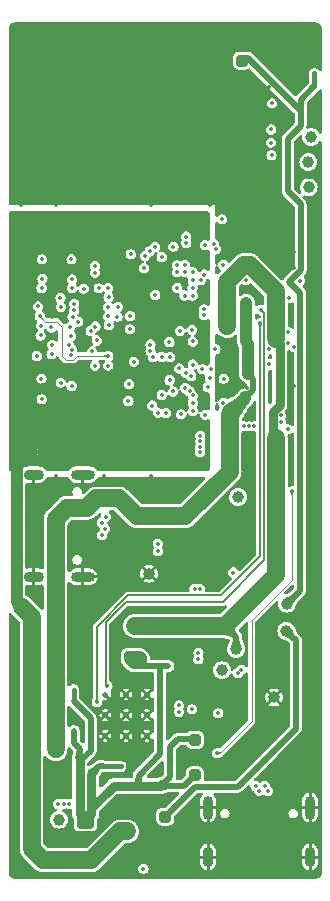
<source format=gbr>
G04 #@! TF.GenerationSoftware,KiCad,Pcbnew,7.0.8-7.0.8~ubuntu22.04.1*
G04 #@! TF.CreationDate,2023-10-22T15:09:54+03:00*
G04 #@! TF.ProjectId,H616_devboard,48363136-5f64-4657-9662-6f6172642e6b,rev?*
G04 #@! TF.SameCoordinates,Original*
G04 #@! TF.FileFunction,Copper,L3,Inr*
G04 #@! TF.FilePolarity,Positive*
%FSLAX46Y46*%
G04 Gerber Fmt 4.6, Leading zero omitted, Abs format (unit mm)*
G04 Created by KiCad (PCBNEW 7.0.8-7.0.8~ubuntu22.04.1) date 2023-10-22 15:09:54*
%MOMM*%
%LPD*%
G01*
G04 APERTURE LIST*
G04 #@! TA.AperFunction,ComponentPad*
%ADD10C,1.000000*%
G04 #@! TD*
G04 #@! TA.AperFunction,ComponentPad*
%ADD11O,0.900000X2.000000*%
G04 #@! TD*
G04 #@! TA.AperFunction,ComponentPad*
%ADD12O,0.900000X1.700000*%
G04 #@! TD*
G04 #@! TA.AperFunction,ComponentPad*
%ADD13C,0.500000*%
G04 #@! TD*
G04 #@! TA.AperFunction,ComponentPad*
%ADD14O,2.000000X0.900000*%
G04 #@! TD*
G04 #@! TA.AperFunction,ComponentPad*
%ADD15O,1.700000X0.900000*%
G04 #@! TD*
G04 #@! TA.AperFunction,ViaPad*
%ADD16C,0.350000*%
G04 #@! TD*
G04 #@! TA.AperFunction,Conductor*
%ADD17C,1.500000*%
G04 #@! TD*
G04 #@! TA.AperFunction,Conductor*
%ADD18C,1.000000*%
G04 #@! TD*
G04 #@! TA.AperFunction,Conductor*
%ADD19C,0.100000*%
G04 #@! TD*
G04 #@! TA.AperFunction,Conductor*
%ADD20C,0.500000*%
G04 #@! TD*
G04 #@! TA.AperFunction,Conductor*
%ADD21C,0.800000*%
G04 #@! TD*
G04 #@! TA.AperFunction,Conductor*
%ADD22C,0.400000*%
G04 #@! TD*
G04 #@! TA.AperFunction,Conductor*
%ADD23C,0.150000*%
G04 #@! TD*
G04 APERTURE END LIST*
D10*
X145950000Y-119150000D03*
X151400000Y-115800000D03*
X153270000Y-76130000D03*
X139830000Y-106110000D03*
X147320000Y-104480000D03*
X132150000Y-131790000D03*
D11*
X144770000Y-130790000D03*
D12*
X144770000Y-134960000D03*
D11*
X153410000Y-130790000D03*
D12*
X153410000Y-134960000D03*
D10*
X147160000Y-117340000D03*
X153500000Y-74000000D03*
D13*
X136080000Y-124700000D03*
X137830000Y-124700000D03*
X139580000Y-124700000D03*
X136080000Y-122950000D03*
X137830000Y-122950000D03*
X139580000Y-122950000D03*
X136080000Y-121200000D03*
X137830000Y-121200000D03*
X139580000Y-121200000D03*
D10*
X153290000Y-78270000D03*
X139790000Y-110960000D03*
X151450000Y-113510000D03*
X129600000Y-100630000D03*
D14*
X134180000Y-102590000D03*
D15*
X130010000Y-102590000D03*
D14*
X134180000Y-111230000D03*
D15*
X130010000Y-111230000D03*
D10*
X150360000Y-121450000D03*
D16*
X130490000Y-93700000D03*
X137400000Y-132790000D03*
X138446161Y-93744250D03*
X137900000Y-132790000D03*
X136340000Y-83704000D03*
X144280000Y-90140000D03*
X137530000Y-85950000D03*
X136900000Y-132790000D03*
X130714500Y-85130000D03*
X135510000Y-88420000D03*
X137900000Y-133290000D03*
X137150000Y-87550000D03*
X137400000Y-133290000D03*
X131570000Y-86020000D03*
X136300000Y-81270000D03*
X131521137Y-89208863D03*
X131480000Y-84410000D03*
X130686750Y-95020000D03*
X144420000Y-90640000D03*
X138080000Y-95680000D03*
X136900000Y-133290000D03*
X131570000Y-90780000D03*
X130700000Y-83580000D03*
X139676445Y-89391296D03*
X130340000Y-87510000D03*
X130525500Y-89150000D03*
X136330000Y-92539747D03*
X153930000Y-71730000D03*
X147930000Y-133730000D03*
X140280000Y-83320000D03*
X153930000Y-109730000D03*
X131230000Y-127140000D03*
X138190000Y-89160000D03*
X142900000Y-94000000D03*
X144420000Y-88580000D03*
X152025500Y-95057639D03*
X149310000Y-81540000D03*
X151930000Y-64730000D03*
X128930000Y-70730000D03*
X132930000Y-70730000D03*
X140930000Y-67730000D03*
X139930000Y-76730000D03*
X143930000Y-77730000D03*
X133208031Y-84358031D03*
X144930000Y-64730000D03*
X141930000Y-78730000D03*
X137930000Y-78730000D03*
X145930000Y-134730000D03*
X147930000Y-72730000D03*
X136350000Y-87560000D03*
X132930000Y-67730000D03*
X141930000Y-72730000D03*
X138230000Y-83929986D03*
X134930000Y-74730000D03*
X145050000Y-93630000D03*
X130930000Y-74730000D03*
X132930000Y-64730000D03*
X130930000Y-68730000D03*
X144930000Y-79730000D03*
X139930000Y-79730000D03*
X140930000Y-110730000D03*
X141500000Y-91350000D03*
X153930000Y-121730000D03*
X151750000Y-97600000D03*
X143900000Y-108290000D03*
X128930000Y-135730000D03*
X140851715Y-95836000D03*
X149400000Y-69790000D03*
X150420000Y-79940000D03*
X130700000Y-84350000D03*
X132930000Y-73730000D03*
X144400000Y-108290000D03*
X140930000Y-135730000D03*
X141930000Y-103730000D03*
X135930000Y-113730000D03*
X149930000Y-114730000D03*
X132930000Y-132730000D03*
X138491427Y-93021427D03*
X142930000Y-69730000D03*
X153930000Y-118730000D03*
X141930000Y-75730000D03*
X135930000Y-64730000D03*
X128930000Y-76730000D03*
X146420000Y-93480000D03*
X141840000Y-83280000D03*
X130930000Y-65730000D03*
X138090000Y-94920000D03*
X146910000Y-93510000D03*
X144460000Y-85640000D03*
X130680000Y-86770000D03*
X130930000Y-71730000D03*
X153930000Y-94730000D03*
X153930000Y-124730000D03*
X136930000Y-73730000D03*
X151880000Y-89040000D03*
X152930000Y-132730000D03*
X142489500Y-97480000D03*
X143480000Y-91310000D03*
X151930000Y-135730000D03*
X142390000Y-90410000D03*
X150930000Y-133730000D03*
X144930000Y-67730000D03*
X130750000Y-85990000D03*
X153930000Y-103730000D03*
X138030000Y-96350000D03*
X136300000Y-86790000D03*
X139930000Y-73730000D03*
X133270000Y-92010000D03*
X149930000Y-122730000D03*
X135680000Y-131610000D03*
X138930000Y-64730000D03*
X153930000Y-97730000D03*
X151830000Y-102380000D03*
X131515303Y-90123063D03*
X152080500Y-83730000D03*
X134250000Y-86840000D03*
X148440000Y-99080000D03*
X137930000Y-75730000D03*
X128930000Y-79730000D03*
X138930000Y-68730000D03*
X134930000Y-68730000D03*
X153930000Y-65730000D03*
X148900000Y-70290000D03*
X151560000Y-81540000D03*
X130930000Y-77730000D03*
X153930000Y-106730000D03*
X144930000Y-127730000D03*
X143930000Y-116730000D03*
X150930000Y-119730000D03*
X143900000Y-108790000D03*
X151590000Y-93030000D03*
X133930000Y-78730000D03*
X143930000Y-74730000D03*
X135740000Y-128470000D03*
X140930000Y-70730000D03*
X136930000Y-67730000D03*
X145930000Y-93500000D03*
X130260000Y-92550000D03*
X153930000Y-100730000D03*
X153930000Y-85730000D03*
X151830000Y-101850000D03*
X131210000Y-127690000D03*
X144110000Y-99290000D03*
X153930000Y-112730000D03*
X144520000Y-83150000D03*
X144300500Y-93660000D03*
X150850000Y-78740000D03*
X137930000Y-108730000D03*
X141930000Y-64730000D03*
X139930000Y-102730000D03*
X144910000Y-121570000D03*
X146930000Y-126730000D03*
X140310000Y-87360000D03*
X130150000Y-109190000D03*
X130670000Y-94460000D03*
X149900000Y-70290000D03*
X146707846Y-94572154D03*
X144400000Y-108790000D03*
X144930000Y-123730000D03*
X142157846Y-86757846D03*
X152930000Y-126730000D03*
X144440000Y-89080000D03*
X145530000Y-93630000D03*
X137930000Y-103730000D03*
X147930000Y-64730000D03*
X135930000Y-102730000D03*
X141530000Y-92630000D03*
X143420000Y-90330000D03*
X145930000Y-69730000D03*
X141930000Y-132730000D03*
X152080000Y-85070000D03*
X131930000Y-102730000D03*
X144100000Y-100230000D03*
X147930000Y-100730000D03*
X142930000Y-66730000D03*
X150640000Y-79340000D03*
X128930000Y-64730000D03*
X142930000Y-130730000D03*
X153930000Y-128730000D03*
X128930000Y-67730000D03*
X144100000Y-100690000D03*
X136930000Y-135730000D03*
X149930000Y-65730000D03*
X131700000Y-104700000D03*
X142820000Y-84830000D03*
X147930000Y-78730000D03*
X134930000Y-71730000D03*
X142147250Y-84849182D03*
X133780000Y-89630000D03*
X143930000Y-71730000D03*
X136930000Y-70730000D03*
X146718259Y-95197081D03*
X153930000Y-91730000D03*
X139930000Y-133730000D03*
X149930000Y-117730000D03*
X132930000Y-76730000D03*
X140550000Y-97340000D03*
X149900000Y-69790000D03*
X135660000Y-132140000D03*
X148900000Y-69790000D03*
X138930000Y-71730000D03*
X144100000Y-99760000D03*
X149400000Y-70290000D03*
X146930000Y-105730000D03*
X135930000Y-76730000D03*
X135930000Y-110730000D03*
X131930000Y-79730000D03*
X148029516Y-95215042D03*
X130370000Y-88340000D03*
X153930000Y-115730000D03*
X137930000Y-111730000D03*
X128930000Y-73730000D03*
X130686750Y-96210000D03*
X135640000Y-132630000D03*
X153930000Y-88730000D03*
X136360000Y-89930000D03*
X147930000Y-75730000D03*
X148930000Y-135730000D03*
X129750000Y-106390000D03*
X148230000Y-98490000D03*
X151590000Y-87650000D03*
X133000000Y-130450000D03*
X132090000Y-130460000D03*
X132550000Y-130450000D03*
X148660000Y-98500000D03*
X147810000Y-98490000D03*
X133400000Y-121790000D03*
X133400000Y-121290000D03*
X143900000Y-125290000D03*
X134400000Y-131290000D03*
X139300000Y-135950000D03*
X143900000Y-124790000D03*
X136900000Y-127290000D03*
X140400000Y-118790000D03*
X134900000Y-131790000D03*
X143400000Y-124790000D03*
X143400000Y-128290000D03*
X137400000Y-127290000D03*
X137900000Y-118290000D03*
X134400000Y-131790000D03*
X143900000Y-128290000D03*
X136400000Y-127290000D03*
X146920000Y-110870000D03*
X135900000Y-127290000D03*
X134900000Y-131290000D03*
X133400000Y-120790000D03*
X143400000Y-125290000D03*
X143900000Y-127790000D03*
X141400000Y-118790000D03*
X143400000Y-127790000D03*
X133400000Y-124290000D03*
X133900000Y-131790000D03*
X138400000Y-118790000D03*
X133400000Y-124790000D03*
X134400000Y-132290000D03*
X137900000Y-117790000D03*
X138900000Y-118790000D03*
X134900000Y-132290000D03*
X133900000Y-132290000D03*
X133400000Y-125290000D03*
X133900000Y-131290000D03*
X140900000Y-118790000D03*
X146700000Y-89360000D03*
X138580000Y-115880000D03*
X139080000Y-115880000D03*
X139580000Y-115880000D03*
X139080000Y-115380000D03*
X139580000Y-115380000D03*
X146700000Y-90010000D03*
X138580000Y-115380000D03*
X146700000Y-88040000D03*
X146710000Y-88710000D03*
X131860000Y-125330000D03*
X147990000Y-91300000D03*
X131860000Y-125830000D03*
X148020000Y-88730000D03*
X148010000Y-90650000D03*
X131360000Y-125830000D03*
X131860000Y-124830000D03*
X131360000Y-124830000D03*
X148010000Y-88040000D03*
X131360000Y-125330000D03*
X148010000Y-90010000D03*
X148010000Y-89380000D03*
X140900000Y-131290000D03*
X141400000Y-131290000D03*
X141400000Y-131790000D03*
X140900000Y-131790000D03*
X148017149Y-86102762D03*
X147900000Y-67780000D03*
X147900000Y-67280000D03*
X153775000Y-68615000D03*
X147400000Y-67280000D03*
X153775000Y-69140000D03*
X152570000Y-86190000D03*
X144750000Y-95190000D03*
X153775000Y-69665000D03*
X147400000Y-67780000D03*
X147602028Y-119087972D03*
X149560000Y-128940000D03*
X148800000Y-128940000D03*
X144065000Y-112240000D03*
X143635000Y-112240000D03*
X149820000Y-129360000D03*
X149095500Y-129334273D03*
X147297972Y-119392028D03*
X139896243Y-91566303D03*
X135234455Y-90045545D03*
X139896243Y-92116303D03*
X134845545Y-90434455D03*
X143400000Y-122440000D03*
X145640000Y-122780000D03*
X152025500Y-91770000D03*
X145560000Y-126170000D03*
X151860000Y-103988000D03*
X151524500Y-98750000D03*
X146102000Y-94470000D03*
X146064979Y-96500506D03*
X151524500Y-91434620D03*
X151575025Y-90540747D03*
X145414500Y-83470000D03*
X150150000Y-75550000D03*
X145250000Y-83030000D03*
X150100000Y-74470000D03*
X150120000Y-73355000D03*
X150200000Y-71150000D03*
X146062851Y-84827238D03*
X135790000Y-107710000D03*
X135770000Y-106650000D03*
X145402414Y-91963187D03*
X136110000Y-106140000D03*
X136060000Y-107150000D03*
X145960000Y-80970000D03*
X150940500Y-98120000D03*
X143960000Y-117670000D03*
X142300000Y-122680000D03*
X150939500Y-97570000D03*
X142310000Y-122110000D03*
X143954477Y-118214477D03*
X144907000Y-94394500D03*
X149961493Y-91954158D03*
X140520000Y-109060000D03*
X149962851Y-93252762D03*
X140520000Y-108460000D03*
X149200000Y-89784500D03*
X135350000Y-121840000D03*
X136250000Y-120480000D03*
X149230000Y-88615500D03*
X133160000Y-90850000D03*
X143477407Y-93263013D03*
X143203785Y-95517331D03*
X144520000Y-97500000D03*
X130590000Y-90800000D03*
X143470000Y-95880000D03*
X143468259Y-96532919D03*
X130630000Y-89960000D03*
X142838462Y-95256051D03*
X131520000Y-92380000D03*
X143490000Y-97190000D03*
X131550000Y-91580000D03*
X142934264Y-82974678D03*
X135200000Y-84925000D03*
X142934264Y-82424678D03*
X135200000Y-85475000D03*
X135510000Y-86810000D03*
X142790000Y-85440000D03*
X133100000Y-90090000D03*
X142340528Y-93591000D03*
X133230500Y-95070000D03*
X143356750Y-94243000D03*
X133270000Y-86060000D03*
X140852593Y-84166987D03*
X133440000Y-88125000D03*
X139441930Y-84065586D03*
X140845754Y-92610504D03*
X135210000Y-93344472D03*
X136329859Y-93344972D03*
X141520000Y-94570000D03*
X133158397Y-92495149D03*
X141800000Y-95543000D03*
X141204133Y-97369665D03*
X132300000Y-94800000D03*
X133440000Y-88675000D03*
X139830840Y-83676676D03*
X138150000Y-90270000D03*
X140140000Y-92630000D03*
X140050000Y-96730000D03*
X132983884Y-91600869D03*
X133260000Y-86780000D03*
X139360000Y-85100000D03*
X132280000Y-87620000D03*
X142164866Y-85450387D03*
X136330000Y-88400000D03*
X143465001Y-87420455D03*
X142780000Y-87420000D03*
X137150000Y-88370000D03*
X143465001Y-85450527D03*
X132309009Y-88390921D03*
X143472154Y-86122154D03*
X133300000Y-89210000D03*
X144160000Y-86100000D03*
X136330000Y-89190000D03*
X137100000Y-89220000D03*
X143457395Y-86742368D03*
X134952859Y-92147733D03*
X135360000Y-91220000D03*
D17*
X137340000Y-132790000D02*
X134890000Y-135240000D01*
X134890000Y-135240000D02*
X130820000Y-135240000D01*
X137900000Y-132790000D02*
X137340000Y-132790000D01*
X129830000Y-134250000D02*
X129830000Y-114618478D01*
D18*
X128560000Y-113348478D02*
X129020000Y-113808478D01*
X128560000Y-101670000D02*
X128560000Y-113348478D01*
D17*
X129020000Y-101210000D02*
X129600000Y-100630000D01*
X129830000Y-114618478D02*
X129020000Y-113808478D01*
X130820000Y-135240000D02*
X129830000Y-134250000D01*
D18*
X129020000Y-101210000D02*
X128560000Y-101670000D01*
D19*
X131010500Y-89635000D02*
X130525500Y-89150000D01*
X132740000Y-92860000D02*
X132380000Y-92500000D01*
X133680253Y-92539747D02*
X133360000Y-92860000D01*
X133360000Y-92860000D02*
X132740000Y-92860000D01*
X132380000Y-92500000D02*
X132380000Y-90050000D01*
X136330000Y-92539747D02*
X133680253Y-92539747D01*
X131965000Y-89635000D02*
X131010500Y-89635000D01*
X132380000Y-90050000D02*
X131965000Y-89635000D01*
D20*
X134830000Y-125960000D02*
X134830000Y-123220000D01*
X134900000Y-131290000D02*
X134900000Y-130820000D01*
X143400000Y-124980000D02*
X142190000Y-124980000D01*
X137900000Y-117790000D02*
X139080000Y-117790000D01*
X135900000Y-127290000D02*
X135530000Y-127290000D01*
X138220000Y-118110000D02*
X139080000Y-118110000D01*
X143900000Y-127790000D02*
X143400000Y-127790000D01*
X143900000Y-125290000D02*
X143400000Y-125290000D01*
X140690000Y-118970000D02*
X140510000Y-118790000D01*
X139080000Y-117790000D02*
X139330000Y-118040000D01*
X139330000Y-118040000D02*
X139330000Y-118790000D01*
X133900000Y-126660000D02*
X133900000Y-125790000D01*
D21*
X136780000Y-128940000D02*
X138890000Y-128940000D01*
X138890000Y-128940000D02*
X140760000Y-128940000D01*
X134900000Y-127920000D02*
X134900000Y-131290000D01*
D20*
X143740000Y-124790000D02*
X143720000Y-124810000D01*
X134830000Y-123220000D02*
X133400000Y-121790000D01*
X134900000Y-131290000D02*
X134900000Y-132290000D01*
X134130000Y-126660000D02*
X134830000Y-125960000D01*
X134900000Y-131290000D02*
X133900000Y-132290000D01*
X141530000Y-125640000D02*
X141530000Y-128170000D01*
X140510000Y-118790000D02*
X140400000Y-118790000D01*
X137900000Y-118290000D02*
X138400000Y-118790000D01*
X139330000Y-118790000D02*
X138400000Y-118790000D01*
X138890000Y-128940000D02*
X138890000Y-128070000D01*
X143400000Y-124790000D02*
X143700000Y-124790000D01*
X143900000Y-124790000D02*
X143740000Y-124790000D01*
X137900000Y-117790000D02*
X138900000Y-118790000D01*
X133900000Y-131290000D02*
X133900000Y-132290000D01*
X143900000Y-128290000D02*
X143400000Y-128290000D01*
D21*
X134900000Y-130820000D02*
X136780000Y-128940000D01*
D20*
X143900000Y-124790000D02*
X143900000Y-125290000D01*
X134900000Y-132290000D02*
X133900000Y-132290000D01*
D22*
X135900000Y-127290000D02*
X137400000Y-127290000D01*
D20*
X141530000Y-128170000D02*
X140760000Y-128940000D01*
X140400000Y-118790000D02*
X141400000Y-118790000D01*
X142190000Y-124980000D02*
X141530000Y-125640000D01*
D21*
X133900000Y-131290000D02*
X133900000Y-126660000D01*
D20*
X138890000Y-128070000D02*
X140690000Y-126270000D01*
X134900000Y-131290000D02*
X133900000Y-131290000D01*
X137900000Y-117790000D02*
X138220000Y-118110000D01*
X143700000Y-124790000D02*
X143720000Y-124810000D01*
D22*
X133400000Y-121790000D02*
X133400000Y-120790000D01*
D20*
X140690000Y-126270000D02*
X140690000Y-118970000D01*
X140400000Y-118790000D02*
X139330000Y-118790000D01*
X143400000Y-127790000D02*
X143400000Y-128290000D01*
X143900000Y-127790000D02*
X143400000Y-128290000D01*
X135530000Y-127290000D02*
X134900000Y-127920000D01*
X139080000Y-118610000D02*
X138900000Y-118790000D01*
X137900000Y-117790000D02*
X137900000Y-118290000D01*
X139080000Y-117790000D02*
X139080000Y-118110000D01*
X133900000Y-126660000D02*
X134130000Y-126660000D01*
X138900000Y-118790000D02*
X139330000Y-118790000D01*
X143400000Y-124980000D02*
X143400000Y-125290000D01*
X133400000Y-124290000D02*
X133400000Y-125290000D01*
X143900000Y-127790000D02*
X143900000Y-128290000D01*
X133900000Y-125790000D02*
X133400000Y-125290000D01*
X142750000Y-128940000D02*
X143400000Y-128290000D01*
X143400000Y-124790000D02*
X143400000Y-124980000D01*
X139080000Y-118110000D02*
X139080000Y-118610000D01*
X140760000Y-128940000D02*
X142750000Y-128940000D01*
X133900000Y-131290000D02*
X134900000Y-132290000D01*
D17*
X150500000Y-111090000D02*
X150500000Y-99480000D01*
X150500000Y-99480000D02*
X150490000Y-99470000D01*
D20*
X147160000Y-117340000D02*
X147160000Y-116330000D01*
D17*
X138580000Y-115380000D02*
X146210000Y-115380000D01*
X147790000Y-84840000D02*
X146370000Y-86260000D01*
X146370000Y-86260000D02*
X146370000Y-90002742D01*
D20*
X147160000Y-116330000D02*
X146210000Y-115380000D01*
D21*
X150264500Y-99244500D02*
X150490000Y-99470000D01*
D17*
X150500000Y-91080000D02*
X150500000Y-87030000D01*
X148310000Y-84840000D02*
X147790000Y-84840000D01*
D21*
X150264500Y-97290405D02*
X150264500Y-99244500D01*
D17*
X150500000Y-87030000D02*
X148310000Y-84840000D01*
X146210000Y-115380000D02*
X150500000Y-111090000D01*
D21*
X150830000Y-91410000D02*
X150830000Y-96724905D01*
X150830000Y-96724905D02*
X150264500Y-97290405D01*
X150500000Y-91080000D02*
X150830000Y-91410000D01*
D17*
X139830000Y-106110000D02*
X138770431Y-106110000D01*
D18*
X148010000Y-91280000D02*
X147990000Y-91300000D01*
D17*
X146600000Y-102320000D02*
X142810000Y-106110000D01*
X131860000Y-106340000D02*
X131860000Y-125830000D01*
X146600000Y-97440000D02*
X146600000Y-102320000D01*
X137260431Y-104600000D02*
X135300000Y-104600000D01*
D20*
X147940000Y-96020000D02*
X147967021Y-96020000D01*
D17*
X146800000Y-97240000D02*
X146800000Y-97320000D01*
X134500000Y-105400000D02*
X132800000Y-105400000D01*
D18*
X146800000Y-97240000D02*
X147940000Y-96100000D01*
D17*
X146800000Y-97320000D02*
X146720000Y-97320000D01*
D20*
X148560000Y-95427021D02*
X148560000Y-94470000D01*
D17*
X138770431Y-106110000D02*
X137260431Y-104600000D01*
X135300000Y-104600000D02*
X134500000Y-105400000D01*
D20*
X148560000Y-94470000D02*
X148170000Y-94080000D01*
X147967021Y-96020000D02*
X148560000Y-95427021D01*
D17*
X146720000Y-97320000D02*
X146600000Y-97440000D01*
D18*
X148010000Y-88040000D02*
X148010000Y-91280000D01*
X148170000Y-91480000D02*
X147990000Y-91300000D01*
D17*
X142810000Y-106110000D02*
X139830000Y-106110000D01*
D18*
X148170000Y-94080000D02*
X148170000Y-91480000D01*
X147940000Y-96100000D02*
X147940000Y-96020000D01*
D17*
X132800000Y-105400000D02*
X131860000Y-106340000D01*
D20*
X141400000Y-131290000D02*
X141400000Y-131790000D01*
X143690000Y-129000000D02*
X147290000Y-129000000D01*
X141400000Y-131790000D02*
X140900000Y-131790000D01*
X152200000Y-116600000D02*
X151400000Y-115800000D01*
X152200000Y-124090000D02*
X152200000Y-116600000D01*
X141400000Y-131290000D02*
X143690000Y-129000000D01*
X147290000Y-129000000D02*
X152200000Y-124090000D01*
X140900000Y-131290000D02*
X140900000Y-131790000D01*
X140900000Y-131290000D02*
X141400000Y-131290000D01*
X152297463Y-85595000D02*
X152285000Y-85595000D01*
X147900000Y-67780000D02*
X147600000Y-67780000D01*
D22*
X153775000Y-68615000D02*
X153775000Y-69665000D01*
D20*
X147400000Y-67280000D02*
X147400000Y-67780000D01*
X152605000Y-71752537D02*
X152605000Y-73040000D01*
X152605000Y-73040000D02*
X151510000Y-74135000D01*
X151510000Y-78570000D02*
X152605000Y-79665000D01*
X151510000Y-74135000D02*
X151510000Y-78570000D01*
X147900000Y-67280000D02*
X148132463Y-67280000D01*
X152605000Y-71752537D02*
X152605000Y-70835000D01*
X147600000Y-67780000D02*
X147400000Y-67780000D01*
X148132463Y-67280000D02*
X152605000Y-71752537D01*
X152550000Y-112410000D02*
X151450000Y-113510000D01*
X152605000Y-85287463D02*
X152297463Y-85595000D01*
X152605000Y-79665000D02*
X152605000Y-85287463D01*
X147900000Y-67280000D02*
X147900000Y-67780000D01*
X152550000Y-87190000D02*
X152550000Y-112410000D01*
X152285000Y-85595000D02*
X151620000Y-86260000D01*
X147900000Y-67280000D02*
X147400000Y-67280000D01*
X152605000Y-70835000D02*
X153775000Y-69665000D01*
X151620000Y-86260000D02*
X152550000Y-87190000D01*
D19*
X151860000Y-111480000D02*
X148470000Y-114870000D01*
X145770000Y-126170000D02*
X145560000Y-126170000D01*
X151860000Y-103988000D02*
X151860000Y-111480000D01*
X148470000Y-123470000D02*
X146360000Y-125580000D01*
X146360000Y-125580000D02*
X145770000Y-126170000D01*
X148470000Y-114870000D02*
X148470000Y-123470000D01*
D23*
X149200000Y-89784500D02*
X149200000Y-109490000D01*
X135350000Y-115476446D02*
X135350000Y-121840000D01*
X138016446Y-112810000D02*
X135350000Y-115476446D01*
X145880000Y-112810000D02*
X138016446Y-112810000D01*
X149200000Y-109490000D02*
X145880000Y-112810000D01*
X146000000Y-113360000D02*
X137820000Y-113360000D01*
X149550000Y-88935500D02*
X149550000Y-109810000D01*
X149230000Y-88615500D02*
X149550000Y-88935500D01*
X136100000Y-115080000D02*
X136100000Y-120330000D01*
X137820000Y-113360000D02*
X136100000Y-115080000D01*
X136100000Y-120330000D02*
X136250000Y-120480000D01*
X149550000Y-109810000D02*
X146000000Y-113360000D01*
G04 #@! TA.AperFunction,Conductor*
G36*
X135216552Y-130950976D02*
G01*
X135258113Y-130968304D01*
X135264431Y-130974651D01*
X135264410Y-130983605D01*
X135264134Y-130984218D01*
X135232352Y-131049606D01*
X135232082Y-131050100D01*
X135199470Y-131103450D01*
X135173416Y-131150339D01*
X135156211Y-131207024D01*
X135156210Y-131207026D01*
X135150810Y-131279173D01*
X135146775Y-131287168D01*
X135139143Y-131290000D01*
X134660856Y-131290000D01*
X134652583Y-131286573D01*
X134649189Y-131279173D01*
X134643788Y-131207026D01*
X134643788Y-131207025D01*
X134626583Y-131150340D01*
X134600529Y-131103450D01*
X134567917Y-131050100D01*
X134567646Y-131049606D01*
X134535865Y-130984218D01*
X134535331Y-130975279D01*
X134541273Y-130968580D01*
X134541877Y-130968307D01*
X134895500Y-130820875D01*
X134904449Y-130820855D01*
X135216552Y-130950976D01*
G37*
G04 #@! TD.AperFunction*
G04 #@! TA.AperFunction,Conductor*
G36*
X151988339Y-112634127D02*
G01*
X152325871Y-112971659D01*
X152329298Y-112979932D01*
X152326133Y-112987934D01*
X152191866Y-113131140D01*
X152191855Y-113131153D01*
X152103744Y-113250163D01*
X152103740Y-113250168D01*
X152044448Y-113365598D01*
X152044443Y-113365609D01*
X151988871Y-113506373D01*
X151916299Y-113690293D01*
X151910075Y-113696731D01*
X151901122Y-113696882D01*
X151900959Y-113696817D01*
X151453797Y-113512563D01*
X151447453Y-113506242D01*
X151263182Y-113059039D01*
X151263199Y-113050086D01*
X151269543Y-113043765D01*
X151269564Y-113043756D01*
X151453626Y-112971128D01*
X151594389Y-112915556D01*
X151646053Y-112889017D01*
X151709829Y-112856258D01*
X151709830Y-112856256D01*
X151709834Y-112856255D01*
X151828852Y-112768137D01*
X151972065Y-112633864D01*
X151980443Y-112630706D01*
X151988339Y-112634127D01*
G37*
G04 #@! TD.AperFunction*
G04 #@! TA.AperFunction,Conductor*
G36*
X134147448Y-125863427D02*
G01*
X134150840Y-125870792D01*
X134165600Y-126060407D01*
X134165601Y-126060409D01*
X134202803Y-126200213D01*
X134202803Y-126200214D01*
X134247099Y-126319523D01*
X134247268Y-126320055D01*
X134284125Y-126458559D01*
X134284483Y-126460660D01*
X134299021Y-126647423D01*
X134296246Y-126655937D01*
X134288264Y-126659996D01*
X134287385Y-126660031D01*
X133900000Y-126661000D01*
X133512614Y-126660031D01*
X133504349Y-126656583D01*
X133500943Y-126648302D01*
X133500976Y-126647449D01*
X133515517Y-126460650D01*
X133515872Y-126458568D01*
X133552731Y-126320055D01*
X133552892Y-126319546D01*
X133597200Y-126200203D01*
X133634400Y-126060407D01*
X133649160Y-125870792D01*
X133653219Y-125862810D01*
X133660825Y-125860000D01*
X134139175Y-125860000D01*
X134147448Y-125863427D01*
G37*
G04 #@! TD.AperFunction*
G04 #@! TA.AperFunction,Conductor*
G36*
X146900226Y-115097802D02*
G01*
X146906550Y-115104142D01*
X146906848Y-115104947D01*
X146993202Y-115367216D01*
X146993391Y-115367945D01*
X147033677Y-115578152D01*
X147072214Y-115757455D01*
X147157168Y-115938231D01*
X147157169Y-115938232D01*
X147329917Y-116145013D01*
X147332591Y-116153559D01*
X147329211Y-116160787D01*
X146990787Y-116499211D01*
X146982514Y-116502638D01*
X146975013Y-116499917D01*
X146768232Y-116327169D01*
X146768231Y-116327168D01*
X146587455Y-116242214D01*
X146587452Y-116242213D01*
X146587451Y-116242213D01*
X146408152Y-116203677D01*
X146197945Y-116163391D01*
X146197216Y-116163202D01*
X145934947Y-116076848D01*
X145928160Y-116071006D01*
X145927493Y-116062076D01*
X145927791Y-116061271D01*
X145978578Y-115938232D01*
X146207438Y-115383786D01*
X146213759Y-115377449D01*
X146891271Y-115097791D01*
X146900226Y-115097802D01*
G37*
G04 #@! TD.AperFunction*
G04 #@! TA.AperFunction,Conductor*
G36*
X152667772Y-73794864D02*
G01*
X152724608Y-73837411D01*
X152749419Y-73903931D01*
X152748948Y-73927027D01*
X152741164Y-73996110D01*
X152740726Y-74000000D01*
X152759763Y-74168954D01*
X152783016Y-74235407D01*
X152815918Y-74329437D01*
X152815919Y-74329439D01*
X152906375Y-74473399D01*
X152906377Y-74473402D01*
X153026597Y-74593622D01*
X153026600Y-74593624D01*
X153170563Y-74684082D01*
X153331046Y-74740237D01*
X153500000Y-74759274D01*
X153668954Y-74740237D01*
X153829437Y-74684082D01*
X153973400Y-74593624D01*
X154093624Y-74473400D01*
X154166813Y-74356921D01*
X154219991Y-74309883D01*
X154290159Y-74299063D01*
X154355037Y-74327896D01*
X154394028Y-74387227D01*
X154399500Y-74423957D01*
X154399500Y-136286460D01*
X154399103Y-136293523D01*
X154396529Y-136316354D01*
X154386093Y-136395627D01*
X154380100Y-136420798D01*
X154368236Y-136454700D01*
X154366976Y-136458001D01*
X154344600Y-136512023D01*
X154334879Y-136530840D01*
X154313122Y-136565466D01*
X154309758Y-136570303D01*
X154273041Y-136618152D01*
X154267602Y-136624355D01*
X154234355Y-136657602D01*
X154228152Y-136663041D01*
X154180303Y-136699758D01*
X154175466Y-136703122D01*
X154140840Y-136724879D01*
X154122023Y-136734600D01*
X154068001Y-136756976D01*
X154064700Y-136758236D01*
X154030798Y-136770100D01*
X154005627Y-136776093D01*
X153926354Y-136786529D01*
X153903523Y-136789103D01*
X153896460Y-136789500D01*
X128403540Y-136789500D01*
X128396477Y-136789103D01*
X128373646Y-136786529D01*
X128294371Y-136776093D01*
X128269200Y-136770100D01*
X128235298Y-136758236D01*
X128231997Y-136756976D01*
X128177975Y-136734600D01*
X128159158Y-136724879D01*
X128124532Y-136703122D01*
X128119695Y-136699758D01*
X128071846Y-136663041D01*
X128065651Y-136657609D01*
X128032388Y-136624346D01*
X128026957Y-136618152D01*
X127990240Y-136570303D01*
X127986876Y-136565466D01*
X127965119Y-136530840D01*
X127955400Y-136512028D01*
X127933022Y-136458001D01*
X127931762Y-136454700D01*
X127931595Y-136454224D01*
X127919895Y-136420785D01*
X127913906Y-136395633D01*
X127903469Y-136316356D01*
X127900895Y-136293513D01*
X127900500Y-136286457D01*
X127900500Y-114355377D01*
X127920502Y-114287256D01*
X127974158Y-114240763D01*
X128044432Y-114230659D01*
X128109012Y-114260153D01*
X128131702Y-114286034D01*
X128237482Y-114446537D01*
X128788596Y-114997651D01*
X128822620Y-115059962D01*
X128825500Y-115086745D01*
X128825500Y-134237298D01*
X128823235Y-134326671D01*
X128834095Y-134387266D01*
X128834760Y-134392007D01*
X128840987Y-134453244D01*
X128840988Y-134453247D01*
X128851300Y-134486119D01*
X128853200Y-134493859D01*
X128859275Y-134527755D01*
X128859277Y-134527762D01*
X128882108Y-134584917D01*
X128883714Y-134589427D01*
X128902144Y-134648166D01*
X128902146Y-134648170D01*
X128902147Y-134648173D01*
X128912025Y-134665970D01*
X128918857Y-134678280D01*
X128922281Y-134685489D01*
X128935058Y-134717474D01*
X128935059Y-134717478D01*
X128954420Y-134746854D01*
X128968945Y-134768894D01*
X128971405Y-134772953D01*
X129001292Y-134826798D01*
X129001293Y-134826799D01*
X129023724Y-134852928D01*
X129028530Y-134859302D01*
X129047481Y-134888059D01*
X129069241Y-134909818D01*
X129091013Y-134931590D01*
X129094256Y-134935089D01*
X129134366Y-134981811D01*
X129161600Y-135002891D01*
X129167583Y-135008160D01*
X129547225Y-135387802D01*
X130100714Y-135941292D01*
X130162317Y-136006099D01*
X130162322Y-136006103D01*
X130212846Y-136041269D01*
X130216670Y-136044152D01*
X130264380Y-136083054D01*
X130294909Y-136099001D01*
X130301724Y-136103129D01*
X130330000Y-136122810D01*
X130371276Y-136140523D01*
X130386574Y-136147088D01*
X130390896Y-136149140D01*
X130445459Y-136177642D01*
X130478572Y-136187116D01*
X130486085Y-136189790D01*
X130517739Y-136203375D01*
X130578054Y-136215770D01*
X130582682Y-136216906D01*
X130641872Y-136233843D01*
X130676210Y-136236457D01*
X130684109Y-136237565D01*
X130717852Y-136244500D01*
X130779418Y-136244500D01*
X130784199Y-136244681D01*
X130845578Y-136249356D01*
X130879745Y-136245004D01*
X130887703Y-136244500D01*
X134877298Y-136244500D01*
X134966668Y-136246765D01*
X135027271Y-136235902D01*
X135031990Y-136235241D01*
X135046956Y-136233718D01*
X135093247Y-136229012D01*
X135126127Y-136218695D01*
X135133837Y-136216802D01*
X135167759Y-136210723D01*
X135224938Y-136187881D01*
X135229435Y-136186281D01*
X135288173Y-136167853D01*
X135318283Y-136151139D01*
X135325492Y-136147715D01*
X135357478Y-136134940D01*
X135408898Y-136101050D01*
X135412945Y-136098598D01*
X135466798Y-136068708D01*
X135492931Y-136046271D01*
X135499294Y-136041474D01*
X135528059Y-136022518D01*
X135571602Y-135978973D01*
X135575076Y-135975753D01*
X135605073Y-135950003D01*
X138866083Y-135950003D01*
X138883658Y-136072242D01*
X138883660Y-136072249D01*
X138934966Y-136184593D01*
X139015845Y-136277933D01*
X139119744Y-136344705D01*
X139238247Y-136379500D01*
X139361753Y-136379500D01*
X139480256Y-136344705D01*
X139584155Y-136277933D01*
X139665034Y-136184593D01*
X139716340Y-136072249D01*
X139723409Y-136023086D01*
X139733917Y-135950003D01*
X139733917Y-135949996D01*
X139716341Y-135827757D01*
X139716340Y-135827756D01*
X139716340Y-135827751D01*
X139665034Y-135715407D01*
X139584155Y-135622067D01*
X139584154Y-135622066D01*
X139496306Y-135565610D01*
X139480256Y-135555295D01*
X139480255Y-135555294D01*
X139480254Y-135555294D01*
X139361753Y-135520500D01*
X139238247Y-135520500D01*
X139119745Y-135555294D01*
X139119742Y-135555296D01*
X139015845Y-135622066D01*
X138934966Y-135715406D01*
X138883660Y-135827750D01*
X138883658Y-135827757D01*
X138866083Y-135949996D01*
X138866083Y-135950003D01*
X135605073Y-135950003D01*
X135621809Y-135935636D01*
X135642901Y-135908385D01*
X135648150Y-135902425D01*
X136147981Y-135402594D01*
X144066000Y-135402594D01*
X144081434Y-135529713D01*
X144142059Y-135689565D01*
X144142062Y-135689571D01*
X144239176Y-135830265D01*
X144367143Y-135943634D01*
X144367148Y-135943638D01*
X144518524Y-136023086D01*
X144642999Y-136053765D01*
X144643000Y-136053765D01*
X144643000Y-135635772D01*
X144741840Y-135663895D01*
X144853521Y-135653546D01*
X144897000Y-135631895D01*
X144897000Y-136053765D01*
X145021475Y-136023086D01*
X145172851Y-135943638D01*
X145172856Y-135943634D01*
X145300823Y-135830265D01*
X145397937Y-135689571D01*
X145397940Y-135689565D01*
X145458565Y-135529713D01*
X145473999Y-135402594D01*
X152706000Y-135402594D01*
X152721434Y-135529713D01*
X152782059Y-135689565D01*
X152782062Y-135689571D01*
X152879176Y-135830265D01*
X153007143Y-135943634D01*
X153007148Y-135943638D01*
X153158524Y-136023086D01*
X153282999Y-136053765D01*
X153283000Y-136053765D01*
X153283000Y-135635772D01*
X153381840Y-135663895D01*
X153493521Y-135653546D01*
X153537000Y-135631895D01*
X153537000Y-136053765D01*
X153661475Y-136023086D01*
X153812851Y-135943638D01*
X153812856Y-135943634D01*
X153940823Y-135830265D01*
X154037937Y-135689571D01*
X154037940Y-135689565D01*
X154098565Y-135529713D01*
X154113999Y-135402594D01*
X154114000Y-135402584D01*
X154114000Y-135087000D01*
X153710000Y-135087000D01*
X153710000Y-134833000D01*
X154114000Y-134833000D01*
X154114000Y-134517415D01*
X154113999Y-134517405D01*
X154098565Y-134390286D01*
X154037940Y-134230434D01*
X154037937Y-134230428D01*
X153940823Y-134089734D01*
X153812856Y-133976365D01*
X153812851Y-133976361D01*
X153661480Y-133896916D01*
X153661473Y-133896913D01*
X153537000Y-133866233D01*
X153537000Y-134284227D01*
X153438160Y-134256105D01*
X153326479Y-134266454D01*
X153283000Y-134288104D01*
X153283000Y-133866233D01*
X153158526Y-133896913D01*
X153158519Y-133896916D01*
X153007148Y-133976361D01*
X153007143Y-133976365D01*
X152879176Y-134089734D01*
X152782062Y-134230428D01*
X152782059Y-134230434D01*
X152721434Y-134390286D01*
X152706000Y-134517405D01*
X152706000Y-134833000D01*
X153110000Y-134833000D01*
X153110000Y-135087000D01*
X152706000Y-135087000D01*
X152706000Y-135402594D01*
X145473999Y-135402594D01*
X145474000Y-135402584D01*
X145474000Y-135087000D01*
X145070000Y-135087000D01*
X145070000Y-134833000D01*
X145474000Y-134833000D01*
X145474000Y-134517415D01*
X145473999Y-134517405D01*
X145458565Y-134390286D01*
X145397940Y-134230434D01*
X145397937Y-134230428D01*
X145300823Y-134089734D01*
X145172856Y-133976365D01*
X145172851Y-133976361D01*
X145021480Y-133896916D01*
X145021473Y-133896913D01*
X144897000Y-133866233D01*
X144897000Y-134284227D01*
X144798160Y-134256105D01*
X144686479Y-134266454D01*
X144643000Y-134288104D01*
X144643000Y-133866233D01*
X144518526Y-133896913D01*
X144518519Y-133896916D01*
X144367148Y-133976361D01*
X144367143Y-133976365D01*
X144239176Y-134089734D01*
X144142062Y-134230428D01*
X144142059Y-134230434D01*
X144081434Y-134390286D01*
X144066000Y-134517405D01*
X144066000Y-134833000D01*
X144470000Y-134833000D01*
X144470000Y-135087000D01*
X144066000Y-135087000D01*
X144066000Y-135402594D01*
X136147981Y-135402594D01*
X137719175Y-133831402D01*
X137781485Y-133797379D01*
X137808268Y-133794500D01*
X137950939Y-133794500D01*
X137950940Y-133794500D01*
X138103247Y-133779012D01*
X138298173Y-133717853D01*
X138476798Y-133618708D01*
X138631809Y-133485636D01*
X138756859Y-133324084D01*
X138846830Y-133140667D01*
X138898037Y-132942894D01*
X138898037Y-132942888D01*
X138898038Y-132942886D01*
X138908384Y-132738861D01*
X138903472Y-132706795D01*
X138877448Y-132536921D01*
X138806495Y-132345343D01*
X138698430Y-132171969D01*
X138557678Y-132023897D01*
X138503701Y-131986328D01*
X138390001Y-131907190D01*
X138202264Y-131826626D01*
X138202262Y-131826625D01*
X138202261Y-131826625D01*
X138047207Y-131794760D01*
X138002149Y-131785500D01*
X138002148Y-131785500D01*
X137352702Y-131785500D01*
X137263332Y-131783235D01*
X137263331Y-131783235D01*
X137263323Y-131783236D01*
X137202731Y-131794095D01*
X137197991Y-131794760D01*
X137136753Y-131800987D01*
X137136749Y-131800988D01*
X137103885Y-131811298D01*
X137096137Y-131813200D01*
X137062245Y-131819276D01*
X137062243Y-131819276D01*
X137062241Y-131819277D01*
X137005070Y-131842114D01*
X137000570Y-131843715D01*
X136974528Y-131851886D01*
X136941825Y-131862147D01*
X136941823Y-131862148D01*
X136911709Y-131878861D01*
X136904503Y-131882283D01*
X136872519Y-131895061D01*
X136821118Y-131928936D01*
X136817025Y-131931416D01*
X136763207Y-131961288D01*
X136763196Y-131961296D01*
X136737073Y-131983721D01*
X136730702Y-131988525D01*
X136701947Y-132007476D01*
X136701944Y-132007479D01*
X136658419Y-132051003D01*
X136654909Y-132054256D01*
X136608192Y-132094362D01*
X136608189Y-132094365D01*
X136587103Y-132121605D01*
X136581828Y-132127594D01*
X134510827Y-134198595D01*
X134448515Y-134232620D01*
X134421732Y-134235500D01*
X131288268Y-134235500D01*
X131220147Y-134215498D01*
X131199173Y-134198595D01*
X130871405Y-133870827D01*
X130837379Y-133808515D01*
X130834500Y-133781732D01*
X130834500Y-126517772D01*
X130854502Y-126449651D01*
X130908158Y-126403158D01*
X130978432Y-126393054D01*
X131043012Y-126422548D01*
X131056093Y-126435688D01*
X131164364Y-126561809D01*
X131325916Y-126686859D01*
X131509333Y-126776830D01*
X131707106Y-126828037D01*
X131707110Y-126828037D01*
X131707113Y-126828038D01*
X131911138Y-126838384D01*
X131911138Y-126838383D01*
X131911139Y-126838384D01*
X132113079Y-126807448D01*
X132304657Y-126736495D01*
X132478031Y-126628430D01*
X132626103Y-126487678D01*
X132742810Y-126320000D01*
X132823375Y-126132261D01*
X132864500Y-125932148D01*
X132864500Y-125776301D01*
X132884502Y-125708180D01*
X132938158Y-125661687D01*
X133008432Y-125651583D01*
X133056564Y-125673565D01*
X133058647Y-125670325D01*
X133066223Y-125675194D01*
X133066225Y-125675196D01*
X133070228Y-125677768D01*
X133091197Y-125694668D01*
X133333671Y-125937142D01*
X133367697Y-125999454D01*
X133366339Y-126058638D01*
X133350386Y-126118590D01*
X133348565Y-126124319D01*
X133308508Y-126232213D01*
X133307359Y-126235558D01*
X133306436Y-126238246D01*
X133304408Y-126244657D01*
X133302730Y-126250422D01*
X133263577Y-126397554D01*
X133263574Y-126397568D01*
X133263573Y-126397569D01*
X133261062Y-126409099D01*
X133261063Y-126409099D01*
X133261059Y-126409117D01*
X133258714Y-126422866D01*
X133258714Y-126422868D01*
X133258714Y-126422870D01*
X133257258Y-126434615D01*
X133247283Y-126562758D01*
X133246179Y-126569419D01*
X133246492Y-126569459D01*
X133245500Y-126577315D01*
X133245500Y-126583224D01*
X133245310Y-126588115D01*
X133241866Y-126632357D01*
X133241637Y-126638266D01*
X133241443Y-126647655D01*
X133243140Y-126656295D01*
X133245500Y-126680568D01*
X133245500Y-129906136D01*
X133225498Y-129974257D01*
X133171842Y-130020750D01*
X133101568Y-130030854D01*
X133084005Y-130027033D01*
X133061753Y-130020500D01*
X132938247Y-130020500D01*
X132819744Y-130055295D01*
X132819743Y-130055295D01*
X132811098Y-130057834D01*
X132810070Y-130054333D01*
X132756894Y-130061903D01*
X132739230Y-130056716D01*
X132738902Y-130057834D01*
X132730256Y-130055295D01*
X132611753Y-130020500D01*
X132488247Y-130020500D01*
X132488246Y-130020500D01*
X132369745Y-130055293D01*
X132361549Y-130059037D01*
X132360097Y-130055857D01*
X132308095Y-130071102D01*
X132272653Y-130065998D01*
X132151754Y-130030500D01*
X132151753Y-130030500D01*
X132028247Y-130030500D01*
X131909745Y-130065294D01*
X131909742Y-130065296D01*
X131805845Y-130132066D01*
X131724966Y-130225406D01*
X131673660Y-130337750D01*
X131673658Y-130337757D01*
X131656083Y-130459996D01*
X131656083Y-130460003D01*
X131673658Y-130582242D01*
X131673660Y-130582249D01*
X131724966Y-130694593D01*
X131805845Y-130787933D01*
X131909744Y-130854705D01*
X131914131Y-130857524D01*
X131960624Y-130911180D01*
X131970728Y-130981454D01*
X131941235Y-131046034D01*
X131887626Y-131082451D01*
X131820560Y-131105919D01*
X131676600Y-131196375D01*
X131676597Y-131196377D01*
X131556377Y-131316597D01*
X131556375Y-131316600D01*
X131465919Y-131460560D01*
X131465918Y-131460562D01*
X131414394Y-131607812D01*
X131409763Y-131621046D01*
X131390726Y-131790000D01*
X131409763Y-131958954D01*
X131454323Y-132086300D01*
X131465918Y-132119437D01*
X131465919Y-132119439D01*
X131556375Y-132263399D01*
X131556377Y-132263402D01*
X131676597Y-132383622D01*
X131676600Y-132383624D01*
X131820563Y-132474082D01*
X131981046Y-132530237D01*
X132150000Y-132549274D01*
X132318954Y-132530237D01*
X132479437Y-132474082D01*
X132623400Y-132383624D01*
X132743624Y-132263400D01*
X132834082Y-132119437D01*
X132890237Y-131958954D01*
X132909274Y-131790000D01*
X132890237Y-131621046D01*
X132834082Y-131460563D01*
X132743624Y-131316600D01*
X132743622Y-131316597D01*
X132623402Y-131196377D01*
X132623399Y-131196375D01*
X132489415Y-131112187D01*
X132442377Y-131059008D01*
X132431557Y-130988841D01*
X132460390Y-130923963D01*
X132519722Y-130884972D01*
X132556451Y-130879500D01*
X132611753Y-130879500D01*
X132686598Y-130857524D01*
X132730256Y-130844705D01*
X132730256Y-130844704D01*
X132738903Y-130842166D01*
X132739940Y-130845700D01*
X132792855Y-130838059D01*
X132810759Y-130843316D01*
X132811097Y-130842166D01*
X132819743Y-130844704D01*
X132819744Y-130844705D01*
X132938247Y-130879500D01*
X133061752Y-130879500D01*
X133061753Y-130879500D01*
X133084003Y-130872967D01*
X133154998Y-130872967D01*
X133214724Y-130911350D01*
X133244217Y-130975931D01*
X133245500Y-130993863D01*
X133245500Y-131331175D01*
X133245501Y-131331192D01*
X133261022Y-131454056D01*
X133261024Y-131454061D01*
X133321897Y-131607812D01*
X133321900Y-131607817D01*
X133371436Y-131675996D01*
X133395294Y-131742863D01*
X133395500Y-131750057D01*
X133395500Y-132269732D01*
X133395339Y-132274228D01*
X133391611Y-132326357D01*
X133391611Y-132326360D01*
X133392620Y-132331001D01*
X133395500Y-132357782D01*
X133395500Y-132362536D01*
X133401692Y-132383624D01*
X133403232Y-132388868D01*
X133407052Y-132406433D01*
X133410957Y-132433593D01*
X133410958Y-132433596D01*
X133412934Y-132437924D01*
X133421433Y-132463459D01*
X133422445Y-132468110D01*
X133422447Y-132468115D01*
X133422448Y-132468118D01*
X133424727Y-132472292D01*
X133435030Y-132497166D01*
X133436371Y-132501733D01*
X133451206Y-132524816D01*
X133459822Y-132540593D01*
X133471223Y-132565558D01*
X133474336Y-132569151D01*
X133489694Y-132591270D01*
X133491974Y-132595445D01*
X133491975Y-132595446D01*
X133491977Y-132595449D01*
X133495332Y-132598804D01*
X133512232Y-132619774D01*
X133514802Y-132623773D01*
X133514803Y-132623774D01*
X133514804Y-132623775D01*
X133535539Y-132641742D01*
X133535542Y-132641744D01*
X133548252Y-132654454D01*
X133566225Y-132675196D01*
X133570035Y-132677644D01*
X133570224Y-132677766D01*
X133591195Y-132694667D01*
X133594552Y-132698024D01*
X133594555Y-132698026D01*
X133598721Y-132700301D01*
X133620854Y-132715668D01*
X133624442Y-132718777D01*
X133649400Y-132730175D01*
X133665179Y-132738791D01*
X133688265Y-132753627D01*
X133688268Y-132753629D01*
X133692828Y-132754968D01*
X133717711Y-132765274D01*
X133721882Y-132767552D01*
X133726522Y-132768561D01*
X133752080Y-132777067D01*
X133756404Y-132779042D01*
X133756405Y-132779042D01*
X133756407Y-132779043D01*
X133783560Y-132782946D01*
X133801131Y-132786767D01*
X133827464Y-132794500D01*
X133832216Y-132794500D01*
X133858996Y-132797378D01*
X133863640Y-132798389D01*
X133898103Y-132795924D01*
X133915772Y-132794661D01*
X133920268Y-132794500D01*
X134827464Y-132794500D01*
X134879723Y-132794500D01*
X134884219Y-132794661D01*
X134902516Y-132795969D01*
X134936360Y-132798390D01*
X134941003Y-132797380D01*
X134967787Y-132794500D01*
X134972536Y-132794500D01*
X134998870Y-132786766D01*
X135016421Y-132782948D01*
X135043596Y-132779042D01*
X135047913Y-132777070D01*
X135073475Y-132768563D01*
X135073687Y-132768516D01*
X135078118Y-132767553D01*
X135082283Y-132765278D01*
X135107181Y-132754965D01*
X135111732Y-132753629D01*
X135134823Y-132738787D01*
X135150598Y-132730175D01*
X135175558Y-132718777D01*
X135179146Y-132715667D01*
X135201278Y-132700301D01*
X135205445Y-132698026D01*
X135208797Y-132694672D01*
X135229788Y-132677758D01*
X135233773Y-132675197D01*
X135233772Y-132675197D01*
X135233775Y-132675196D01*
X135251748Y-132654452D01*
X135264452Y-132641748D01*
X135285196Y-132623775D01*
X135287758Y-132619787D01*
X135304672Y-132598797D01*
X135308026Y-132595445D01*
X135310302Y-132591277D01*
X135325667Y-132569146D01*
X135328777Y-132565558D01*
X135340177Y-132540593D01*
X135348787Y-132524823D01*
X135363629Y-132501732D01*
X135364965Y-132497181D01*
X135375278Y-132472283D01*
X135377553Y-132468118D01*
X135378563Y-132463475D01*
X135387070Y-132437913D01*
X135389042Y-132433596D01*
X135392948Y-132406421D01*
X135396766Y-132388870D01*
X135404500Y-132362536D01*
X135404500Y-132357782D01*
X135407379Y-132331005D01*
X135408390Y-132326360D01*
X135405006Y-132279042D01*
X135404661Y-132274218D01*
X135404500Y-132269721D01*
X135404500Y-131758755D01*
X135424502Y-131690634D01*
X135429366Y-131684402D01*
X135429052Y-131684174D01*
X135433705Y-131677767D01*
X135433710Y-131677763D01*
X135513375Y-131532853D01*
X135519317Y-131509713D01*
X135535222Y-131447763D01*
X135554500Y-131372683D01*
X135554500Y-131143292D01*
X135574502Y-131075171D01*
X135591405Y-131054197D01*
X137014197Y-129631405D01*
X137076509Y-129597379D01*
X137103292Y-129594500D01*
X138807317Y-129594500D01*
X140761809Y-129594500D01*
X140769265Y-129594942D01*
X140792715Y-129597738D01*
X140913431Y-129588341D01*
X140985366Y-129582743D01*
X140985364Y-129582743D01*
X140991740Y-129581953D01*
X140997101Y-129581289D01*
X141010857Y-129578945D01*
X141010858Y-129578945D01*
X141010860Y-129578944D01*
X141010869Y-129578943D01*
X141020175Y-129576916D01*
X141022457Y-129576419D01*
X141022456Y-129576419D01*
X141089846Y-129558485D01*
X141169653Y-129537248D01*
X141175571Y-129535522D01*
X141182003Y-129533479D01*
X141187881Y-129531455D01*
X141295675Y-129491433D01*
X141301388Y-129489618D01*
X141330694Y-129481819D01*
X141392264Y-129465435D01*
X141414870Y-129461581D01*
X141569347Y-129449557D01*
X141571543Y-129448985D01*
X141573167Y-129448563D01*
X141604905Y-129444500D01*
X142227839Y-129444500D01*
X142295960Y-129464502D01*
X142342453Y-129518158D01*
X142352557Y-129588432D01*
X142323063Y-129653012D01*
X142316934Y-129659595D01*
X141227934Y-130748595D01*
X141165622Y-130782621D01*
X141138839Y-130785500D01*
X140827463Y-130785500D01*
X140801121Y-130793233D01*
X140783564Y-130797052D01*
X140756405Y-130800957D01*
X140731439Y-130812358D01*
X140714603Y-130818637D01*
X140688267Y-130826370D01*
X140665180Y-130841208D01*
X140649404Y-130849823D01*
X140624441Y-130861223D01*
X140624439Y-130861224D01*
X140603699Y-130879195D01*
X140589317Y-130889961D01*
X140566229Y-130904800D01*
X140566224Y-130904804D01*
X140548253Y-130925544D01*
X140535544Y-130938253D01*
X140514804Y-130956224D01*
X140514800Y-130956229D01*
X140499961Y-130979317D01*
X140489195Y-130993699D01*
X140471224Y-131014439D01*
X140471223Y-131014441D01*
X140459823Y-131039404D01*
X140451208Y-131055180D01*
X140436370Y-131078267D01*
X140428637Y-131104603D01*
X140422358Y-131121439D01*
X140410957Y-131146405D01*
X140407052Y-131173564D01*
X140403233Y-131191121D01*
X140395500Y-131217462D01*
X140395500Y-131217464D01*
X140395500Y-131253917D01*
X140395500Y-131717464D01*
X140395500Y-131862536D01*
X140403228Y-131888856D01*
X140403232Y-131888868D01*
X140407052Y-131906433D01*
X140410956Y-131933591D01*
X140410958Y-131933598D01*
X140422356Y-131958557D01*
X140428636Y-131975393D01*
X140436369Y-132001728D01*
X140436371Y-132001732D01*
X140451206Y-132024815D01*
X140459822Y-132040594D01*
X140471221Y-132065554D01*
X140471223Y-132065558D01*
X140471226Y-132065561D01*
X140489195Y-132086300D01*
X140499964Y-132100685D01*
X140514804Y-132123775D01*
X140535538Y-132141741D01*
X140535542Y-132141744D01*
X140548252Y-132154454D01*
X140566225Y-132175196D01*
X140589318Y-132190037D01*
X140603695Y-132200800D01*
X140624442Y-132218777D01*
X140624443Y-132218777D01*
X140624444Y-132218778D01*
X140649400Y-132230175D01*
X140665179Y-132238791D01*
X140688264Y-132253627D01*
X140688265Y-132253627D01*
X140688268Y-132253629D01*
X140714592Y-132261358D01*
X140714602Y-132261361D01*
X140731438Y-132267640D01*
X140756404Y-132279042D01*
X140783568Y-132282947D01*
X140801128Y-132286766D01*
X140827464Y-132294500D01*
X140827466Y-132294500D01*
X141472536Y-132294500D01*
X141498870Y-132286766D01*
X141516421Y-132282948D01*
X141543596Y-132279042D01*
X141568566Y-132267637D01*
X141585391Y-132261362D01*
X141611732Y-132253629D01*
X141634823Y-132238787D01*
X141650598Y-132230175D01*
X141675558Y-132218777D01*
X141696298Y-132200804D01*
X141710685Y-132190034D01*
X141733775Y-132175196D01*
X141751745Y-132154457D01*
X141764461Y-132141741D01*
X141784059Y-132124760D01*
X141785196Y-132123775D01*
X141800034Y-132100685D01*
X141810804Y-132086298D01*
X141828777Y-132065558D01*
X141840177Y-132040594D01*
X141848787Y-132024823D01*
X141863629Y-132001732D01*
X141871362Y-131975391D01*
X141877637Y-131958566D01*
X141889042Y-131933596D01*
X141892948Y-131906421D01*
X141896766Y-131888870D01*
X141904500Y-131862536D01*
X141904500Y-131717464D01*
X141904500Y-131551161D01*
X141924502Y-131483040D01*
X141941405Y-131462066D01*
X143862066Y-129541405D01*
X143924378Y-129507379D01*
X143951161Y-129504500D01*
X144206330Y-129504500D01*
X144274451Y-129524502D01*
X144320944Y-129578158D01*
X144331048Y-129648432D01*
X144301554Y-129713012D01*
X144289884Y-129724812D01*
X144239176Y-129769734D01*
X144142062Y-129910428D01*
X144142059Y-129910434D01*
X144081434Y-130070286D01*
X144066000Y-130197405D01*
X144066000Y-130663000D01*
X144470000Y-130663000D01*
X144470000Y-130917000D01*
X144066000Y-130917000D01*
X144066000Y-131382594D01*
X144081434Y-131509713D01*
X144142059Y-131669565D01*
X144142062Y-131669571D01*
X144239176Y-131810265D01*
X144367143Y-131923634D01*
X144367148Y-131923638D01*
X144518524Y-132003086D01*
X144642999Y-132033765D01*
X144643000Y-132033765D01*
X144643000Y-131615772D01*
X144741840Y-131643895D01*
X144853521Y-131633546D01*
X144897000Y-131611895D01*
X144897000Y-132033765D01*
X145021475Y-132003086D01*
X145172851Y-131923638D01*
X145172856Y-131923634D01*
X145300823Y-131810265D01*
X145397937Y-131669571D01*
X145397940Y-131669565D01*
X145458565Y-131509713D01*
X145473999Y-131382594D01*
X145474000Y-131382584D01*
X145474000Y-131270000D01*
X145794508Y-131270000D01*
X145814354Y-131395304D01*
X145833307Y-131432502D01*
X145871949Y-131508342D01*
X145961657Y-131598050D01*
X145991393Y-131613201D01*
X146074696Y-131655646D01*
X146168481Y-131670500D01*
X146168484Y-131670500D01*
X146231516Y-131670500D01*
X146231519Y-131670500D01*
X146325304Y-131655646D01*
X146438342Y-131598050D01*
X146528050Y-131508342D01*
X146585646Y-131395304D01*
X146605492Y-131270000D01*
X151574508Y-131270000D01*
X151594354Y-131395304D01*
X151613307Y-131432502D01*
X151651949Y-131508342D01*
X151741657Y-131598050D01*
X151771393Y-131613201D01*
X151854696Y-131655646D01*
X151948481Y-131670500D01*
X151948484Y-131670500D01*
X152011516Y-131670500D01*
X152011519Y-131670500D01*
X152105304Y-131655646D01*
X152218342Y-131598050D01*
X152308050Y-131508342D01*
X152365646Y-131395304D01*
X152367659Y-131382594D01*
X152706000Y-131382594D01*
X152721434Y-131509713D01*
X152782059Y-131669565D01*
X152782062Y-131669571D01*
X152879176Y-131810265D01*
X153007143Y-131923634D01*
X153007148Y-131923638D01*
X153158524Y-132003086D01*
X153282999Y-132033765D01*
X153283000Y-132033765D01*
X153283000Y-131615772D01*
X153381840Y-131643895D01*
X153493521Y-131633546D01*
X153537000Y-131611895D01*
X153537000Y-132033765D01*
X153661475Y-132003086D01*
X153812851Y-131923638D01*
X153812856Y-131923634D01*
X153940823Y-131810265D01*
X154037937Y-131669571D01*
X154037940Y-131669565D01*
X154098565Y-131509713D01*
X154113999Y-131382594D01*
X154114000Y-131382584D01*
X154114000Y-130917000D01*
X153710000Y-130917000D01*
X153710000Y-130663000D01*
X154114000Y-130663000D01*
X154114000Y-130197415D01*
X154113999Y-130197405D01*
X154098565Y-130070286D01*
X154037940Y-129910434D01*
X154037937Y-129910428D01*
X153940823Y-129769734D01*
X153812856Y-129656365D01*
X153812851Y-129656361D01*
X153661480Y-129576916D01*
X153661473Y-129576913D01*
X153537000Y-129546233D01*
X153537000Y-129964227D01*
X153438160Y-129936105D01*
X153326479Y-129946454D01*
X153283000Y-129968104D01*
X153283000Y-129546233D01*
X153158526Y-129576913D01*
X153158519Y-129576916D01*
X153007148Y-129656361D01*
X153007143Y-129656365D01*
X152879176Y-129769734D01*
X152782062Y-129910428D01*
X152782059Y-129910434D01*
X152721434Y-130070286D01*
X152706000Y-130197405D01*
X152706000Y-130663000D01*
X153110000Y-130663000D01*
X153110000Y-130917000D01*
X152706000Y-130917000D01*
X152706000Y-131382594D01*
X152367659Y-131382594D01*
X152385492Y-131270000D01*
X152365646Y-131144696D01*
X152311997Y-131039404D01*
X152308050Y-131031657D01*
X152218342Y-130941949D01*
X152116308Y-130889961D01*
X152105304Y-130884354D01*
X152011519Y-130869500D01*
X151948481Y-130869500D01*
X151854696Y-130884354D01*
X151854694Y-130884354D01*
X151854694Y-130884355D01*
X151741657Y-130941949D01*
X151651949Y-131031657D01*
X151606204Y-131121439D01*
X151594354Y-131144696D01*
X151574508Y-131270000D01*
X146605492Y-131270000D01*
X146585646Y-131144696D01*
X146531997Y-131039404D01*
X146528050Y-131031657D01*
X146438342Y-130941949D01*
X146336308Y-130889961D01*
X146325304Y-130884354D01*
X146231519Y-130869500D01*
X146168481Y-130869500D01*
X146074696Y-130884354D01*
X146074694Y-130884354D01*
X146074694Y-130884355D01*
X145961657Y-130941949D01*
X145871949Y-131031657D01*
X145826204Y-131121439D01*
X145814354Y-131144696D01*
X145794508Y-131270000D01*
X145474000Y-131270000D01*
X145474000Y-130917000D01*
X145070000Y-130917000D01*
X145070000Y-130663000D01*
X145474000Y-130663000D01*
X145474000Y-130197415D01*
X145473999Y-130197405D01*
X145458565Y-130070286D01*
X145397940Y-129910434D01*
X145397937Y-129910428D01*
X145300823Y-129769734D01*
X145250116Y-129724812D01*
X145212391Y-129664668D01*
X145213171Y-129593676D01*
X145252209Y-129534375D01*
X145317109Y-129505593D01*
X145333670Y-129504500D01*
X147222216Y-129504500D01*
X147248996Y-129507378D01*
X147253640Y-129508389D01*
X147288103Y-129505924D01*
X147305772Y-129504661D01*
X147310268Y-129504500D01*
X147326082Y-129504500D01*
X147326083Y-129504500D01*
X147341741Y-129502248D01*
X147346204Y-129501769D01*
X147371361Y-129499969D01*
X147398342Y-129498040D01*
X147402786Y-129496382D01*
X147428898Y-129489717D01*
X147433596Y-129489042D01*
X147481149Y-129467324D01*
X147485284Y-129465612D01*
X147534267Y-129447343D01*
X147538065Y-129444500D01*
X147561236Y-129430750D01*
X147565558Y-129428777D01*
X147605069Y-129394538D01*
X147608543Y-129391739D01*
X147621221Y-129382250D01*
X147632409Y-129371060D01*
X147635686Y-129368009D01*
X147675196Y-129333775D01*
X147677764Y-129329778D01*
X147694661Y-129308808D01*
X148150990Y-128852479D01*
X148213300Y-128818456D01*
X148284116Y-128823521D01*
X148340951Y-128866068D01*
X148365762Y-128932588D01*
X148366008Y-128939483D01*
X148383658Y-129062242D01*
X148383660Y-129062249D01*
X148434966Y-129174593D01*
X148489691Y-129237750D01*
X148515846Y-129267934D01*
X148617502Y-129333264D01*
X148663995Y-129386919D01*
X148674099Y-129421329D01*
X148679158Y-129456515D01*
X148679160Y-129456522D01*
X148730466Y-129568866D01*
X148811345Y-129662206D01*
X148915244Y-129728978D01*
X149033747Y-129763773D01*
X149157253Y-129763773D01*
X149275756Y-129728978D01*
X149373813Y-129665960D01*
X149441931Y-129645959D01*
X149510052Y-129665961D01*
X149528849Y-129682248D01*
X149529036Y-129682033D01*
X149535844Y-129687932D01*
X149535845Y-129687933D01*
X149639744Y-129754705D01*
X149758247Y-129789500D01*
X149881753Y-129789500D01*
X150000256Y-129754705D01*
X150104155Y-129687933D01*
X150185034Y-129594593D01*
X150236340Y-129482249D01*
X150238485Y-129467331D01*
X150253917Y-129360003D01*
X150253917Y-129359996D01*
X150236341Y-129237757D01*
X150236340Y-129237756D01*
X150236340Y-129237751D01*
X150185034Y-129125407D01*
X150104155Y-129032067D01*
X150104154Y-129032066D01*
X150045686Y-128994491D01*
X149999193Y-128940835D01*
X149989090Y-128906425D01*
X149976341Y-128817757D01*
X149976340Y-128817756D01*
X149976340Y-128817751D01*
X149925034Y-128705407D01*
X149844155Y-128612067D01*
X149844154Y-128612066D01*
X149792205Y-128578681D01*
X149740256Y-128545295D01*
X149740255Y-128545294D01*
X149740254Y-128545294D01*
X149621753Y-128510500D01*
X149498247Y-128510500D01*
X149379745Y-128545294D01*
X149379742Y-128545296D01*
X149275844Y-128612067D01*
X149275841Y-128612069D01*
X149275220Y-128612787D01*
X149274422Y-128613299D01*
X149269036Y-128617967D01*
X149268364Y-128617192D01*
X149215492Y-128651168D01*
X149144495Y-128651164D01*
X149091635Y-128617192D01*
X149090964Y-128617967D01*
X149085577Y-128613299D01*
X149084780Y-128612787D01*
X149084158Y-128612069D01*
X149084155Y-128612067D01*
X149084153Y-128612066D01*
X148980256Y-128545295D01*
X148980255Y-128545294D01*
X148980254Y-128545294D01*
X148861753Y-128510500D01*
X148797160Y-128510500D01*
X148729039Y-128490498D01*
X148682546Y-128436842D01*
X148672442Y-128366568D01*
X148701936Y-128301988D01*
X148708065Y-128295405D01*
X150605916Y-126397554D01*
X152508804Y-124494665D01*
X152529780Y-124477763D01*
X152533775Y-124475196D01*
X152568009Y-124435686D01*
X152571062Y-124432408D01*
X152571117Y-124432353D01*
X152582250Y-124421221D01*
X152591739Y-124408543D01*
X152594538Y-124405069D01*
X152628777Y-124365558D01*
X152630750Y-124361236D01*
X152644502Y-124338062D01*
X152647343Y-124334267D01*
X152651685Y-124322625D01*
X152665612Y-124285284D01*
X152667324Y-124281149D01*
X152689042Y-124233596D01*
X152689717Y-124228896D01*
X152696381Y-124202788D01*
X152698040Y-124198342D01*
X152701768Y-124146211D01*
X152702249Y-124141732D01*
X152704500Y-124126086D01*
X152704500Y-124110276D01*
X152704661Y-124105780D01*
X152708390Y-124053641D01*
X152708389Y-124053635D01*
X152707379Y-124048990D01*
X152704500Y-124022211D01*
X152704500Y-116667782D01*
X152707379Y-116641001D01*
X152708389Y-116636360D01*
X152704661Y-116584228D01*
X152704500Y-116579732D01*
X152704500Y-116563916D01*
X152703606Y-116557700D01*
X152702245Y-116548238D01*
X152701770Y-116543815D01*
X152698040Y-116491658D01*
X152696380Y-116487209D01*
X152689717Y-116461101D01*
X152689042Y-116456404D01*
X152686390Y-116450597D01*
X152667330Y-116408860D01*
X152665608Y-116404703D01*
X152647343Y-116355734D01*
X152647343Y-116355733D01*
X152644492Y-116351925D01*
X152630749Y-116328761D01*
X152628777Y-116324442D01*
X152594536Y-116284926D01*
X152591735Y-116281450D01*
X152582250Y-116268779D01*
X152571053Y-116257582D01*
X152568000Y-116254302D01*
X152539714Y-116221658D01*
X152533775Y-116214804D01*
X152529773Y-116212232D01*
X152508803Y-116195332D01*
X152487871Y-116174400D01*
X152470002Y-116151898D01*
X152465448Y-116144584D01*
X152465447Y-116144582D01*
X152465441Y-116144573D01*
X152343965Y-116015010D01*
X152339297Y-116009414D01*
X152309342Y-115968954D01*
X152281013Y-115930690D01*
X152270201Y-115913288D01*
X152232538Y-115839968D01*
X152229977Y-115834313D01*
X152180250Y-115708356D01*
X152107621Y-115524292D01*
X152106161Y-115520672D01*
X152105374Y-115519490D01*
X152091333Y-115491287D01*
X152084082Y-115470563D01*
X151993624Y-115326600D01*
X151993622Y-115326597D01*
X151873402Y-115206377D01*
X151873399Y-115206375D01*
X151729439Y-115115919D01*
X151729437Y-115115918D01*
X151568954Y-115059763D01*
X151400000Y-115040726D01*
X151231046Y-115059763D01*
X151231043Y-115059763D01*
X151231043Y-115059764D01*
X151070562Y-115115918D01*
X151070560Y-115115919D01*
X150926600Y-115206375D01*
X150926597Y-115206377D01*
X150806377Y-115326597D01*
X150806375Y-115326600D01*
X150715919Y-115470560D01*
X150715918Y-115470562D01*
X150697117Y-115524294D01*
X150659763Y-115631046D01*
X150640726Y-115800000D01*
X150659763Y-115968954D01*
X150700626Y-116085734D01*
X150715918Y-116129437D01*
X150715919Y-116129439D01*
X150806375Y-116273399D01*
X150806377Y-116273402D01*
X150926599Y-116393624D01*
X151070558Y-116484079D01*
X151070563Y-116484082D01*
X151086579Y-116489686D01*
X151094247Y-116492369D01*
X151120848Y-116505362D01*
X151124458Y-116507687D01*
X151221645Y-116546035D01*
X151308356Y-116580250D01*
X151318433Y-116584228D01*
X151434320Y-116629978D01*
X151439940Y-116632523D01*
X151513287Y-116670199D01*
X151530682Y-116681006D01*
X151559896Y-116702634D01*
X151609394Y-116739281D01*
X151615002Y-116743959D01*
X151655680Y-116782098D01*
X151691694Y-116843282D01*
X151695500Y-116874016D01*
X151695500Y-123828839D01*
X151675498Y-123896960D01*
X151658595Y-123917934D01*
X147117934Y-128458595D01*
X147055622Y-128492621D01*
X147028839Y-128495500D01*
X144530500Y-128495500D01*
X144462379Y-128475498D01*
X144415886Y-128421842D01*
X144404500Y-128369500D01*
X144404500Y-127810267D01*
X144404661Y-127805771D01*
X144408389Y-127753640D01*
X144408388Y-127753635D01*
X144407379Y-127748994D01*
X144404500Y-127722215D01*
X144404500Y-127717465D01*
X144404499Y-127717462D01*
X144396768Y-127691133D01*
X144392946Y-127673560D01*
X144389043Y-127646407D01*
X144389042Y-127646404D01*
X144387067Y-127642080D01*
X144378561Y-127616522D01*
X144377552Y-127611882D01*
X144375274Y-127607711D01*
X144364968Y-127582828D01*
X144363629Y-127578268D01*
X144362540Y-127576573D01*
X144348791Y-127555179D01*
X144340175Y-127539400D01*
X144328777Y-127514443D01*
X144328777Y-127514442D01*
X144325668Y-127510854D01*
X144310301Y-127488721D01*
X144308026Y-127484555D01*
X144308024Y-127484552D01*
X144304667Y-127481195D01*
X144287766Y-127460224D01*
X144286287Y-127457923D01*
X144285196Y-127456225D01*
X144264454Y-127438252D01*
X144251744Y-127425542D01*
X144233773Y-127404802D01*
X144229774Y-127402232D01*
X144208804Y-127385332D01*
X144205449Y-127381977D01*
X144205446Y-127381975D01*
X144205445Y-127381974D01*
X144201270Y-127379694D01*
X144179151Y-127364336D01*
X144175558Y-127361223D01*
X144150593Y-127349822D01*
X144134816Y-127341206D01*
X144111733Y-127326371D01*
X144107166Y-127325030D01*
X144082292Y-127314727D01*
X144078118Y-127312448D01*
X144078116Y-127312447D01*
X144078115Y-127312447D01*
X144078110Y-127312445D01*
X144073459Y-127311433D01*
X144047924Y-127302934D01*
X144043596Y-127300958D01*
X144043593Y-127300957D01*
X144016433Y-127297052D01*
X143998872Y-127293233D01*
X143972536Y-127285500D01*
X143972534Y-127285500D01*
X143967784Y-127285500D01*
X143941003Y-127282621D01*
X143936360Y-127281611D01*
X143936357Y-127281611D01*
X143884228Y-127285339D01*
X143879732Y-127285500D01*
X143327463Y-127285500D01*
X143301121Y-127293233D01*
X143283564Y-127297052D01*
X143256405Y-127300957D01*
X143231439Y-127312358D01*
X143214603Y-127318637D01*
X143188267Y-127326370D01*
X143165180Y-127341208D01*
X143149404Y-127349823D01*
X143124441Y-127361223D01*
X143124439Y-127361224D01*
X143103699Y-127379195D01*
X143089317Y-127389961D01*
X143066229Y-127404800D01*
X143066224Y-127404804D01*
X143048253Y-127425544D01*
X143035544Y-127438253D01*
X143014804Y-127456224D01*
X143014800Y-127456229D01*
X142999961Y-127479317D01*
X142989195Y-127493699D01*
X142971224Y-127514439D01*
X142971223Y-127514441D01*
X142959823Y-127539404D01*
X142951208Y-127555180D01*
X142936370Y-127578267D01*
X142928637Y-127604603D01*
X142922358Y-127621439D01*
X142910957Y-127646405D01*
X142907052Y-127673564D01*
X142903233Y-127691121D01*
X142895500Y-127717462D01*
X142895500Y-128028839D01*
X142875498Y-128096960D01*
X142858595Y-128117934D01*
X142577934Y-128398595D01*
X142515622Y-128432621D01*
X142488839Y-128435500D01*
X142150209Y-128435500D01*
X142082088Y-128415498D01*
X142035595Y-128361842D01*
X142025491Y-128291568D01*
X142027089Y-128282714D01*
X142028040Y-128278342D01*
X142031769Y-128226205D01*
X142032250Y-128221729D01*
X142032864Y-128217464D01*
X142034500Y-128206083D01*
X142034500Y-128190267D01*
X142034661Y-128185771D01*
X142038389Y-128133640D01*
X142038388Y-128133635D01*
X142037379Y-128128994D01*
X142034500Y-128102215D01*
X142034500Y-125901161D01*
X142054502Y-125833040D01*
X142071405Y-125812066D01*
X142362066Y-125521405D01*
X142424378Y-125487379D01*
X142451161Y-125484500D01*
X142853230Y-125484500D01*
X142921351Y-125504502D01*
X142967843Y-125558157D01*
X142971223Y-125565558D01*
X142971226Y-125565561D01*
X142989195Y-125586300D01*
X142999964Y-125600685D01*
X143014804Y-125623775D01*
X143035538Y-125641741D01*
X143035542Y-125641744D01*
X143048252Y-125654454D01*
X143066225Y-125675196D01*
X143089318Y-125690037D01*
X143103695Y-125700800D01*
X143124442Y-125718777D01*
X143124443Y-125718777D01*
X143124444Y-125718778D01*
X143149400Y-125730175D01*
X143165179Y-125738791D01*
X143188264Y-125753627D01*
X143188265Y-125753627D01*
X143188268Y-125753629D01*
X143214592Y-125761358D01*
X143214602Y-125761361D01*
X143231438Y-125767640D01*
X143256404Y-125779042D01*
X143283568Y-125782947D01*
X143301128Y-125786766D01*
X143327464Y-125794500D01*
X143327466Y-125794500D01*
X143972536Y-125794500D01*
X143998870Y-125786766D01*
X144016421Y-125782948D01*
X144043596Y-125779042D01*
X144068566Y-125767637D01*
X144085391Y-125761362D01*
X144111732Y-125753629D01*
X144134823Y-125738787D01*
X144150598Y-125730175D01*
X144175558Y-125718777D01*
X144196298Y-125700804D01*
X144210685Y-125690034D01*
X144233775Y-125675196D01*
X144251745Y-125654457D01*
X144264461Y-125641741D01*
X144273401Y-125633995D01*
X144285196Y-125623775D01*
X144300034Y-125600685D01*
X144310804Y-125586298D01*
X144328777Y-125565558D01*
X144340176Y-125540595D01*
X144348787Y-125524823D01*
X144363629Y-125501732D01*
X144371362Y-125475391D01*
X144377637Y-125458566D01*
X144389042Y-125433596D01*
X144392948Y-125406421D01*
X144396766Y-125388870D01*
X144404500Y-125362536D01*
X144404500Y-125217464D01*
X144404500Y-124753917D01*
X144404500Y-124717464D01*
X144396766Y-124691128D01*
X144392947Y-124673568D01*
X144389042Y-124646404D01*
X144377640Y-124621438D01*
X144371361Y-124604602D01*
X144366170Y-124586923D01*
X144363629Y-124578268D01*
X144363627Y-124578265D01*
X144363627Y-124578264D01*
X144348791Y-124555179D01*
X144340175Y-124539400D01*
X144328778Y-124514444D01*
X144328777Y-124514443D01*
X144328777Y-124514442D01*
X144310800Y-124493695D01*
X144300037Y-124479318D01*
X144285196Y-124456225D01*
X144264454Y-124438252D01*
X144251744Y-124425542D01*
X144233775Y-124404804D01*
X144210687Y-124389966D01*
X144196300Y-124379195D01*
X144175561Y-124361226D01*
X144175558Y-124361223D01*
X144175554Y-124361221D01*
X144150594Y-124349822D01*
X144134815Y-124341206D01*
X144111732Y-124326371D01*
X144111728Y-124326369D01*
X144085393Y-124318636D01*
X144068557Y-124312356D01*
X144043598Y-124300958D01*
X144043591Y-124300956D01*
X144016433Y-124297052D01*
X143998872Y-124293233D01*
X143972536Y-124285500D01*
X143972534Y-124285500D01*
X143807784Y-124285500D01*
X143781003Y-124282621D01*
X143776360Y-124281611D01*
X143776356Y-124281610D01*
X143728987Y-124284998D01*
X143711013Y-124284998D01*
X143663643Y-124281610D01*
X143663639Y-124281611D01*
X143658997Y-124282621D01*
X143632216Y-124285500D01*
X143327463Y-124285500D01*
X143301121Y-124293233D01*
X143283564Y-124297052D01*
X143256405Y-124300957D01*
X143231439Y-124312358D01*
X143214603Y-124318637D01*
X143188267Y-124326370D01*
X143165180Y-124341208D01*
X143149404Y-124349823D01*
X143124441Y-124361223D01*
X143124439Y-124361224D01*
X143103699Y-124379195D01*
X143089317Y-124389961D01*
X143066229Y-124404800D01*
X143066226Y-124404802D01*
X143048251Y-124425546D01*
X143035553Y-124438245D01*
X143033387Y-124440121D01*
X143028085Y-124444716D01*
X142963510Y-124474215D01*
X142945564Y-124475500D01*
X142257784Y-124475500D01*
X142231003Y-124472621D01*
X142226360Y-124471611D01*
X142226357Y-124471611D01*
X142174228Y-124475339D01*
X142169732Y-124475500D01*
X142153917Y-124475500D01*
X142153911Y-124475500D01*
X142153908Y-124475501D01*
X142138250Y-124477750D01*
X142133789Y-124478230D01*
X142081657Y-124481960D01*
X142077195Y-124483624D01*
X142051110Y-124490281D01*
X142046404Y-124490957D01*
X142046400Y-124490958D01*
X141998867Y-124512666D01*
X141994713Y-124514387D01*
X141945732Y-124532657D01*
X141945730Y-124532657D01*
X141941913Y-124535515D01*
X141918774Y-124549244D01*
X141914441Y-124551222D01*
X141874946Y-124585446D01*
X141871448Y-124588265D01*
X141858783Y-124597746D01*
X141858774Y-124597753D01*
X141847593Y-124608935D01*
X141844302Y-124611998D01*
X141804805Y-124646223D01*
X141804803Y-124646225D01*
X141802231Y-124650228D01*
X141785334Y-124671194D01*
X141409593Y-125046934D01*
X141347283Y-125080958D01*
X141276468Y-125075894D01*
X141219632Y-125033347D01*
X141194821Y-124966827D01*
X141194500Y-124957838D01*
X141194500Y-122680003D01*
X141866083Y-122680003D01*
X141883658Y-122802242D01*
X141883660Y-122802249D01*
X141934966Y-122914593D01*
X142015845Y-123007933D01*
X142119744Y-123074705D01*
X142238247Y-123109500D01*
X142361753Y-123109500D01*
X142480256Y-123074705D01*
X142584155Y-123007933D01*
X142665034Y-122914593D01*
X142716340Y-122802249D01*
X142721274Y-122767933D01*
X142733917Y-122680003D01*
X142733917Y-122679996D01*
X142716341Y-122557757D01*
X142716340Y-122557753D01*
X142716340Y-122557751D01*
X142670853Y-122458150D01*
X142668244Y-122440003D01*
X142966083Y-122440003D01*
X142983658Y-122562242D01*
X142983660Y-122562249D01*
X143034966Y-122674593D01*
X143115845Y-122767933D01*
X143219744Y-122834705D01*
X143338247Y-122869500D01*
X143461753Y-122869500D01*
X143580256Y-122834705D01*
X143665374Y-122780003D01*
X145206083Y-122780003D01*
X145223658Y-122902242D01*
X145223660Y-122902249D01*
X145274966Y-123014593D01*
X145355845Y-123107933D01*
X145459744Y-123174705D01*
X145578247Y-123209500D01*
X145701753Y-123209500D01*
X145820256Y-123174705D01*
X145924155Y-123107933D01*
X146005034Y-123014593D01*
X146056340Y-122902249D01*
X146058277Y-122888778D01*
X146073917Y-122780003D01*
X146073917Y-122779996D01*
X146056341Y-122657757D01*
X146056340Y-122657756D01*
X146056340Y-122657751D01*
X146005034Y-122545407D01*
X145924155Y-122452067D01*
X145924154Y-122452066D01*
X145846439Y-122402122D01*
X145820256Y-122385295D01*
X145820255Y-122385294D01*
X145820254Y-122385294D01*
X145701753Y-122350500D01*
X145578247Y-122350500D01*
X145459745Y-122385294D01*
X145459742Y-122385296D01*
X145355845Y-122452066D01*
X145274966Y-122545406D01*
X145223660Y-122657750D01*
X145223658Y-122657757D01*
X145206083Y-122779996D01*
X145206083Y-122780003D01*
X143665374Y-122780003D01*
X143684155Y-122767933D01*
X143765034Y-122674593D01*
X143816340Y-122562249D01*
X143823131Y-122515015D01*
X143833917Y-122440003D01*
X143833917Y-122439996D01*
X143816341Y-122317757D01*
X143816340Y-122317756D01*
X143816340Y-122317751D01*
X143765034Y-122205407D01*
X143684155Y-122112067D01*
X143684154Y-122112066D01*
X143612744Y-122066174D01*
X143580256Y-122045295D01*
X143580255Y-122045294D01*
X143580254Y-122045294D01*
X143461753Y-122010500D01*
X143338247Y-122010500D01*
X143219745Y-122045294D01*
X143219742Y-122045296D01*
X143115845Y-122112066D01*
X143034966Y-122205406D01*
X142983660Y-122317750D01*
X142983658Y-122317757D01*
X142966083Y-122439996D01*
X142966083Y-122440003D01*
X142668244Y-122440003D01*
X142660750Y-122387879D01*
X142673482Y-122353792D01*
X142671290Y-122352791D01*
X142680854Y-122331848D01*
X142726340Y-122232249D01*
X142730199Y-122205407D01*
X142743917Y-122110003D01*
X142743917Y-122109996D01*
X142726341Y-121987757D01*
X142726340Y-121987756D01*
X142726340Y-121987751D01*
X142675034Y-121875407D01*
X142594155Y-121782067D01*
X142594154Y-121782066D01*
X142542205Y-121748681D01*
X142490256Y-121715295D01*
X142490255Y-121715294D01*
X142490254Y-121715294D01*
X142371753Y-121680500D01*
X142248247Y-121680500D01*
X142129745Y-121715294D01*
X142129742Y-121715296D01*
X142025845Y-121782066D01*
X141944966Y-121875406D01*
X141893660Y-121987750D01*
X141893658Y-121987757D01*
X141876083Y-122109996D01*
X141876083Y-122110003D01*
X141893658Y-122232242D01*
X141893660Y-122232249D01*
X141939145Y-122331848D01*
X141949248Y-122402122D01*
X141936544Y-122436221D01*
X141938710Y-122437211D01*
X141934967Y-122445404D01*
X141934966Y-122445407D01*
X141916048Y-122486832D01*
X141883659Y-122557753D01*
X141883658Y-122557757D01*
X141866083Y-122679996D01*
X141866083Y-122680003D01*
X141194500Y-122680003D01*
X141194500Y-119420500D01*
X141214502Y-119352379D01*
X141268158Y-119305886D01*
X141320500Y-119294500D01*
X141436079Y-119294500D01*
X141436083Y-119294500D01*
X141543596Y-119279042D01*
X141675558Y-119218777D01*
X141785196Y-119123775D01*
X141863629Y-119001732D01*
X141904500Y-118862536D01*
X141904500Y-118717464D01*
X141894993Y-118685087D01*
X141863629Y-118578269D01*
X141863629Y-118578268D01*
X141785196Y-118456225D01*
X141675558Y-118361223D01*
X141543596Y-118300958D01*
X141436083Y-118285500D01*
X141436079Y-118285500D01*
X140530268Y-118285500D01*
X140525772Y-118285339D01*
X140473642Y-118281611D01*
X140473639Y-118281611D01*
X140468997Y-118282621D01*
X140442216Y-118285500D01*
X139960500Y-118285500D01*
X139892379Y-118265498D01*
X139848172Y-118214480D01*
X143520560Y-118214480D01*
X143538135Y-118336719D01*
X143538137Y-118336726D01*
X143589443Y-118449070D01*
X143670322Y-118542410D01*
X143774221Y-118609182D01*
X143892724Y-118643977D01*
X144016230Y-118643977D01*
X144134733Y-118609182D01*
X144238632Y-118542410D01*
X144319511Y-118449070D01*
X144370817Y-118336726D01*
X144378182Y-118285500D01*
X144388394Y-118214480D01*
X144388394Y-118214473D01*
X144370818Y-118092234D01*
X144370817Y-118092233D01*
X144370817Y-118092228D01*
X144328983Y-118000626D01*
X144318881Y-117930353D01*
X144328984Y-117895943D01*
X144334507Y-117883850D01*
X144376340Y-117792249D01*
X144386018Y-117724940D01*
X144393917Y-117670003D01*
X144393917Y-117669996D01*
X144376341Y-117547757D01*
X144376340Y-117547756D01*
X144376340Y-117547751D01*
X144325034Y-117435407D01*
X144244155Y-117342067D01*
X144244154Y-117342066D01*
X144174112Y-117297053D01*
X144140256Y-117275295D01*
X144140255Y-117275294D01*
X144140254Y-117275294D01*
X144021753Y-117240500D01*
X143898247Y-117240500D01*
X143779745Y-117275294D01*
X143779742Y-117275296D01*
X143675845Y-117342066D01*
X143594966Y-117435406D01*
X143543660Y-117547750D01*
X143543658Y-117547757D01*
X143526083Y-117669996D01*
X143526083Y-117670003D01*
X143543658Y-117792242D01*
X143543660Y-117792249D01*
X143585493Y-117883850D01*
X143595596Y-117954124D01*
X143585493Y-117988531D01*
X143569192Y-118024228D01*
X143538137Y-118092228D01*
X143538135Y-118092234D01*
X143520560Y-118214473D01*
X143520560Y-118214480D01*
X139848172Y-118214480D01*
X139845886Y-118211842D01*
X139834500Y-118159500D01*
X139834500Y-118107782D01*
X139837379Y-118081001D01*
X139838389Y-118076360D01*
X139834661Y-118024228D01*
X139834500Y-118019732D01*
X139834500Y-118003916D01*
X139832288Y-117988534D01*
X139832245Y-117988238D01*
X139831770Y-117983815D01*
X139828040Y-117931658D01*
X139826382Y-117927213D01*
X139819717Y-117901103D01*
X139819042Y-117896404D01*
X139797319Y-117848839D01*
X139795602Y-117844692D01*
X139777342Y-117795733D01*
X139777340Y-117795730D01*
X139774495Y-117791929D01*
X139760748Y-117768759D01*
X139758777Y-117764442D01*
X139724549Y-117724940D01*
X139721727Y-117721439D01*
X139718751Y-117717464D01*
X139712250Y-117708779D01*
X139701053Y-117697582D01*
X139698000Y-117694302D01*
X139695245Y-117691122D01*
X139663775Y-117654804D01*
X139659773Y-117652232D01*
X139638803Y-117635332D01*
X139484668Y-117481197D01*
X139467768Y-117460228D01*
X139465196Y-117456225D01*
X139444454Y-117438252D01*
X139431744Y-117425542D01*
X139413774Y-117404803D01*
X139390689Y-117389967D01*
X139376299Y-117379195D01*
X139355558Y-117361222D01*
X139355554Y-117361220D01*
X139351227Y-117359244D01*
X139328070Y-117345504D01*
X139325537Y-117343608D01*
X139324267Y-117342657D01*
X139324265Y-117342656D01*
X139319817Y-117340997D01*
X139295727Y-117328938D01*
X139291732Y-117326371D01*
X139291731Y-117326370D01*
X139291730Y-117326370D01*
X139265393Y-117318636D01*
X139248557Y-117312356D01*
X139223598Y-117300958D01*
X139223593Y-117300957D01*
X139218890Y-117300281D01*
X139192799Y-117293621D01*
X139188347Y-117291960D01*
X139188336Y-117291958D01*
X139183594Y-117291619D01*
X139157095Y-117286838D01*
X139152538Y-117285500D01*
X139152536Y-117285500D01*
X139116083Y-117285500D01*
X139100268Y-117285500D01*
X139095772Y-117285339D01*
X139043642Y-117281611D01*
X139043639Y-117281611D01*
X139038997Y-117282621D01*
X139012216Y-117285500D01*
X137920268Y-117285500D01*
X137915772Y-117285339D01*
X137863642Y-117281611D01*
X137863639Y-117281611D01*
X137858997Y-117282621D01*
X137832216Y-117285500D01*
X137827464Y-117285500D01*
X137815577Y-117288990D01*
X137801122Y-117293234D01*
X137783561Y-117297053D01*
X137756408Y-117300957D01*
X137756399Y-117300959D01*
X137752071Y-117302936D01*
X137726535Y-117311435D01*
X137721882Y-117312447D01*
X137721880Y-117312448D01*
X137717709Y-117314726D01*
X137692837Y-117325029D01*
X137688268Y-117326371D01*
X137665176Y-117341210D01*
X137649404Y-117349823D01*
X137624438Y-117361224D01*
X137624436Y-117361226D01*
X137620840Y-117364342D01*
X137598733Y-117379691D01*
X137594561Y-117381969D01*
X137594553Y-117381975D01*
X137591185Y-117385343D01*
X137570228Y-117402231D01*
X137566225Y-117404803D01*
X137566223Y-117404804D01*
X137548253Y-117425544D01*
X137535544Y-117438253D01*
X137514804Y-117456223D01*
X137514803Y-117456225D01*
X137512231Y-117460228D01*
X137495343Y-117481185D01*
X137491975Y-117484553D01*
X137491969Y-117484561D01*
X137489691Y-117488733D01*
X137474342Y-117510840D01*
X137471226Y-117514436D01*
X137471224Y-117514438D01*
X137459823Y-117539404D01*
X137451209Y-117555180D01*
X137436371Y-117578268D01*
X137435030Y-117582835D01*
X137424726Y-117607709D01*
X137422448Y-117611880D01*
X137422447Y-117611882D01*
X137421435Y-117616535D01*
X137412936Y-117642071D01*
X137410959Y-117646399D01*
X137410957Y-117646408D01*
X137407053Y-117673561D01*
X137403234Y-117691122D01*
X137395500Y-117717465D01*
X137395500Y-117722215D01*
X137392621Y-117748994D01*
X137391611Y-117753635D01*
X137391611Y-117753640D01*
X137395339Y-117805771D01*
X137395500Y-117810267D01*
X137395500Y-118222215D01*
X137392621Y-118248994D01*
X137391611Y-118253635D01*
X137391611Y-118253640D01*
X137395339Y-118305771D01*
X137395500Y-118310267D01*
X137395500Y-118326080D01*
X137397749Y-118341732D01*
X137398229Y-118346200D01*
X137401960Y-118398344D01*
X137403621Y-118402798D01*
X137410281Y-118428890D01*
X137410958Y-118433596D01*
X137432671Y-118481141D01*
X137434391Y-118485296D01*
X137452657Y-118534268D01*
X137452658Y-118534269D01*
X137455504Y-118538071D01*
X137469243Y-118561224D01*
X137471220Y-118565553D01*
X137471222Y-118565556D01*
X137471223Y-118565558D01*
X137505457Y-118605066D01*
X137508262Y-118608547D01*
X137517750Y-118621221D01*
X137517753Y-118621224D01*
X137528927Y-118632398D01*
X137531992Y-118635690D01*
X137566223Y-118675194D01*
X137566225Y-118675196D01*
X137570228Y-118677768D01*
X137591197Y-118694668D01*
X137995332Y-119098803D01*
X138012232Y-119119773D01*
X138014804Y-119123775D01*
X138053650Y-119157435D01*
X138054302Y-119158000D01*
X138057582Y-119161053D01*
X138068779Y-119172250D01*
X138081450Y-119181735D01*
X138084926Y-119184536D01*
X138124442Y-119218777D01*
X138128761Y-119220749D01*
X138151925Y-119234492D01*
X138155733Y-119237343D01*
X138180896Y-119246728D01*
X138204703Y-119255608D01*
X138208860Y-119257330D01*
X138250597Y-119276390D01*
X138256404Y-119279042D01*
X138261101Y-119279717D01*
X138287209Y-119286380D01*
X138291658Y-119288040D01*
X138343815Y-119291770D01*
X138348238Y-119292245D01*
X138363917Y-119294500D01*
X138379732Y-119294500D01*
X138384228Y-119294661D01*
X138402928Y-119295997D01*
X138436360Y-119298389D01*
X138441003Y-119297378D01*
X138467784Y-119294500D01*
X138832216Y-119294500D01*
X138858995Y-119297379D01*
X138861553Y-119297935D01*
X138863640Y-119298389D01*
X138891007Y-119296431D01*
X138908981Y-119296431D01*
X138936360Y-119298390D01*
X138941003Y-119297380D01*
X138967787Y-119294500D01*
X139257464Y-119294500D01*
X139293917Y-119294500D01*
X140059500Y-119294500D01*
X140127621Y-119314502D01*
X140174114Y-119368158D01*
X140185500Y-119420500D01*
X140185500Y-120822625D01*
X140165498Y-120890746D01*
X140111842Y-120937239D01*
X140041568Y-120947343D01*
X140037130Y-120946623D01*
X140016671Y-120942932D01*
X139759605Y-121199999D01*
X139759605Y-121200001D01*
X140016670Y-121457066D01*
X140037129Y-121453375D01*
X140107719Y-121460964D01*
X140162999Y-121505513D01*
X140185420Y-121572876D01*
X140185500Y-121577373D01*
X140185500Y-122572625D01*
X140165498Y-122640746D01*
X140111842Y-122687239D01*
X140041568Y-122697343D01*
X140037130Y-122696623D01*
X140016671Y-122692932D01*
X139759605Y-122949999D01*
X139759605Y-122950001D01*
X140016670Y-123207066D01*
X140037129Y-123203375D01*
X140107719Y-123210964D01*
X140162999Y-123255513D01*
X140185420Y-123322876D01*
X140185500Y-123327373D01*
X140185500Y-124322625D01*
X140165498Y-124390746D01*
X140111842Y-124437239D01*
X140041568Y-124447343D01*
X140037130Y-124446623D01*
X140016671Y-124442932D01*
X139759605Y-124699999D01*
X139759605Y-124700001D01*
X140016670Y-124957066D01*
X140037129Y-124953375D01*
X140107719Y-124960964D01*
X140162999Y-125005513D01*
X140185420Y-125072876D01*
X140185500Y-125077373D01*
X140185500Y-126008838D01*
X140165498Y-126076959D01*
X140148595Y-126097933D01*
X138581194Y-127665333D01*
X138560228Y-127682231D01*
X138556225Y-127684803D01*
X138556223Y-127684805D01*
X138521998Y-127724302D01*
X138518935Y-127727593D01*
X138507753Y-127738774D01*
X138507746Y-127738783D01*
X138498265Y-127751448D01*
X138495446Y-127754946D01*
X138461222Y-127794441D01*
X138459244Y-127798774D01*
X138445515Y-127821913D01*
X138442657Y-127825730D01*
X138442657Y-127825732D01*
X138424387Y-127874713D01*
X138422666Y-127878867D01*
X138400958Y-127926400D01*
X138400957Y-127926404D01*
X138400281Y-127931110D01*
X138393624Y-127957195D01*
X138391960Y-127961657D01*
X138388230Y-128013789D01*
X138387750Y-128018250D01*
X138385501Y-128033908D01*
X138385500Y-128033923D01*
X138385500Y-128049732D01*
X138385339Y-128054228D01*
X138380968Y-128115348D01*
X138380774Y-128115334D01*
X138380299Y-128124435D01*
X138380923Y-128124484D01*
X138377436Y-128169279D01*
X138352207Y-128235642D01*
X138295105Y-128277830D01*
X138251816Y-128285500D01*
X136866167Y-128285500D01*
X136850000Y-128283714D01*
X136849976Y-128283972D01*
X136842083Y-128283226D01*
X136769734Y-128285500D01*
X136738819Y-128285500D01*
X136731526Y-128286421D01*
X136725614Y-128286886D01*
X136676801Y-128288420D01*
X136676798Y-128288421D01*
X136656385Y-128294351D01*
X136637034Y-128298358D01*
X136615942Y-128301023D01*
X136615938Y-128301024D01*
X136570510Y-128319009D01*
X136564902Y-128320928D01*
X136544072Y-128326981D01*
X136517999Y-128334556D01*
X136499704Y-128345376D01*
X136481953Y-128354072D01*
X136462190Y-128361896D01*
X136462185Y-128361899D01*
X136422663Y-128390613D01*
X136417700Y-128393872D01*
X136375665Y-128418731D01*
X136360631Y-128433765D01*
X136345606Y-128446597D01*
X136328407Y-128459094D01*
X136328404Y-128459096D01*
X136297269Y-128496730D01*
X136293274Y-128501121D01*
X135769596Y-129024800D01*
X135707283Y-129058825D01*
X135636468Y-129053761D01*
X135579632Y-129011214D01*
X135554821Y-128944694D01*
X135554500Y-128935705D01*
X135554500Y-128185701D01*
X135571489Y-128122514D01*
X135611974Y-128052672D01*
X135614923Y-128047295D01*
X135618028Y-128041303D01*
X135620768Y-128035688D01*
X135668701Y-127931143D01*
X135671463Y-127925807D01*
X135711167Y-127857311D01*
X135762634Y-127808407D01*
X135820177Y-127794500D01*
X135936079Y-127794500D01*
X135936083Y-127794500D01*
X136043596Y-127779042D01*
X136066159Y-127768737D01*
X136094302Y-127755886D01*
X136146643Y-127744500D01*
X137434058Y-127744500D01*
X137434062Y-127744500D01*
X137535479Y-127729214D01*
X137658921Y-127669767D01*
X137759356Y-127576577D01*
X137827861Y-127457923D01*
X137858349Y-127324348D01*
X137848110Y-127187722D01*
X137814227Y-127101389D01*
X137798056Y-127060184D01*
X137798054Y-127060182D01*
X137712633Y-126953066D01*
X137712632Y-126953065D01*
X137712631Y-126953064D01*
X137599428Y-126875884D01*
X137599426Y-126875883D01*
X137599424Y-126875882D01*
X137500973Y-126845515D01*
X137468505Y-126835500D01*
X137468504Y-126835500D01*
X136146643Y-126835500D01*
X136094302Y-126824114D01*
X136043599Y-126800959D01*
X136043596Y-126800958D01*
X136038887Y-126800281D01*
X135936083Y-126785500D01*
X135936079Y-126785500D01*
X135597787Y-126785500D01*
X135571003Y-126782620D01*
X135566361Y-126781610D01*
X135566357Y-126781610D01*
X135514219Y-126785339D01*
X135509723Y-126785500D01*
X135493912Y-126785500D01*
X135478262Y-126787749D01*
X135473795Y-126788229D01*
X135421660Y-126791959D01*
X135421657Y-126791960D01*
X135417196Y-126793624D01*
X135391110Y-126800281D01*
X135386404Y-126800957D01*
X135386400Y-126800958D01*
X135338867Y-126822666D01*
X135334713Y-126824387D01*
X135285732Y-126842657D01*
X135285730Y-126842657D01*
X135281913Y-126845515D01*
X135258774Y-126859244D01*
X135254441Y-126861222D01*
X135214946Y-126895446D01*
X135211448Y-126898265D01*
X135198783Y-126907746D01*
X135198774Y-126907753D01*
X135187593Y-126918935D01*
X135184302Y-126921998D01*
X135144805Y-126956223D01*
X135138904Y-126963034D01*
X135137508Y-126961824D01*
X135114784Y-126985436D01*
X135111986Y-126987389D01*
X134994247Y-127088120D01*
X134975523Y-127101389D01*
X134894204Y-127148525D01*
X134888866Y-127151288D01*
X134784344Y-127199214D01*
X134784342Y-127199215D01*
X134778823Y-127201905D01*
X134772856Y-127204991D01*
X134767382Y-127207990D01*
X134757312Y-127213827D01*
X134743686Y-127221725D01*
X134674720Y-127238581D01*
X134607588Y-127215475D01*
X134563606Y-127159743D01*
X134554500Y-127112714D01*
X134554500Y-127001161D01*
X134574502Y-126933040D01*
X134591400Y-126912070D01*
X135138806Y-126364663D01*
X135159783Y-126347761D01*
X135163775Y-126345196D01*
X135198009Y-126305686D01*
X135201062Y-126302408D01*
X135205625Y-126297845D01*
X135212250Y-126291221D01*
X135221739Y-126278543D01*
X135224538Y-126275069D01*
X135258777Y-126235558D01*
X135260750Y-126231236D01*
X135274503Y-126208060D01*
X135277342Y-126204268D01*
X135295609Y-126155288D01*
X135297321Y-126151155D01*
X135319042Y-126103596D01*
X135319717Y-126098898D01*
X135326381Y-126072789D01*
X135328040Y-126068343D01*
X135331769Y-126016205D01*
X135332250Y-126011729D01*
X135334500Y-125996082D01*
X135334500Y-125980267D01*
X135334661Y-125975771D01*
X135338389Y-125923640D01*
X135338388Y-125923635D01*
X135337379Y-125918994D01*
X135334500Y-125892215D01*
X135334500Y-125134984D01*
X135824619Y-125134984D01*
X135868476Y-125163167D01*
X135868475Y-125163167D01*
X136007532Y-125203999D01*
X136007539Y-125204000D01*
X136152461Y-125204000D01*
X136152469Y-125203998D01*
X136291522Y-125163168D01*
X136335378Y-125134984D01*
X137574619Y-125134984D01*
X137618476Y-125163167D01*
X137618475Y-125163167D01*
X137757532Y-125203999D01*
X137757539Y-125204000D01*
X137902461Y-125204000D01*
X137902469Y-125203998D01*
X138041522Y-125163168D01*
X138085378Y-125134984D01*
X139324619Y-125134984D01*
X139368476Y-125163167D01*
X139368475Y-125163167D01*
X139507532Y-125203999D01*
X139507539Y-125204000D01*
X139652461Y-125204000D01*
X139652469Y-125203998D01*
X139791522Y-125163168D01*
X139835378Y-125134984D01*
X139835379Y-125134983D01*
X139580001Y-124879605D01*
X139580000Y-124879605D01*
X139324619Y-125134984D01*
X138085378Y-125134984D01*
X138085379Y-125134983D01*
X137830001Y-124879605D01*
X137830000Y-124879605D01*
X137574619Y-125134984D01*
X136335378Y-125134984D01*
X136335379Y-125134983D01*
X136080001Y-124879605D01*
X136080000Y-124879605D01*
X135824619Y-125134984D01*
X135334500Y-125134984D01*
X135334500Y-124818091D01*
X135354502Y-124749970D01*
X135408158Y-124703477D01*
X135418565Y-124701980D01*
X135497279Y-124701980D01*
X135543012Y-124722867D01*
X135581396Y-124782593D01*
X135585218Y-124800160D01*
X135591442Y-124843452D01*
X135591443Y-124843455D01*
X135643327Y-124957065D01*
X135867902Y-124732492D01*
X135980000Y-124732492D01*
X136018197Y-124785065D01*
X136064162Y-124800000D01*
X136095838Y-124800000D01*
X136141803Y-124785065D01*
X136180000Y-124732492D01*
X136180000Y-124700001D01*
X136259605Y-124700001D01*
X136516670Y-124957066D01*
X136516671Y-124957065D01*
X136568557Y-124843454D01*
X136589182Y-124700000D01*
X137320817Y-124700000D01*
X137341442Y-124843452D01*
X137341443Y-124843455D01*
X137393327Y-124957065D01*
X137617902Y-124732492D01*
X137730000Y-124732492D01*
X137768197Y-124785065D01*
X137814162Y-124800000D01*
X137845838Y-124800000D01*
X137891803Y-124785065D01*
X137930000Y-124732492D01*
X137930000Y-124700001D01*
X138009605Y-124700001D01*
X138266670Y-124957066D01*
X138266671Y-124957065D01*
X138318557Y-124843454D01*
X138339182Y-124700000D01*
X139070817Y-124700000D01*
X139091442Y-124843452D01*
X139091443Y-124843455D01*
X139143327Y-124957065D01*
X139367902Y-124732492D01*
X139480000Y-124732492D01*
X139518197Y-124785065D01*
X139564162Y-124800000D01*
X139595838Y-124800000D01*
X139641803Y-124785065D01*
X139680000Y-124732492D01*
X139680000Y-124667508D01*
X139641803Y-124614935D01*
X139595838Y-124600000D01*
X139564162Y-124600000D01*
X139518197Y-124614935D01*
X139480000Y-124667508D01*
X139480000Y-124732492D01*
X139367902Y-124732492D01*
X139400395Y-124699999D01*
X139143328Y-124442932D01*
X139091442Y-124556546D01*
X139070817Y-124700000D01*
X138339182Y-124700000D01*
X138318557Y-124556544D01*
X138266671Y-124442933D01*
X138009605Y-124699999D01*
X138009605Y-124700001D01*
X137930000Y-124700001D01*
X137930000Y-124667508D01*
X137891803Y-124614935D01*
X137845838Y-124600000D01*
X137814162Y-124600000D01*
X137768197Y-124614935D01*
X137730000Y-124667508D01*
X137730000Y-124732492D01*
X137617902Y-124732492D01*
X137650395Y-124699999D01*
X137393328Y-124442932D01*
X137341442Y-124556546D01*
X137320817Y-124700000D01*
X136589182Y-124700000D01*
X136568557Y-124556544D01*
X136516671Y-124442933D01*
X136259605Y-124699999D01*
X136259605Y-124700001D01*
X136180000Y-124700001D01*
X136180000Y-124667508D01*
X136141803Y-124614935D01*
X136095838Y-124600000D01*
X136064162Y-124600000D01*
X136018197Y-124614935D01*
X135980000Y-124667508D01*
X135980000Y-124732492D01*
X135867902Y-124732492D01*
X135900395Y-124699999D01*
X135643328Y-124442932D01*
X135591441Y-124556549D01*
X135585217Y-124599840D01*
X135555724Y-124664421D01*
X135497279Y-124701980D01*
X135418565Y-124701980D01*
X135422778Y-124701374D01*
X135365275Y-124664420D01*
X135335782Y-124599840D01*
X135334500Y-124581908D01*
X135334500Y-124265015D01*
X135824619Y-124265015D01*
X136079999Y-124520395D01*
X136080000Y-124520395D01*
X136335378Y-124265015D01*
X137574619Y-124265015D01*
X137829999Y-124520395D01*
X137830000Y-124520395D01*
X138085378Y-124265015D01*
X139324619Y-124265015D01*
X139579999Y-124520395D01*
X139580000Y-124520395D01*
X139835378Y-124265015D01*
X139791524Y-124236832D01*
X139652467Y-124196000D01*
X139507539Y-124196000D01*
X139507530Y-124196001D01*
X139368482Y-124236829D01*
X139368481Y-124236829D01*
X139324619Y-124265015D01*
X138085378Y-124265015D01*
X138041524Y-124236832D01*
X137902467Y-124196000D01*
X137757539Y-124196000D01*
X137757530Y-124196001D01*
X137618482Y-124236829D01*
X137618481Y-124236829D01*
X137574619Y-124265015D01*
X136335378Y-124265015D01*
X136291524Y-124236832D01*
X136152467Y-124196000D01*
X136007539Y-124196000D01*
X136007530Y-124196001D01*
X135868482Y-124236829D01*
X135868481Y-124236829D01*
X135824619Y-124265015D01*
X135334500Y-124265015D01*
X135334500Y-123384984D01*
X135824619Y-123384984D01*
X135868476Y-123413167D01*
X135868475Y-123413167D01*
X136007532Y-123453999D01*
X136007539Y-123454000D01*
X136152461Y-123454000D01*
X136152469Y-123453998D01*
X136291522Y-123413168D01*
X136335378Y-123384984D01*
X137574619Y-123384984D01*
X137618476Y-123413167D01*
X137618475Y-123413167D01*
X137757532Y-123453999D01*
X137757539Y-123454000D01*
X137902461Y-123454000D01*
X137902469Y-123453998D01*
X138041522Y-123413168D01*
X138085378Y-123384984D01*
X139324619Y-123384984D01*
X139368476Y-123413167D01*
X139368475Y-123413167D01*
X139507532Y-123453999D01*
X139507539Y-123454000D01*
X139652461Y-123454000D01*
X139652469Y-123453998D01*
X139791522Y-123413168D01*
X139835378Y-123384984D01*
X139835379Y-123384983D01*
X139580001Y-123129605D01*
X139580000Y-123129605D01*
X139324619Y-123384984D01*
X138085378Y-123384984D01*
X138085379Y-123384983D01*
X137830001Y-123129605D01*
X137830000Y-123129605D01*
X137574619Y-123384984D01*
X136335378Y-123384984D01*
X136335379Y-123384983D01*
X136080001Y-123129605D01*
X136080000Y-123129605D01*
X135824619Y-123384984D01*
X135334500Y-123384984D01*
X135334500Y-123287782D01*
X135337379Y-123261001D01*
X135338389Y-123256360D01*
X135335997Y-123222928D01*
X135334661Y-123204228D01*
X135334500Y-123199732D01*
X135334500Y-123183916D01*
X135334140Y-123181418D01*
X135332245Y-123168238D01*
X135331770Y-123163815D01*
X135328040Y-123111658D01*
X135326382Y-123107213D01*
X135319717Y-123081103D01*
X135319042Y-123076404D01*
X135297319Y-123028839D01*
X135295602Y-123024692D01*
X135277342Y-122975733D01*
X135277340Y-122975730D01*
X135274495Y-122971929D01*
X135261484Y-122950000D01*
X135570817Y-122950000D01*
X135591442Y-123093452D01*
X135591443Y-123093455D01*
X135643327Y-123207065D01*
X135867902Y-122982492D01*
X135980000Y-122982492D01*
X136018197Y-123035065D01*
X136064162Y-123050000D01*
X136095838Y-123050000D01*
X136141803Y-123035065D01*
X136180000Y-122982492D01*
X136180000Y-122950001D01*
X136259605Y-122950001D01*
X136516670Y-123207066D01*
X136516671Y-123207065D01*
X136568557Y-123093454D01*
X136589182Y-122950000D01*
X137320817Y-122950000D01*
X137341442Y-123093452D01*
X137341443Y-123093455D01*
X137393327Y-123207065D01*
X137617902Y-122982492D01*
X137730000Y-122982492D01*
X137768197Y-123035065D01*
X137814162Y-123050000D01*
X137845838Y-123050000D01*
X137891803Y-123035065D01*
X137930000Y-122982492D01*
X137930000Y-122950001D01*
X138009605Y-122950001D01*
X138266670Y-123207066D01*
X138266671Y-123207065D01*
X138318557Y-123093454D01*
X138339182Y-122950000D01*
X139070817Y-122950000D01*
X139091442Y-123093452D01*
X139091443Y-123093455D01*
X139143327Y-123207065D01*
X139367902Y-122982492D01*
X139480000Y-122982492D01*
X139518197Y-123035065D01*
X139564162Y-123050000D01*
X139595838Y-123050000D01*
X139641803Y-123035065D01*
X139680000Y-122982492D01*
X139680000Y-122917508D01*
X139641803Y-122864935D01*
X139595838Y-122850000D01*
X139564162Y-122850000D01*
X139518197Y-122864935D01*
X139480000Y-122917508D01*
X139480000Y-122982492D01*
X139367902Y-122982492D01*
X139400395Y-122949999D01*
X139143328Y-122692932D01*
X139091442Y-122806546D01*
X139070817Y-122950000D01*
X138339182Y-122950000D01*
X138318557Y-122806544D01*
X138266671Y-122692933D01*
X138009605Y-122949999D01*
X138009605Y-122950001D01*
X137930000Y-122950001D01*
X137930000Y-122917508D01*
X137891803Y-122864935D01*
X137845838Y-122850000D01*
X137814162Y-122850000D01*
X137768197Y-122864935D01*
X137730000Y-122917508D01*
X137730000Y-122982492D01*
X137617902Y-122982492D01*
X137650395Y-122949999D01*
X137393328Y-122692932D01*
X137341442Y-122806546D01*
X137320817Y-122950000D01*
X136589182Y-122950000D01*
X136568557Y-122806544D01*
X136516671Y-122692933D01*
X136259605Y-122949999D01*
X136259605Y-122950001D01*
X136180000Y-122950001D01*
X136180000Y-122917508D01*
X136141803Y-122864935D01*
X136095838Y-122850000D01*
X136064162Y-122850000D01*
X136018197Y-122864935D01*
X135980000Y-122917508D01*
X135980000Y-122982492D01*
X135867902Y-122982492D01*
X135900395Y-122949999D01*
X135643328Y-122692932D01*
X135591442Y-122806546D01*
X135570817Y-122950000D01*
X135261484Y-122950000D01*
X135260748Y-122948759D01*
X135258777Y-122944442D01*
X135224549Y-122904940D01*
X135221727Y-122901439D01*
X135212249Y-122888778D01*
X135201053Y-122877582D01*
X135198000Y-122874302D01*
X135193839Y-122869500D01*
X135163775Y-122834804D01*
X135159773Y-122832232D01*
X135138803Y-122815332D01*
X134838486Y-122515015D01*
X135824619Y-122515015D01*
X136079999Y-122770395D01*
X136080000Y-122770395D01*
X136335378Y-122515015D01*
X137574619Y-122515015D01*
X137829999Y-122770395D01*
X137830000Y-122770395D01*
X138085378Y-122515015D01*
X139324619Y-122515015D01*
X139579999Y-122770395D01*
X139580000Y-122770395D01*
X139835378Y-122515015D01*
X139791524Y-122486832D01*
X139652467Y-122446000D01*
X139507539Y-122446000D01*
X139507530Y-122446001D01*
X139368482Y-122486829D01*
X139368481Y-122486829D01*
X139324619Y-122515015D01*
X138085378Y-122515015D01*
X138041524Y-122486832D01*
X137902467Y-122446000D01*
X137757539Y-122446000D01*
X137757530Y-122446001D01*
X137618482Y-122486829D01*
X137618481Y-122486829D01*
X137574619Y-122515015D01*
X136335378Y-122515015D01*
X136291524Y-122486832D01*
X136152467Y-122446000D01*
X136007539Y-122446000D01*
X136007530Y-122446001D01*
X135868482Y-122486829D01*
X135868481Y-122486829D01*
X135824619Y-122515015D01*
X134838486Y-122515015D01*
X133891405Y-121567934D01*
X133857379Y-121505622D01*
X133854500Y-121478839D01*
X133854500Y-120755942D01*
X133854500Y-120755938D01*
X133839214Y-120654521D01*
X133779767Y-120531079D01*
X133686577Y-120430644D01*
X133635899Y-120401385D01*
X133567922Y-120362138D01*
X133434348Y-120331651D01*
X133297720Y-120341890D01*
X133170184Y-120391943D01*
X133170182Y-120391945D01*
X133069059Y-120472587D01*
X133003329Y-120499421D01*
X132933525Y-120486459D01*
X132881811Y-120437816D01*
X132864500Y-120374076D01*
X132864500Y-111759807D01*
X132884502Y-111691686D01*
X132938158Y-111645193D01*
X133008432Y-111635089D01*
X133073012Y-111664583D01*
X133084812Y-111676253D01*
X133159734Y-111760823D01*
X133300428Y-111857937D01*
X133300434Y-111857940D01*
X133460286Y-111918565D01*
X133587405Y-111933999D01*
X133587416Y-111934000D01*
X134053000Y-111934000D01*
X134053000Y-111530000D01*
X134307000Y-111530000D01*
X134307000Y-111934000D01*
X134772584Y-111934000D01*
X134772594Y-111933999D01*
X134899713Y-111918565D01*
X135059565Y-111857940D01*
X135059571Y-111857937D01*
X135200265Y-111760823D01*
X135313634Y-111632856D01*
X135313638Y-111632851D01*
X135393083Y-111481480D01*
X135393086Y-111481473D01*
X135423767Y-111357000D01*
X135005773Y-111357000D01*
X135033895Y-111258160D01*
X135023546Y-111146479D01*
X135001896Y-111103000D01*
X135423766Y-111103000D01*
X135393086Y-110978526D01*
X135393083Y-110978519D01*
X135383364Y-110960000D01*
X139031229Y-110960000D01*
X139050254Y-111128844D01*
X139106370Y-111289216D01*
X139173823Y-111396569D01*
X139173824Y-111396570D01*
X139547593Y-111022800D01*
X139554505Y-111057545D01*
X139609760Y-111140240D01*
X139692455Y-111195495D01*
X139727198Y-111202406D01*
X139353429Y-111576175D01*
X139460783Y-111643629D01*
X139621155Y-111699745D01*
X139790000Y-111718770D01*
X139958844Y-111699745D01*
X140119218Y-111643628D01*
X140119220Y-111643627D01*
X140226569Y-111576175D01*
X140226570Y-111576174D01*
X139852801Y-111202405D01*
X139887545Y-111195495D01*
X139970240Y-111140240D01*
X140025495Y-111057545D01*
X140032405Y-111022801D01*
X140406174Y-111396570D01*
X140406175Y-111396569D01*
X140473627Y-111289220D01*
X140473628Y-111289218D01*
X140529745Y-111128844D01*
X140548770Y-110960000D01*
X140529745Y-110791155D01*
X140473629Y-110630783D01*
X140406175Y-110523429D01*
X140032405Y-110897198D01*
X140025495Y-110862455D01*
X139970240Y-110779760D01*
X139887545Y-110724505D01*
X139852800Y-110717593D01*
X140226570Y-110343824D01*
X140226569Y-110343823D01*
X140119216Y-110276370D01*
X139958844Y-110220254D01*
X139790000Y-110201229D01*
X139621155Y-110220254D01*
X139460783Y-110276370D01*
X139353428Y-110343824D01*
X139727198Y-110717594D01*
X139692455Y-110724505D01*
X139609760Y-110779760D01*
X139554505Y-110862455D01*
X139547594Y-110897198D01*
X139173824Y-110523428D01*
X139106370Y-110630783D01*
X139050254Y-110791155D01*
X139031229Y-110960000D01*
X135383364Y-110960000D01*
X135313638Y-110827148D01*
X135313634Y-110827143D01*
X135200265Y-110699176D01*
X135059571Y-110602062D01*
X135059565Y-110602059D01*
X134899713Y-110541434D01*
X134772594Y-110526000D01*
X134307000Y-110526000D01*
X134307000Y-110930000D01*
X134053000Y-110930000D01*
X134053000Y-110526000D01*
X133587405Y-110526000D01*
X133460286Y-110541434D01*
X133300434Y-110602059D01*
X133300428Y-110602062D01*
X133159734Y-110699176D01*
X133084812Y-110783746D01*
X133024667Y-110821471D01*
X132953675Y-110820691D01*
X132894374Y-110781653D01*
X132865593Y-110716752D01*
X132864500Y-110700192D01*
X132864500Y-109800000D01*
X133294508Y-109800000D01*
X133314354Y-109925304D01*
X133314355Y-109925305D01*
X133371949Y-110038342D01*
X133461657Y-110128050D01*
X133500299Y-110147738D01*
X133574696Y-110185646D01*
X133668481Y-110200500D01*
X133668484Y-110200500D01*
X133731516Y-110200500D01*
X133731519Y-110200500D01*
X133825304Y-110185646D01*
X133938342Y-110128050D01*
X134028050Y-110038342D01*
X134085646Y-109925304D01*
X134105492Y-109800000D01*
X134085646Y-109674696D01*
X134047738Y-109600299D01*
X134028050Y-109561657D01*
X133938342Y-109471949D01*
X133862502Y-109433307D01*
X133825304Y-109414354D01*
X133731519Y-109399500D01*
X133668481Y-109399500D01*
X133574696Y-109414354D01*
X133574694Y-109414354D01*
X133574694Y-109414355D01*
X133461657Y-109471949D01*
X133371949Y-109561657D01*
X133314355Y-109674694D01*
X133314354Y-109674696D01*
X133294508Y-109800000D01*
X132864500Y-109800000D01*
X132864500Y-109060003D01*
X140086083Y-109060003D01*
X140103658Y-109182242D01*
X140103660Y-109182249D01*
X140154966Y-109294593D01*
X140235845Y-109387933D01*
X140339744Y-109454705D01*
X140458247Y-109489500D01*
X140581753Y-109489500D01*
X140700256Y-109454705D01*
X140804155Y-109387933D01*
X140885034Y-109294593D01*
X140936340Y-109182249D01*
X140953917Y-109060000D01*
X140953917Y-109059996D01*
X140936341Y-108937757D01*
X140936340Y-108937756D01*
X140936340Y-108937751D01*
X140885034Y-108825407D01*
X140885033Y-108825406D01*
X140881290Y-108817209D01*
X140883304Y-108816288D01*
X140866776Y-108760003D01*
X140883303Y-108703710D01*
X140881290Y-108702791D01*
X140885034Y-108694593D01*
X140936340Y-108582249D01*
X140953917Y-108460000D01*
X140953917Y-108459996D01*
X140936341Y-108337757D01*
X140936340Y-108337756D01*
X140936340Y-108337751D01*
X140885034Y-108225407D01*
X140804155Y-108132067D01*
X140804154Y-108132066D01*
X140752205Y-108098681D01*
X140700256Y-108065295D01*
X140700255Y-108065294D01*
X140700254Y-108065294D01*
X140581753Y-108030500D01*
X140458247Y-108030500D01*
X140339745Y-108065294D01*
X140339742Y-108065296D01*
X140235845Y-108132066D01*
X140154966Y-108225406D01*
X140103660Y-108337750D01*
X140103658Y-108337757D01*
X140086083Y-108459996D01*
X140086083Y-108460003D01*
X140103658Y-108582242D01*
X140103660Y-108582249D01*
X140158710Y-108702791D01*
X140156697Y-108703710D01*
X140173223Y-108760015D01*
X140156698Y-108816290D01*
X140158710Y-108817209D01*
X140103660Y-108937750D01*
X140103658Y-108937757D01*
X140086083Y-109059996D01*
X140086083Y-109060003D01*
X132864500Y-109060003D01*
X132864500Y-106808268D01*
X132884502Y-106740147D01*
X132901405Y-106719172D01*
X133179174Y-106441404D01*
X133241486Y-106407379D01*
X133268269Y-106404500D01*
X134487298Y-106404500D01*
X134576668Y-106406765D01*
X134637271Y-106395902D01*
X134641990Y-106395241D01*
X134656956Y-106393718D01*
X134703247Y-106389012D01*
X134736127Y-106378695D01*
X134743837Y-106376802D01*
X134777759Y-106370723D01*
X134834938Y-106347881D01*
X134839435Y-106346281D01*
X134898173Y-106327853D01*
X134928283Y-106311139D01*
X134935492Y-106307715D01*
X134967478Y-106294940D01*
X135018898Y-106261050D01*
X135022945Y-106258598D01*
X135076798Y-106228708D01*
X135102931Y-106206271D01*
X135109294Y-106201474D01*
X135138059Y-106182518D01*
X135181603Y-106138972D01*
X135185077Y-106135752D01*
X135231809Y-106095636D01*
X135252897Y-106068390D01*
X135258154Y-106062421D01*
X135528355Y-105792221D01*
X135590665Y-105758198D01*
X135661481Y-105763263D01*
X135718316Y-105805810D01*
X135743127Y-105872330D01*
X135732062Y-105933660D01*
X135693661Y-106017747D01*
X135693658Y-106017757D01*
X135674800Y-106148920D01*
X135672284Y-106148558D01*
X135656081Y-106203742D01*
X135602425Y-106250235D01*
X135593693Y-106253491D01*
X135589742Y-106255296D01*
X135485845Y-106322066D01*
X135404966Y-106415406D01*
X135353660Y-106527750D01*
X135353658Y-106527757D01*
X135336083Y-106649996D01*
X135336083Y-106650003D01*
X135353658Y-106772242D01*
X135353660Y-106772249D01*
X135404966Y-106884593D01*
X135479708Y-106970851D01*
X135485846Y-106977934D01*
X135508994Y-106992810D01*
X135568746Y-107031210D01*
X135615239Y-107084865D01*
X135623312Y-107140988D01*
X135626083Y-107140988D01*
X135626083Y-107150003D01*
X135634932Y-107211549D01*
X135624829Y-107281823D01*
X135578337Y-107335478D01*
X135505846Y-107382065D01*
X135424966Y-107475406D01*
X135373660Y-107587750D01*
X135373658Y-107587757D01*
X135356083Y-107709996D01*
X135356083Y-107710003D01*
X135373658Y-107832242D01*
X135373660Y-107832249D01*
X135424966Y-107944593D01*
X135505845Y-108037933D01*
X135609744Y-108104705D01*
X135728247Y-108139500D01*
X135851753Y-108139500D01*
X135970256Y-108104705D01*
X136074155Y-108037933D01*
X136155034Y-107944593D01*
X136206340Y-107832249D01*
X136223917Y-107710000D01*
X136223916Y-107709996D01*
X136215067Y-107648450D01*
X136225170Y-107578176D01*
X136271658Y-107524523D01*
X136344155Y-107477933D01*
X136425034Y-107384593D01*
X136476340Y-107272249D01*
X136476600Y-107270437D01*
X136493917Y-107150003D01*
X136493917Y-107149996D01*
X136476341Y-107027757D01*
X136476340Y-107027756D01*
X136476340Y-107027751D01*
X136425034Y-106915407D01*
X136344155Y-106822067D01*
X136344154Y-106822066D01*
X136261252Y-106768788D01*
X136214759Y-106715132D01*
X136206691Y-106659013D01*
X136203917Y-106659013D01*
X136203917Y-106654379D01*
X136205331Y-106649559D01*
X136204656Y-106644858D01*
X136204660Y-106644828D01*
X136205204Y-106641051D01*
X136207723Y-106641413D01*
X136223919Y-106586258D01*
X136277575Y-106539765D01*
X136286309Y-106536507D01*
X136290249Y-106534706D01*
X136290256Y-106534705D01*
X136394155Y-106467933D01*
X136475034Y-106374593D01*
X136526340Y-106262249D01*
X136534752Y-106203742D01*
X136543917Y-106140003D01*
X136543917Y-106139996D01*
X136526341Y-106017757D01*
X136526340Y-106017756D01*
X136526340Y-106017751D01*
X136475034Y-105905407D01*
X136394974Y-105813012D01*
X136365481Y-105748431D01*
X136375586Y-105678157D01*
X136422079Y-105624502D01*
X136490199Y-105604500D01*
X136792164Y-105604500D01*
X136860285Y-105624502D01*
X136881259Y-105641405D01*
X138051145Y-106811291D01*
X138112748Y-106876099D01*
X138112753Y-106876103D01*
X138163277Y-106911269D01*
X138167101Y-106914152D01*
X138214811Y-106953054D01*
X138245340Y-106969001D01*
X138252155Y-106973129D01*
X138280431Y-106992810D01*
X138317326Y-107008643D01*
X138337003Y-107017087D01*
X138341306Y-107019130D01*
X138395890Y-107047642D01*
X138429007Y-107057118D01*
X138436513Y-107059790D01*
X138468170Y-107073375D01*
X138524080Y-107084865D01*
X138528479Y-107085769D01*
X138533128Y-107086911D01*
X138563562Y-107095618D01*
X138592303Y-107103842D01*
X138626640Y-107106456D01*
X138634527Y-107107562D01*
X138668283Y-107114500D01*
X138729854Y-107114500D01*
X138734634Y-107114681D01*
X138796009Y-107119356D01*
X138830176Y-107115004D01*
X138838134Y-107114500D01*
X139727852Y-107114500D01*
X142797298Y-107114500D01*
X142886668Y-107116765D01*
X142947271Y-107105902D01*
X142951990Y-107105241D01*
X142966956Y-107103718D01*
X143013247Y-107099012D01*
X143046127Y-107088695D01*
X143053837Y-107086802D01*
X143087759Y-107080723D01*
X143144938Y-107057881D01*
X143149435Y-107056281D01*
X143208173Y-107037853D01*
X143238283Y-107021139D01*
X143245492Y-107017715D01*
X143277478Y-107004940D01*
X143328898Y-106971050D01*
X143332945Y-106968598D01*
X143386798Y-106938708D01*
X143412931Y-106916271D01*
X143419294Y-106911474D01*
X143448059Y-106892518D01*
X143491602Y-106848973D01*
X143495076Y-106845753D01*
X143541809Y-106805636D01*
X143562901Y-106778385D01*
X143568150Y-106772425D01*
X145860576Y-104480000D01*
X146560726Y-104480000D01*
X146579763Y-104648954D01*
X146608682Y-104731601D01*
X146635918Y-104809437D01*
X146635919Y-104809439D01*
X146726375Y-104953399D01*
X146726377Y-104953402D01*
X146846597Y-105073622D01*
X146846600Y-105073624D01*
X146990563Y-105164082D01*
X147151046Y-105220237D01*
X147320000Y-105239274D01*
X147488954Y-105220237D01*
X147649437Y-105164082D01*
X147793400Y-105073624D01*
X147913624Y-104953400D01*
X148004082Y-104809437D01*
X148060237Y-104648954D01*
X148079274Y-104480000D01*
X148060237Y-104311046D01*
X148004082Y-104150563D01*
X147913624Y-104006600D01*
X147913622Y-104006597D01*
X147793402Y-103886377D01*
X147793399Y-103886375D01*
X147649439Y-103795919D01*
X147649437Y-103795918D01*
X147608681Y-103781657D01*
X147488954Y-103739763D01*
X147320000Y-103720726D01*
X147151046Y-103739763D01*
X147151043Y-103739763D01*
X147151043Y-103739764D01*
X146990562Y-103795918D01*
X146990560Y-103795919D01*
X146846600Y-103886375D01*
X146846597Y-103886377D01*
X146726377Y-104006597D01*
X146726375Y-104006600D01*
X146635919Y-104150560D01*
X146635918Y-104150562D01*
X146599481Y-104254695D01*
X146579763Y-104311046D01*
X146560726Y-104480000D01*
X145860576Y-104480000D01*
X147301291Y-103039285D01*
X147366103Y-102977678D01*
X147401288Y-102927124D01*
X147404147Y-102923333D01*
X147443054Y-102875620D01*
X147459004Y-102845083D01*
X147463124Y-102838282D01*
X147482810Y-102810000D01*
X147507091Y-102753415D01*
X147509127Y-102749127D01*
X147537642Y-102694541D01*
X147547117Y-102661420D01*
X147549785Y-102653925D01*
X147563375Y-102622261D01*
X147575770Y-102561944D01*
X147576904Y-102557322D01*
X147593843Y-102498128D01*
X147596457Y-102463788D01*
X147597564Y-102455892D01*
X147604500Y-102422148D01*
X147604500Y-102360581D01*
X147604682Y-102355795D01*
X147605645Y-102343150D01*
X147609356Y-102294422D01*
X147605004Y-102260254D01*
X147604500Y-102252296D01*
X147604500Y-99044244D01*
X147624502Y-98976123D01*
X147678158Y-98929630D01*
X147739235Y-98920848D01*
X147739235Y-98919500D01*
X147871753Y-98919500D01*
X147984504Y-98886394D01*
X148055496Y-98886394D01*
X148168247Y-98919500D01*
X148291753Y-98919500D01*
X148394133Y-98889439D01*
X148465127Y-98889439D01*
X148477399Y-98894016D01*
X148479742Y-98894704D01*
X148479744Y-98894705D01*
X148598247Y-98929500D01*
X148721755Y-98929500D01*
X148726567Y-98928808D01*
X148796841Y-98938911D01*
X148850497Y-98985403D01*
X148870500Y-99053523D01*
X148870500Y-109301326D01*
X148850498Y-109369447D01*
X148833595Y-109390421D01*
X147508529Y-110715486D01*
X147446217Y-110749512D01*
X147375401Y-110744447D01*
X147318566Y-110701900D01*
X147304820Y-110678733D01*
X147302623Y-110673922D01*
X147285034Y-110635407D01*
X147204155Y-110542067D01*
X147204154Y-110542066D01*
X147107980Y-110480259D01*
X147100256Y-110475295D01*
X147100255Y-110475294D01*
X147100254Y-110475294D01*
X146981753Y-110440500D01*
X146858247Y-110440500D01*
X146739745Y-110475294D01*
X146739742Y-110475296D01*
X146635845Y-110542066D01*
X146554966Y-110635406D01*
X146503660Y-110747750D01*
X146503658Y-110747757D01*
X146486083Y-110869996D01*
X146486083Y-110870003D01*
X146503658Y-110992242D01*
X146503660Y-110992249D01*
X146554966Y-111104593D01*
X146635845Y-111197933D01*
X146739744Y-111264705D01*
X146739745Y-111264705D01*
X146741875Y-111266074D01*
X146788368Y-111319729D01*
X146798472Y-111390003D01*
X146768979Y-111454584D01*
X146762849Y-111461167D01*
X145780422Y-112443595D01*
X145718110Y-112477620D01*
X145691327Y-112480500D01*
X144609750Y-112480500D01*
X144541629Y-112460498D01*
X144495136Y-112406842D01*
X144485032Y-112336568D01*
X144485033Y-112336568D01*
X144498917Y-112240003D01*
X144498917Y-112239996D01*
X144481341Y-112117757D01*
X144481340Y-112117756D01*
X144481340Y-112117751D01*
X144430034Y-112005407D01*
X144349155Y-111912067D01*
X144349154Y-111912066D01*
X144264927Y-111857937D01*
X144245256Y-111845295D01*
X144245255Y-111845294D01*
X144245254Y-111845294D01*
X144126753Y-111810500D01*
X144003247Y-111810500D01*
X144003246Y-111810500D01*
X143885497Y-111845073D01*
X143814503Y-111845073D01*
X143696754Y-111810500D01*
X143696753Y-111810500D01*
X143573247Y-111810500D01*
X143454745Y-111845294D01*
X143454742Y-111845296D01*
X143350845Y-111912066D01*
X143269966Y-112005406D01*
X143218660Y-112117750D01*
X143218658Y-112117757D01*
X143201083Y-112239996D01*
X143201083Y-112240003D01*
X143214967Y-112336568D01*
X143204864Y-112406842D01*
X143158371Y-112460498D01*
X143090250Y-112480500D01*
X138033578Y-112480500D01*
X138028093Y-112480260D01*
X137999036Y-112477718D01*
X137987288Y-112476690D01*
X137987281Y-112476690D01*
X137947722Y-112487290D01*
X137942355Y-112488480D01*
X137902015Y-112495593D01*
X137896804Y-112497490D01*
X137880095Y-112504410D01*
X137875043Y-112506766D01*
X137841490Y-112530259D01*
X137836856Y-112533212D01*
X137801382Y-112553693D01*
X137801376Y-112553697D01*
X137775044Y-112585079D01*
X137771330Y-112589132D01*
X135129136Y-115231325D01*
X135125085Y-115235038D01*
X135093692Y-115261382D01*
X135073211Y-115296856D01*
X135070259Y-115301490D01*
X135046766Y-115335043D01*
X135044410Y-115340095D01*
X135037490Y-115356804D01*
X135035593Y-115362015D01*
X135028480Y-115402355D01*
X135027290Y-115407722D01*
X135016690Y-115447281D01*
X135016690Y-115447286D01*
X135018726Y-115470561D01*
X135020260Y-115488083D01*
X135020500Y-115493577D01*
X135020500Y-121452006D01*
X135016730Y-121482597D01*
X135015266Y-121488443D01*
X135015264Y-121488456D01*
X135014159Y-121511050D01*
X135000966Y-121561322D01*
X134984855Y-121593485D01*
X134956130Y-121656731D01*
X134955172Y-121658936D01*
X134953942Y-121661812D01*
X134952552Y-121668616D01*
X134943719Y-121695723D01*
X134933661Y-121717747D01*
X134933658Y-121717757D01*
X134916083Y-121839996D01*
X134916083Y-121840003D01*
X134933658Y-121962242D01*
X134933660Y-121962249D01*
X134984966Y-122074593D01*
X135065845Y-122167933D01*
X135169744Y-122234705D01*
X135288247Y-122269500D01*
X135411753Y-122269500D01*
X135530256Y-122234705D01*
X135634155Y-122167933D01*
X135715034Y-122074593D01*
X135766340Y-121962249D01*
X135777221Y-121886570D01*
X135783917Y-121840003D01*
X135783917Y-121839998D01*
X135781547Y-121823516D01*
X135791650Y-121753242D01*
X135838142Y-121699586D01*
X135906262Y-121679583D01*
X135941763Y-121684687D01*
X136007532Y-121703999D01*
X136007539Y-121704000D01*
X136152461Y-121704000D01*
X136152469Y-121703998D01*
X136291522Y-121663168D01*
X136335378Y-121634984D01*
X137574619Y-121634984D01*
X137618476Y-121663167D01*
X137618475Y-121663167D01*
X137757532Y-121703999D01*
X137757539Y-121704000D01*
X137902461Y-121704000D01*
X137902469Y-121703998D01*
X138041522Y-121663168D01*
X138085378Y-121634984D01*
X139324619Y-121634984D01*
X139368476Y-121663167D01*
X139368475Y-121663167D01*
X139507532Y-121703999D01*
X139507539Y-121704000D01*
X139652461Y-121704000D01*
X139652469Y-121703998D01*
X139791522Y-121663168D01*
X139835378Y-121634984D01*
X139835379Y-121634983D01*
X139580001Y-121379605D01*
X139580000Y-121379605D01*
X139324619Y-121634984D01*
X138085378Y-121634984D01*
X138085379Y-121634983D01*
X137830001Y-121379605D01*
X137830000Y-121379605D01*
X137574619Y-121634984D01*
X136335378Y-121634984D01*
X136335379Y-121634983D01*
X135989490Y-121289094D01*
X135958582Y-121232492D01*
X135980000Y-121232492D01*
X136018197Y-121285065D01*
X136064162Y-121300000D01*
X136095838Y-121300000D01*
X136141803Y-121285065D01*
X136180000Y-121232492D01*
X136180000Y-121167508D01*
X136141803Y-121114935D01*
X136095838Y-121100000D01*
X136064162Y-121100000D01*
X136018197Y-121114935D01*
X135980000Y-121167508D01*
X135980000Y-121232492D01*
X135958582Y-121232492D01*
X135955464Y-121226782D01*
X135960529Y-121155967D01*
X135989490Y-121110904D01*
X135990904Y-121109490D01*
X136053216Y-121075464D01*
X136124031Y-121080529D01*
X136169094Y-121109490D01*
X136516670Y-121457066D01*
X136516671Y-121457065D01*
X136568557Y-121343454D01*
X136589182Y-121200000D01*
X137320817Y-121200000D01*
X137341442Y-121343452D01*
X137341443Y-121343455D01*
X137393327Y-121457065D01*
X137617902Y-121232492D01*
X137730000Y-121232492D01*
X137768197Y-121285065D01*
X137814162Y-121300000D01*
X137845838Y-121300000D01*
X137891803Y-121285065D01*
X137930000Y-121232492D01*
X137930000Y-121200001D01*
X138009605Y-121200001D01*
X138266670Y-121457066D01*
X138266671Y-121457065D01*
X138318557Y-121343454D01*
X138339182Y-121200000D01*
X139070817Y-121200000D01*
X139091442Y-121343452D01*
X139091443Y-121343455D01*
X139143327Y-121457065D01*
X139367902Y-121232492D01*
X139480000Y-121232492D01*
X139518197Y-121285065D01*
X139564162Y-121300000D01*
X139595838Y-121300000D01*
X139641803Y-121285065D01*
X139680000Y-121232492D01*
X139680000Y-121167508D01*
X139641803Y-121114935D01*
X139595838Y-121100000D01*
X139564162Y-121100000D01*
X139518197Y-121114935D01*
X139480000Y-121167508D01*
X139480000Y-121232492D01*
X139367902Y-121232492D01*
X139400395Y-121199999D01*
X139143328Y-120942932D01*
X139091442Y-121056546D01*
X139070817Y-121200000D01*
X138339182Y-121200000D01*
X138318557Y-121056544D01*
X138266671Y-120942933D01*
X138009605Y-121199999D01*
X138009605Y-121200001D01*
X137930000Y-121200001D01*
X137930000Y-121167508D01*
X137891803Y-121114935D01*
X137845838Y-121100000D01*
X137814162Y-121100000D01*
X137768197Y-121114935D01*
X137730000Y-121167508D01*
X137730000Y-121232492D01*
X137617902Y-121232492D01*
X137650395Y-121199999D01*
X137393328Y-120942932D01*
X137341442Y-121056546D01*
X137320817Y-121200000D01*
X136589182Y-121200000D01*
X136568557Y-121056546D01*
X136515970Y-120941396D01*
X136505867Y-120871122D01*
X136535358Y-120806543D01*
X136571343Y-120765015D01*
X137574619Y-120765015D01*
X137829999Y-121020395D01*
X137830000Y-121020395D01*
X138085378Y-120765015D01*
X139324619Y-120765015D01*
X139579999Y-121020395D01*
X139580000Y-121020395D01*
X139835378Y-120765015D01*
X139791524Y-120736832D01*
X139652467Y-120696000D01*
X139507539Y-120696000D01*
X139507530Y-120696001D01*
X139368482Y-120736829D01*
X139368481Y-120736829D01*
X139324619Y-120765015D01*
X138085378Y-120765015D01*
X138041524Y-120736832D01*
X137902467Y-120696000D01*
X137757539Y-120696000D01*
X137757530Y-120696001D01*
X137618482Y-120736829D01*
X137618481Y-120736829D01*
X137574619Y-120765015D01*
X136571343Y-120765015D01*
X136615034Y-120714593D01*
X136666340Y-120602249D01*
X136676573Y-120531079D01*
X136683917Y-120480003D01*
X136683917Y-120479996D01*
X136666341Y-120357757D01*
X136666340Y-120357756D01*
X136666340Y-120357751D01*
X136615034Y-120245407D01*
X136534155Y-120152067D01*
X136534154Y-120152066D01*
X136528001Y-120148112D01*
X136513259Y-120137034D01*
X136513189Y-120136972D01*
X136482349Y-120114983D01*
X136438497Y-120059149D01*
X136429500Y-120012392D01*
X136429500Y-115268673D01*
X136449502Y-115200552D01*
X136466405Y-115179578D01*
X137919578Y-113726405D01*
X137981890Y-113692379D01*
X138008673Y-113689500D01*
X145982868Y-113689500D01*
X145988353Y-113689739D01*
X146029160Y-113693310D01*
X146068735Y-113682705D01*
X146074073Y-113681520D01*
X146114434Y-113674405D01*
X146114435Y-113674404D01*
X146114437Y-113674404D01*
X146119699Y-113672488D01*
X146136322Y-113665603D01*
X146141395Y-113663236D01*
X146141401Y-113663235D01*
X146174963Y-113639733D01*
X146179582Y-113636790D01*
X146186076Y-113633041D01*
X146255070Y-113616310D01*
X146322160Y-113639537D01*
X146366042Y-113695348D01*
X146372785Y-113766023D01*
X146340247Y-113829125D01*
X146338160Y-113831262D01*
X145830825Y-114338596D01*
X145768515Y-114372620D01*
X145741732Y-114375500D01*
X138529060Y-114375500D01*
X138529059Y-114375500D01*
X138529041Y-114375501D01*
X138376759Y-114390987D01*
X138376757Y-114390987D01*
X138376753Y-114390988D01*
X138232951Y-114436106D01*
X138181826Y-114452147D01*
X138003204Y-114551290D01*
X137848190Y-114684365D01*
X137723140Y-114845917D01*
X137633171Y-115029330D01*
X137633170Y-115029333D01*
X137584714Y-115216483D01*
X137581962Y-115227110D01*
X137581961Y-115227113D01*
X137571615Y-115431138D01*
X137602551Y-115633075D01*
X137602552Y-115633079D01*
X137630432Y-115708356D01*
X137673506Y-115824659D01*
X137681327Y-115837206D01*
X137779795Y-115995184D01*
X137781571Y-115998032D01*
X137922321Y-116146102D01*
X138089998Y-116262809D01*
X138089999Y-116262809D01*
X138090000Y-116262810D01*
X138277739Y-116343375D01*
X138477852Y-116384500D01*
X146019359Y-116384500D01*
X146058763Y-116390820D01*
X146085501Y-116399623D01*
X146120029Y-116410992D01*
X146122430Y-116411698D01*
X146128049Y-116413350D01*
X146134075Y-116414912D01*
X146136860Y-116415634D01*
X146145002Y-116417467D01*
X146356459Y-116457993D01*
X146489844Y-116486659D01*
X146516956Y-116495810D01*
X146551904Y-116512233D01*
X146605049Y-116559308D01*
X146624308Y-116627643D01*
X146618275Y-116664812D01*
X146599563Y-116723052D01*
X146597378Y-116728854D01*
X146574276Y-116782098D01*
X146543477Y-116853081D01*
X146464681Y-117034592D01*
X146463162Y-117038162D01*
X146463161Y-117038163D01*
X146459844Y-117054670D01*
X146457542Y-117063073D01*
X146419764Y-117171039D01*
X146419763Y-117171045D01*
X146419763Y-117171046D01*
X146400726Y-117340000D01*
X146419763Y-117508954D01*
X146475918Y-117669437D01*
X146475919Y-117669439D01*
X146566375Y-117813399D01*
X146566377Y-117813402D01*
X146686597Y-117933622D01*
X146686600Y-117933624D01*
X146830563Y-118024082D01*
X146991046Y-118080237D01*
X147160000Y-118099274D01*
X147328954Y-118080237D01*
X147489437Y-118024082D01*
X147633400Y-117933624D01*
X147753624Y-117813400D01*
X147844082Y-117669437D01*
X147900237Y-117508954D01*
X147914292Y-117384209D01*
X147933028Y-117339622D01*
X147918604Y-117317178D01*
X147914292Y-117295788D01*
X147914048Y-117293621D01*
X147900237Y-117171046D01*
X147861099Y-117059197D01*
X147858991Y-117051721D01*
X147856056Y-117038163D01*
X147855247Y-117034426D01*
X147776520Y-116853079D01*
X147722619Y-116728858D01*
X147720437Y-116723063D01*
X147695214Y-116644558D01*
X147690554Y-116624613D01*
X147676103Y-116527737D01*
X147675448Y-116520484D01*
X147675182Y-116512233D01*
X147669730Y-116342968D01*
X147669308Y-116341084D01*
X147667552Y-116333251D01*
X147664500Y-116305687D01*
X147664500Y-116293916D01*
X147664140Y-116291418D01*
X147662245Y-116278238D01*
X147661770Y-116273815D01*
X147658040Y-116221658D01*
X147656380Y-116217209D01*
X147649717Y-116191101D01*
X147649042Y-116186404D01*
X147633284Y-116151898D01*
X147627330Y-116138860D01*
X147625608Y-116134703D01*
X147607343Y-116085734D01*
X147607343Y-116085733D01*
X147604492Y-116081925D01*
X147590749Y-116058761D01*
X147588777Y-116054442D01*
X147554539Y-116014929D01*
X147551732Y-116011446D01*
X147542250Y-115998779D01*
X147542249Y-115998778D01*
X147539559Y-115995184D01*
X147529828Y-115980037D01*
X147529068Y-115978644D01*
X147529064Y-115978639D01*
X147474469Y-115913288D01*
X147388205Y-115810029D01*
X147370874Y-115782848D01*
X147362749Y-115765559D01*
X147351883Y-115695403D01*
X147380672Y-115630505D01*
X147387669Y-115622906D01*
X147950407Y-115060168D01*
X148012717Y-115026145D01*
X148083533Y-115031210D01*
X148140368Y-115073757D01*
X148165179Y-115140277D01*
X148165500Y-115149266D01*
X148165500Y-117281680D01*
X148147316Y-117343608D01*
X148163611Y-117376581D01*
X148165500Y-117398319D01*
X148165500Y-118744569D01*
X148145498Y-118812690D01*
X148091842Y-118859183D01*
X148021568Y-118869287D01*
X147956988Y-118839793D01*
X147944276Y-118827081D01*
X147886185Y-118760040D01*
X147886183Y-118760039D01*
X147819935Y-118717464D01*
X147782284Y-118693267D01*
X147782283Y-118693266D01*
X147782282Y-118693266D01*
X147663781Y-118658472D01*
X147540275Y-118658472D01*
X147421773Y-118693266D01*
X147421770Y-118693268D01*
X147317873Y-118760038D01*
X147236994Y-118853378D01*
X147236992Y-118853381D01*
X147203451Y-118926826D01*
X147156958Y-118980481D01*
X147124340Y-118995377D01*
X147120590Y-118996478D01*
X147117715Y-118997323D01*
X147117714Y-118997324D01*
X147013817Y-119064094D01*
X146927037Y-119164245D01*
X146925282Y-119162724D01*
X146881220Y-119200897D01*
X146810945Y-119210992D01*
X146746367Y-119181492D01*
X146707991Y-119121761D01*
X146703684Y-119100391D01*
X146690237Y-118981046D01*
X146634082Y-118820563D01*
X146543624Y-118676600D01*
X146543622Y-118676597D01*
X146423402Y-118556377D01*
X146423399Y-118556375D01*
X146279439Y-118465919D01*
X146279437Y-118465918D01*
X146187065Y-118433596D01*
X146118954Y-118409763D01*
X145950000Y-118390726D01*
X145781046Y-118409763D01*
X145781043Y-118409763D01*
X145781043Y-118409764D01*
X145620562Y-118465918D01*
X145620560Y-118465919D01*
X145476600Y-118556375D01*
X145476597Y-118556377D01*
X145356377Y-118676597D01*
X145356375Y-118676600D01*
X145265919Y-118820560D01*
X145265918Y-118820562D01*
X145209961Y-118980481D01*
X145209763Y-118981046D01*
X145190726Y-119150000D01*
X145209763Y-119318954D01*
X145209764Y-119318956D01*
X145265918Y-119479437D01*
X145265919Y-119479439D01*
X145356375Y-119623399D01*
X145356377Y-119623402D01*
X145476597Y-119743622D01*
X145476600Y-119743624D01*
X145620563Y-119834082D01*
X145781046Y-119890237D01*
X145950000Y-119909274D01*
X146118954Y-119890237D01*
X146279437Y-119834082D01*
X146423400Y-119743624D01*
X146543624Y-119623400D01*
X146634082Y-119479437D01*
X146635710Y-119474783D01*
X146677081Y-119417093D01*
X146743080Y-119390925D01*
X146812748Y-119404593D01*
X146863968Y-119453757D01*
X146879357Y-119498459D01*
X146881630Y-119514272D01*
X146881632Y-119514277D01*
X146932938Y-119626621D01*
X147013817Y-119719961D01*
X147117716Y-119786733D01*
X147236219Y-119821528D01*
X147359725Y-119821528D01*
X147478228Y-119786733D01*
X147582127Y-119719961D01*
X147663006Y-119626621D01*
X147696548Y-119553173D01*
X147743040Y-119499519D01*
X147775666Y-119484620D01*
X147782284Y-119482677D01*
X147886183Y-119415905D01*
X147944276Y-119348861D01*
X148004001Y-119310478D01*
X148074998Y-119310478D01*
X148134724Y-119348861D01*
X148164217Y-119413442D01*
X148165500Y-119431374D01*
X148165500Y-123291681D01*
X148145498Y-123359802D01*
X148128594Y-123380776D01*
X146184935Y-125324437D01*
X146114460Y-125394912D01*
X145790836Y-125718534D01*
X145728524Y-125752559D01*
X145678383Y-125753254D01*
X145644566Y-125746874D01*
X145638496Y-125745415D01*
X145625774Y-125741680D01*
X145621753Y-125740500D01*
X145621752Y-125740500D01*
X145614271Y-125740500D01*
X145608284Y-125740215D01*
X145596368Y-125739078D01*
X145596369Y-125739078D01*
X145572726Y-125737904D01*
X145572725Y-125737904D01*
X145572723Y-125737904D01*
X145572718Y-125737905D01*
X145571327Y-125738176D01*
X145547238Y-125740500D01*
X145498247Y-125740500D01*
X145379745Y-125775294D01*
X145379742Y-125775296D01*
X145275845Y-125842066D01*
X145194966Y-125935406D01*
X145143660Y-126047750D01*
X145143658Y-126047757D01*
X145126083Y-126169996D01*
X145126083Y-126170003D01*
X145143658Y-126292242D01*
X145143660Y-126292249D01*
X145194966Y-126404593D01*
X145275845Y-126497933D01*
X145379744Y-126564705D01*
X145498247Y-126599500D01*
X145621753Y-126599500D01*
X145740256Y-126564705D01*
X145844155Y-126497933D01*
X145844263Y-126497807D01*
X145846437Y-126495954D01*
X145850966Y-126492031D01*
X145850998Y-126492068D01*
X145864810Y-126480298D01*
X145864176Y-126479470D01*
X145869077Y-126475718D01*
X145869093Y-126475709D01*
X145887203Y-126458791D01*
X145922315Y-126435607D01*
X145945065Y-126425563D01*
X145949997Y-126420630D01*
X145972762Y-126402597D01*
X145978693Y-126398926D01*
X145993368Y-126379491D01*
X146015595Y-126356723D01*
X146017069Y-126355554D01*
X146025328Y-126348455D01*
X146074189Y-126302815D01*
X146076002Y-126301065D01*
X146079280Y-126297845D01*
X146085472Y-126288577D01*
X146101134Y-126269492D01*
X146595264Y-125775364D01*
X148640280Y-123730346D01*
X148646866Y-123724615D01*
X148656676Y-123717207D01*
X148656681Y-123717205D01*
X148689314Y-123681407D01*
X148691305Y-123679321D01*
X148705265Y-123665363D01*
X148706790Y-123663135D01*
X148712217Y-123656284D01*
X148733375Y-123633075D01*
X148735895Y-123626568D01*
X148749438Y-123600876D01*
X148753380Y-123595124D01*
X148760572Y-123564544D01*
X148763154Y-123556204D01*
X148774500Y-123526921D01*
X148774500Y-123519945D01*
X148777847Y-123491097D01*
X148779444Y-123484306D01*
X148775105Y-123453199D01*
X148774500Y-123444485D01*
X148774500Y-121450000D01*
X149601229Y-121450000D01*
X149620254Y-121618844D01*
X149676370Y-121779216D01*
X149743823Y-121886569D01*
X149743824Y-121886570D01*
X150117593Y-121512800D01*
X150124505Y-121547545D01*
X150179760Y-121630240D01*
X150262455Y-121685495D01*
X150297198Y-121692406D01*
X149923429Y-122066175D01*
X150030783Y-122133629D01*
X150191155Y-122189745D01*
X150360000Y-122208770D01*
X150528844Y-122189745D01*
X150689218Y-122133628D01*
X150689220Y-122133627D01*
X150796569Y-122066175D01*
X150796570Y-122066174D01*
X150422801Y-121692405D01*
X150457545Y-121685495D01*
X150540240Y-121630240D01*
X150595495Y-121547545D01*
X150602405Y-121512801D01*
X150976174Y-121886570D01*
X150976175Y-121886569D01*
X151043627Y-121779220D01*
X151043628Y-121779218D01*
X151099745Y-121618844D01*
X151118770Y-121450000D01*
X151099745Y-121281155D01*
X151043629Y-121120783D01*
X150976175Y-121013429D01*
X150602405Y-121387198D01*
X150595495Y-121352455D01*
X150540240Y-121269760D01*
X150457545Y-121214505D01*
X150422800Y-121207593D01*
X150796570Y-120833824D01*
X150796569Y-120833823D01*
X150689216Y-120766370D01*
X150528844Y-120710254D01*
X150360000Y-120691229D01*
X150191155Y-120710254D01*
X150030783Y-120766370D01*
X149923428Y-120833824D01*
X150297198Y-121207594D01*
X150262455Y-121214505D01*
X150179760Y-121269760D01*
X150124505Y-121352455D01*
X150117594Y-121387198D01*
X149743824Y-121013428D01*
X149676370Y-121120783D01*
X149620254Y-121281155D01*
X149601229Y-121450000D01*
X148774500Y-121450000D01*
X148774500Y-115048317D01*
X148794502Y-114980196D01*
X148811400Y-114959227D01*
X150490722Y-113279905D01*
X150553033Y-113245880D01*
X150623848Y-113250945D01*
X150680684Y-113293492D01*
X150705495Y-113360012D01*
X150705024Y-113383103D01*
X150690726Y-113510000D01*
X150709763Y-113678954D01*
X150762310Y-113829125D01*
X150765918Y-113839437D01*
X150765919Y-113839439D01*
X150856375Y-113983399D01*
X150856377Y-113983402D01*
X150976597Y-114103622D01*
X150976600Y-114103624D01*
X151120563Y-114194082D01*
X151281046Y-114250237D01*
X151450000Y-114269274D01*
X151618954Y-114250237D01*
X151779437Y-114194082D01*
X151923400Y-114103624D01*
X152043624Y-113983400D01*
X152134082Y-113839437D01*
X152142368Y-113815756D01*
X152155369Y-113789139D01*
X152157687Y-113785541D01*
X152230250Y-113601642D01*
X152279979Y-113475676D01*
X152282529Y-113470045D01*
X152320204Y-113396701D01*
X152331011Y-113379305D01*
X152389296Y-113300581D01*
X152393945Y-113295008D01*
X152515441Y-113165424D01*
X152520771Y-113157012D01*
X152538097Y-113135372D01*
X152858804Y-112814665D01*
X152879780Y-112797763D01*
X152883775Y-112795196D01*
X152918009Y-112755686D01*
X152921062Y-112752408D01*
X152932250Y-112741221D01*
X152941739Y-112728543D01*
X152944538Y-112725069D01*
X152978777Y-112685558D01*
X152980750Y-112681236D01*
X152994502Y-112658062D01*
X152997343Y-112654267D01*
X153004492Y-112635098D01*
X153015612Y-112605284D01*
X153017324Y-112601149D01*
X153039042Y-112553596D01*
X153039717Y-112548898D01*
X153046382Y-112522786D01*
X153048040Y-112518342D01*
X153051769Y-112466204D01*
X153052248Y-112461741D01*
X153054500Y-112446083D01*
X153054500Y-112430267D01*
X153054661Y-112425771D01*
X153058389Y-112373640D01*
X153058388Y-112373635D01*
X153057379Y-112368994D01*
X153054500Y-112342215D01*
X153054500Y-87257786D01*
X153057379Y-87231005D01*
X153058390Y-87226360D01*
X153055789Y-87190000D01*
X153054661Y-87174218D01*
X153054500Y-87169721D01*
X153054500Y-87153914D01*
X153053526Y-87147146D01*
X153052247Y-87138253D01*
X153051768Y-87133790D01*
X153051293Y-87127152D01*
X153048040Y-87081658D01*
X153046380Y-87077209D01*
X153039717Y-87051101D01*
X153039042Y-87046404D01*
X153036390Y-87040597D01*
X153017330Y-86998860D01*
X153015608Y-86994703D01*
X153000177Y-86953332D01*
X152997343Y-86945733D01*
X152994492Y-86941925D01*
X152980749Y-86918761D01*
X152978777Y-86914442D01*
X152944536Y-86874926D01*
X152941735Y-86871450D01*
X152932250Y-86858779D01*
X152921053Y-86847582D01*
X152918000Y-86844302D01*
X152914269Y-86839996D01*
X152883775Y-86804804D01*
X152879773Y-86802232D01*
X152858803Y-86785332D01*
X152804761Y-86731290D01*
X152770735Y-86668978D01*
X152775800Y-86598163D01*
X152818347Y-86541327D01*
X152825719Y-86536207D01*
X152854155Y-86517933D01*
X152935034Y-86424593D01*
X152986340Y-86312249D01*
X152999343Y-86221812D01*
X153003917Y-86190003D01*
X153003917Y-86189996D01*
X152986341Y-86067757D01*
X152986340Y-86067756D01*
X152986340Y-86067751D01*
X152935034Y-85955407D01*
X152879775Y-85891634D01*
X152850282Y-85827053D01*
X152860387Y-85756779D01*
X152885902Y-85720030D01*
X152913804Y-85692128D01*
X152934780Y-85675226D01*
X152938775Y-85672659D01*
X152973009Y-85633149D01*
X152976062Y-85629871D01*
X152979648Y-85626285D01*
X152987250Y-85618684D01*
X152996739Y-85606006D01*
X152999538Y-85602532D01*
X153033777Y-85563021D01*
X153035750Y-85558699D01*
X153049502Y-85535525D01*
X153052343Y-85531730D01*
X153070229Y-85483773D01*
X153070612Y-85482747D01*
X153072324Y-85478612D01*
X153094042Y-85431059D01*
X153094717Y-85426361D01*
X153101382Y-85400249D01*
X153103040Y-85395805D01*
X153106769Y-85343667D01*
X153107248Y-85339204D01*
X153109500Y-85323546D01*
X153109500Y-85307730D01*
X153109661Y-85303234D01*
X153113389Y-85251103D01*
X153113388Y-85251098D01*
X153112379Y-85246457D01*
X153109500Y-85219678D01*
X153109500Y-79732782D01*
X153112379Y-79706001D01*
X153113389Y-79701360D01*
X153109661Y-79649228D01*
X153109500Y-79644732D01*
X153109500Y-79628916D01*
X153109140Y-79626418D01*
X153107245Y-79613238D01*
X153106770Y-79608815D01*
X153103040Y-79556658D01*
X153101380Y-79552209D01*
X153094717Y-79526101D01*
X153094042Y-79521404D01*
X153091390Y-79515597D01*
X153072330Y-79473860D01*
X153070608Y-79469703D01*
X153052343Y-79420734D01*
X153052343Y-79420733D01*
X153049492Y-79416925D01*
X153035749Y-79393761D01*
X153033777Y-79389442D01*
X152999536Y-79349926D01*
X152996735Y-79346450D01*
X152987250Y-79333779D01*
X152976053Y-79322582D01*
X152973000Y-79319302D01*
X152938779Y-79279809D01*
X152938775Y-79279804D01*
X152934773Y-79277232D01*
X152913803Y-79260332D01*
X152801481Y-79148010D01*
X152767455Y-79085698D01*
X152772520Y-79014883D01*
X152815067Y-78958047D01*
X152881587Y-78933236D01*
X152950961Y-78948327D01*
X152957615Y-78952230D01*
X152960561Y-78954081D01*
X152960563Y-78954082D01*
X153121046Y-79010237D01*
X153290000Y-79029274D01*
X153458954Y-79010237D01*
X153619437Y-78954082D01*
X153763400Y-78863624D01*
X153883624Y-78743400D01*
X153974082Y-78599437D01*
X154030237Y-78438954D01*
X154049274Y-78270000D01*
X154030237Y-78101046D01*
X153974082Y-77940563D01*
X153883624Y-77796600D01*
X153883622Y-77796597D01*
X153763402Y-77676377D01*
X153763399Y-77676375D01*
X153619439Y-77585919D01*
X153619437Y-77585918D01*
X153458954Y-77529763D01*
X153290000Y-77510726D01*
X153121046Y-77529763D01*
X153121043Y-77529763D01*
X153121043Y-77529764D01*
X152960562Y-77585918D01*
X152960560Y-77585919D01*
X152816600Y-77676375D01*
X152816597Y-77676377D01*
X152696377Y-77796597D01*
X152696375Y-77796600D01*
X152605919Y-77940560D01*
X152605918Y-77940562D01*
X152605918Y-77940563D01*
X152549763Y-78101046D01*
X152530726Y-78270000D01*
X152549763Y-78438954D01*
X152549764Y-78438956D01*
X152605918Y-78599437D01*
X152605919Y-78599439D01*
X152607771Y-78602387D01*
X152608385Y-78604561D01*
X152608990Y-78605817D01*
X152608770Y-78605922D01*
X152627077Y-78670708D01*
X152606382Y-78738621D01*
X152552255Y-78784565D01*
X152481881Y-78793951D01*
X152417605Y-78763801D01*
X152411989Y-78758518D01*
X152051405Y-78397934D01*
X152017379Y-78335622D01*
X152014500Y-78308839D01*
X152014500Y-76130000D01*
X152510726Y-76130000D01*
X152529763Y-76298954D01*
X152529764Y-76298956D01*
X152585918Y-76459437D01*
X152585919Y-76459439D01*
X152676375Y-76603399D01*
X152676377Y-76603402D01*
X152796597Y-76723622D01*
X152796600Y-76723624D01*
X152940563Y-76814082D01*
X153101046Y-76870237D01*
X153270000Y-76889274D01*
X153438954Y-76870237D01*
X153599437Y-76814082D01*
X153743400Y-76723624D01*
X153863624Y-76603400D01*
X153954082Y-76459437D01*
X154010237Y-76298954D01*
X154029274Y-76130000D01*
X154010237Y-75961046D01*
X153954082Y-75800563D01*
X153863624Y-75656600D01*
X153863622Y-75656597D01*
X153743402Y-75536377D01*
X153743399Y-75536375D01*
X153599439Y-75445919D01*
X153599437Y-75445918D01*
X153547515Y-75427750D01*
X153438954Y-75389763D01*
X153270000Y-75370726D01*
X153101046Y-75389763D01*
X153101043Y-75389763D01*
X153101043Y-75389764D01*
X152940562Y-75445918D01*
X152940560Y-75445919D01*
X152796600Y-75536375D01*
X152796597Y-75536377D01*
X152676377Y-75656597D01*
X152676375Y-75656600D01*
X152585919Y-75800560D01*
X152585918Y-75800562D01*
X152585918Y-75800563D01*
X152529763Y-75961046D01*
X152510726Y-76130000D01*
X152014500Y-76130000D01*
X152014500Y-74396161D01*
X152034502Y-74328040D01*
X152051400Y-74307070D01*
X152534647Y-73823823D01*
X152596957Y-73789800D01*
X152667772Y-73794864D01*
G37*
G04 #@! TD.AperFunction*
G04 #@! TA.AperFunction,Conductor*
G36*
X130137000Y-111934000D02*
G01*
X130452584Y-111934000D01*
X130452594Y-111933999D01*
X130579713Y-111918565D01*
X130684819Y-111878703D01*
X130755606Y-111873249D01*
X130818104Y-111906931D01*
X130852471Y-111969055D01*
X130855500Y-111996515D01*
X130855500Y-113928949D01*
X130835498Y-113997070D01*
X130781842Y-114043563D01*
X130711568Y-114053667D01*
X130646988Y-114024173D01*
X130624294Y-113998287D01*
X130621052Y-113993368D01*
X130612518Y-113980419D01*
X130568983Y-113936884D01*
X130565740Y-113933385D01*
X130525640Y-113886673D01*
X130525638Y-113886671D01*
X130525636Y-113886669D01*
X130504463Y-113870280D01*
X130498401Y-113865587D01*
X130492411Y-113860312D01*
X129694274Y-113062174D01*
X129694273Y-113062173D01*
X129694269Y-113062169D01*
X129575620Y-112965424D01*
X129575618Y-112965423D01*
X129575617Y-112965422D01*
X129575619Y-112965422D01*
X129394547Y-112870838D01*
X129393759Y-112870524D01*
X129393390Y-112870234D01*
X129388877Y-112867877D01*
X129389316Y-112867035D01*
X129337919Y-112826679D01*
X129314647Y-112759604D01*
X129314500Y-112753514D01*
X129314500Y-112045515D01*
X129334502Y-111977394D01*
X129388158Y-111930901D01*
X129455688Y-111920434D01*
X129567408Y-111933999D01*
X129567416Y-111934000D01*
X129883000Y-111934000D01*
X129883000Y-111530000D01*
X130137000Y-111530000D01*
X130137000Y-111934000D01*
G37*
G04 #@! TD.AperFunction*
G04 #@! TA.AperFunction,Conductor*
G36*
X132931849Y-102810002D02*
G01*
X132975295Y-102857445D01*
X133046361Y-102992851D01*
X133046365Y-102992856D01*
X133159734Y-103120823D01*
X133300428Y-103217937D01*
X133300434Y-103217940D01*
X133460286Y-103278565D01*
X133587405Y-103293999D01*
X133587416Y-103294000D01*
X134053000Y-103294000D01*
X134053000Y-102890000D01*
X134307000Y-102890000D01*
X134307000Y-103294000D01*
X134772584Y-103294000D01*
X134772594Y-103293999D01*
X134899713Y-103278565D01*
X135059565Y-103217940D01*
X135059571Y-103217937D01*
X135200265Y-103120823D01*
X135313634Y-102992856D01*
X135313638Y-102992851D01*
X135384705Y-102857445D01*
X135434073Y-102806422D01*
X135496272Y-102790000D01*
X144405232Y-102790000D01*
X144473353Y-102810002D01*
X144519846Y-102863658D01*
X144529950Y-102933932D01*
X144500456Y-102998512D01*
X144494327Y-103005095D01*
X142430827Y-105068595D01*
X142368515Y-105102621D01*
X142341732Y-105105500D01*
X139238699Y-105105500D01*
X139170578Y-105085498D01*
X139149604Y-105068595D01*
X137979697Y-103898687D01*
X137918114Y-103833901D01*
X137918112Y-103833900D01*
X137918111Y-103833899D01*
X137918109Y-103833897D01*
X137867587Y-103798732D01*
X137863765Y-103795850D01*
X137816057Y-103756950D01*
X137816052Y-103756947D01*
X137816051Y-103756946D01*
X137803535Y-103750408D01*
X137785523Y-103740999D01*
X137778695Y-103736862D01*
X137750432Y-103717191D01*
X137750433Y-103717191D01*
X137750431Y-103717190D01*
X137721572Y-103704805D01*
X137693857Y-103692911D01*
X137689533Y-103690858D01*
X137653713Y-103672148D01*
X137634971Y-103662358D01*
X137634970Y-103662357D01*
X137634967Y-103662356D01*
X137601856Y-103652882D01*
X137594339Y-103650206D01*
X137562692Y-103636625D01*
X137562688Y-103636624D01*
X137502393Y-103624231D01*
X137497745Y-103623091D01*
X137454517Y-103610723D01*
X137438558Y-103606157D01*
X137438555Y-103606156D01*
X137438550Y-103606156D01*
X137404221Y-103603541D01*
X137396320Y-103602433D01*
X137364204Y-103595834D01*
X137362579Y-103595500D01*
X137362578Y-103595500D01*
X137301012Y-103595500D01*
X137296230Y-103595318D01*
X137254489Y-103592139D01*
X137234854Y-103590644D01*
X137234848Y-103590644D01*
X137219297Y-103592625D01*
X137200685Y-103594995D01*
X137192728Y-103595500D01*
X135312702Y-103595500D01*
X135223332Y-103593235D01*
X135223331Y-103593235D01*
X135223323Y-103593236D01*
X135162731Y-103604095D01*
X135157991Y-103604760D01*
X135096753Y-103610987D01*
X135096749Y-103610988D01*
X135063885Y-103621298D01*
X135056137Y-103623200D01*
X135022245Y-103629276D01*
X135022243Y-103629276D01*
X135022241Y-103629277D01*
X134969849Y-103650205D01*
X134965070Y-103652114D01*
X134960570Y-103653715D01*
X134934528Y-103661886D01*
X134901825Y-103672147D01*
X134901823Y-103672148D01*
X134871709Y-103688861D01*
X134864503Y-103692283D01*
X134832519Y-103705061D01*
X134781118Y-103738936D01*
X134777025Y-103741416D01*
X134723207Y-103771288D01*
X134723196Y-103771296D01*
X134697073Y-103793721D01*
X134690702Y-103798525D01*
X134661947Y-103817476D01*
X134661944Y-103817479D01*
X134618418Y-103861004D01*
X134614908Y-103864257D01*
X134568192Y-103904362D01*
X134568189Y-103904365D01*
X134547103Y-103931605D01*
X134541828Y-103937594D01*
X134313092Y-104166329D01*
X134250780Y-104200355D01*
X134179965Y-104195290D01*
X134123129Y-104152743D01*
X134098318Y-104086223D01*
X134099547Y-104057532D01*
X134105492Y-104020000D01*
X134085646Y-103894696D01*
X134035525Y-103796328D01*
X134028050Y-103781657D01*
X133938342Y-103691949D01*
X133856413Y-103650205D01*
X133825304Y-103634354D01*
X133731519Y-103619500D01*
X133668481Y-103619500D01*
X133574696Y-103634354D01*
X133574694Y-103634354D01*
X133574694Y-103634355D01*
X133461657Y-103691949D01*
X133371949Y-103781657D01*
X133318594Y-103886375D01*
X133314354Y-103894696D01*
X133294508Y-104020000D01*
X133314354Y-104145304D01*
X133342404Y-104200355D01*
X133348489Y-104212297D01*
X133361593Y-104282074D01*
X133334893Y-104347858D01*
X133276866Y-104388765D01*
X133236222Y-104395500D01*
X132812702Y-104395500D01*
X132723332Y-104393235D01*
X132723331Y-104393235D01*
X132723328Y-104393235D01*
X132662733Y-104404095D01*
X132657991Y-104404760D01*
X132596752Y-104410987D01*
X132596750Y-104410987D01*
X132563886Y-104421299D01*
X132556136Y-104423201D01*
X132522242Y-104429276D01*
X132522240Y-104429277D01*
X132465077Y-104452111D01*
X132460566Y-104453716D01*
X132401829Y-104472145D01*
X132401823Y-104472148D01*
X132371709Y-104488861D01*
X132364503Y-104492283D01*
X132332519Y-104505061D01*
X132281118Y-104538936D01*
X132277025Y-104541416D01*
X132223207Y-104571288D01*
X132223196Y-104571296D01*
X132197073Y-104593721D01*
X132190702Y-104598525D01*
X132161947Y-104617476D01*
X132161944Y-104617479D01*
X132118418Y-104661004D01*
X132114908Y-104664257D01*
X132068192Y-104704362D01*
X132068189Y-104704366D01*
X132047106Y-104731601D01*
X132041831Y-104737590D01*
X131158689Y-105620732D01*
X131093896Y-105682323D01*
X131058728Y-105732848D01*
X131055847Y-105736668D01*
X131016947Y-105784378D01*
X131016944Y-105784382D01*
X131001000Y-105814904D01*
X130996865Y-105821729D01*
X130977192Y-105849994D01*
X130977188Y-105850001D01*
X130952906Y-105906583D01*
X130950853Y-105910907D01*
X130922357Y-105965459D01*
X130912884Y-105998566D01*
X130910208Y-106006083D01*
X130896623Y-106037742D01*
X130884231Y-106098040D01*
X130883090Y-106102688D01*
X130866156Y-106161870D01*
X130863541Y-106196209D01*
X130862433Y-106204111D01*
X130855500Y-106237853D01*
X130855500Y-106299418D01*
X130855318Y-106304199D01*
X130854790Y-106311140D01*
X130850644Y-106365576D01*
X130850644Y-106365582D01*
X130851299Y-106370721D01*
X130854995Y-106399746D01*
X130855500Y-106407702D01*
X130855500Y-110463484D01*
X130835498Y-110531605D01*
X130781842Y-110578098D01*
X130711568Y-110588202D01*
X130684820Y-110581296D01*
X130579714Y-110541435D01*
X130452594Y-110526000D01*
X130137000Y-110526000D01*
X130137000Y-110930000D01*
X129883000Y-110930000D01*
X129883000Y-110526000D01*
X129567405Y-110526000D01*
X129455687Y-110539565D01*
X129385652Y-110527920D01*
X129333031Y-110480259D01*
X129314500Y-110414484D01*
X129314500Y-103405515D01*
X129334502Y-103337394D01*
X129388158Y-103290901D01*
X129455688Y-103280434D01*
X129567408Y-103293999D01*
X129567416Y-103294000D01*
X129883000Y-103294000D01*
X129883000Y-102890000D01*
X130137000Y-102890000D01*
X130137000Y-103294000D01*
X130452584Y-103294000D01*
X130452594Y-103293999D01*
X130579713Y-103278565D01*
X130739565Y-103217940D01*
X130739571Y-103217937D01*
X130880265Y-103120823D01*
X130993634Y-102992856D01*
X130993638Y-102992851D01*
X131064705Y-102857445D01*
X131114073Y-102806422D01*
X131176272Y-102790000D01*
X132863728Y-102790000D01*
X132931849Y-102810002D01*
G37*
G04 #@! TD.AperFunction*
G04 #@! TA.AperFunction,Conductor*
G36*
X152014724Y-99059905D02*
G01*
X152044217Y-99124486D01*
X152045500Y-99142418D01*
X152045500Y-103432500D01*
X152025498Y-103500621D01*
X151971842Y-103547114D01*
X151919500Y-103558500D01*
X151798247Y-103558500D01*
X151679949Y-103593235D01*
X151671097Y-103595834D01*
X151670459Y-103593662D01*
X151612555Y-103601982D01*
X151547978Y-103572482D01*
X151509600Y-103512752D01*
X151504500Y-103477266D01*
X151504500Y-99492701D01*
X151506765Y-99403332D01*
X151495902Y-99342727D01*
X151495239Y-99337995D01*
X151492818Y-99314188D01*
X151505827Y-99244397D01*
X151554504Y-99192715D01*
X151582675Y-99180550D01*
X151586251Y-99179500D01*
X151586253Y-99179500D01*
X151704756Y-99144705D01*
X151808655Y-99077933D01*
X151824275Y-99059905D01*
X151884001Y-99021522D01*
X151954998Y-99021522D01*
X152014724Y-99059905D01*
G37*
G04 #@! TD.AperFunction*
G04 #@! TA.AperFunction,Conductor*
G36*
X151693012Y-92044112D02*
G01*
X151705725Y-92056825D01*
X151741343Y-92097932D01*
X151741345Y-92097933D01*
X151845244Y-92164705D01*
X151954998Y-92196931D01*
X152014724Y-92235314D01*
X152044217Y-92299895D01*
X152045500Y-92317827D01*
X152045500Y-98357581D01*
X152025498Y-98425702D01*
X151971842Y-98472195D01*
X151901568Y-98482299D01*
X151836988Y-98452805D01*
X151824277Y-98440095D01*
X151808655Y-98422067D01*
X151708313Y-98357581D01*
X151704756Y-98355295D01*
X151704755Y-98355294D01*
X151704754Y-98355294D01*
X151586253Y-98320500D01*
X151491001Y-98320500D01*
X151422880Y-98300498D01*
X151376387Y-98246842D01*
X151366283Y-98176570D01*
X151374417Y-98120000D01*
X151374417Y-98119996D01*
X151356841Y-97997757D01*
X151356840Y-97997756D01*
X151356840Y-97997751D01*
X151310483Y-97896245D01*
X151300380Y-97825974D01*
X151310485Y-97791562D01*
X151318138Y-97774805D01*
X151355840Y-97692249D01*
X151373417Y-97570000D01*
X151373417Y-97569996D01*
X151355841Y-97447757D01*
X151355840Y-97447756D01*
X151355840Y-97447751D01*
X151304534Y-97335407D01*
X151299664Y-97327830D01*
X151301779Y-97326470D01*
X151277846Y-97274064D01*
X151287951Y-97203790D01*
X151313472Y-97167035D01*
X151321919Y-97158589D01*
X151326424Y-97152780D01*
X151330262Y-97148285D01*
X151363710Y-97112668D01*
X151373950Y-97094039D01*
X151384805Y-97077516D01*
X151397831Y-97060722D01*
X151397833Y-97060720D01*
X151417234Y-97015884D01*
X151419832Y-97010580D01*
X151443375Y-96967758D01*
X151448661Y-96947166D01*
X151455063Y-96928466D01*
X151463508Y-96908956D01*
X151471149Y-96860710D01*
X151472349Y-96854906D01*
X151484500Y-96807588D01*
X151484500Y-96786336D01*
X151486051Y-96766624D01*
X151489377Y-96745627D01*
X151486150Y-96711491D01*
X151484780Y-96696989D01*
X151484500Y-96691057D01*
X151484500Y-92139336D01*
X151504502Y-92071215D01*
X151558158Y-92024722D01*
X151628432Y-92014618D01*
X151693012Y-92044112D01*
G37*
G04 #@! TD.AperFunction*
G04 #@! TA.AperFunction,Conductor*
G36*
X145608512Y-90659940D02*
G01*
X145621599Y-90673087D01*
X145633580Y-90687043D01*
X145674360Y-90734547D01*
X145674361Y-90734548D01*
X145674364Y-90734551D01*
X145835916Y-90859601D01*
X146019333Y-90949572D01*
X146217106Y-91000779D01*
X146217110Y-91000779D01*
X146217113Y-91000780D01*
X146421138Y-91011126D01*
X146421138Y-91011125D01*
X146421139Y-91011126D01*
X146623079Y-90980190D01*
X146814657Y-90909237D01*
X146988031Y-90801172D01*
X147042690Y-90749214D01*
X147105845Y-90716779D01*
X147176509Y-90723637D01*
X147232249Y-90767610D01*
X147255366Y-90834737D01*
X147255500Y-90840539D01*
X147255500Y-91099315D01*
X147254170Y-91117577D01*
X147246913Y-91167115D01*
X147246277Y-91170724D01*
X147233254Y-91233790D01*
X147233254Y-91233797D01*
X147233578Y-91244950D01*
X147232302Y-91266863D01*
X147230685Y-91277902D01*
X147230685Y-91277908D01*
X147236296Y-91342062D01*
X147236509Y-91345718D01*
X147238384Y-91410097D01*
X147238384Y-91410101D01*
X147241271Y-91420874D01*
X147245083Y-91442491D01*
X147246056Y-91453608D01*
X147246056Y-91453610D01*
X147266316Y-91514753D01*
X147267367Y-91518263D01*
X147284033Y-91580461D01*
X147284034Y-91580465D01*
X147289330Y-91590287D01*
X147298025Y-91610443D01*
X147301534Y-91621032D01*
X147301535Y-91621035D01*
X147335340Y-91675842D01*
X147337172Y-91679015D01*
X147367741Y-91735706D01*
X147367743Y-91735709D01*
X147375158Y-91744042D01*
X147388269Y-91761652D01*
X147396739Y-91775383D01*
X147415500Y-91841533D01*
X147415500Y-94123943D01*
X147430839Y-94255183D01*
X147430840Y-94255185D01*
X147487775Y-94411614D01*
X147491164Y-94420924D01*
X147588085Y-94568285D01*
X147716377Y-94689322D01*
X147716379Y-94689323D01*
X147869118Y-94777507D01*
X147869119Y-94777507D01*
X147869124Y-94777510D01*
X147903632Y-94787841D01*
X147923303Y-94795582D01*
X147924147Y-94795999D01*
X147924151Y-94796000D01*
X147924152Y-94796001D01*
X147945332Y-94801693D01*
X147962203Y-94806227D01*
X148022797Y-94843224D01*
X148053771Y-94907107D01*
X148055500Y-94927909D01*
X148055500Y-95137396D01*
X148035498Y-95205517D01*
X147981842Y-95252010D01*
X147922174Y-95263183D01*
X147895835Y-95261648D01*
X147895831Y-95261649D01*
X147722134Y-95292277D01*
X147722133Y-95292277D01*
X147722129Y-95292278D01*
X147722128Y-95292278D01*
X147560184Y-95362134D01*
X147560180Y-95362136D01*
X147418706Y-95467460D01*
X147305332Y-95602573D01*
X147267583Y-95677737D01*
X147237705Y-95716233D01*
X147076917Y-95856169D01*
X147060429Y-95868313D01*
X146869475Y-95986302D01*
X146864763Y-95988940D01*
X146831002Y-96005992D01*
X146661081Y-96091811D01*
X146657783Y-96093652D01*
X146650930Y-96097479D01*
X146619101Y-96117146D01*
X146502936Y-96188922D01*
X146434472Y-96207713D01*
X146366716Y-96186506D01*
X146354191Y-96176955D01*
X146349134Y-96172573D01*
X146339228Y-96166207D01*
X146245235Y-96105801D01*
X146245234Y-96105800D01*
X146245233Y-96105800D01*
X146126732Y-96071006D01*
X146003226Y-96071006D01*
X145884724Y-96105800D01*
X145884721Y-96105802D01*
X145780824Y-96172572D01*
X145699945Y-96265912D01*
X145648637Y-96378261D01*
X145646895Y-96384195D01*
X145608510Y-96443920D01*
X145543929Y-96473412D01*
X145473655Y-96463307D01*
X145420001Y-96416812D01*
X145400000Y-96348694D01*
X145400000Y-94470003D01*
X145668083Y-94470003D01*
X145685658Y-94592242D01*
X145685660Y-94592249D01*
X145736966Y-94704593D01*
X145817845Y-94797933D01*
X145921744Y-94864705D01*
X146040247Y-94899500D01*
X146163753Y-94899500D01*
X146282256Y-94864705D01*
X146386155Y-94797933D01*
X146467034Y-94704593D01*
X146518340Y-94592249D01*
X146524005Y-94552852D01*
X146535917Y-94470003D01*
X146535917Y-94469996D01*
X146518341Y-94347757D01*
X146518340Y-94347756D01*
X146518340Y-94347751D01*
X146467034Y-94235407D01*
X146386155Y-94142067D01*
X146386154Y-94142066D01*
X146309575Y-94092852D01*
X146282256Y-94075295D01*
X146282255Y-94075294D01*
X146282254Y-94075294D01*
X146163753Y-94040500D01*
X146040247Y-94040500D01*
X145921745Y-94075294D01*
X145921742Y-94075296D01*
X145817845Y-94142066D01*
X145736966Y-94235406D01*
X145685660Y-94347750D01*
X145685658Y-94347757D01*
X145668083Y-94469996D01*
X145668083Y-94470003D01*
X145400000Y-94470003D01*
X145400000Y-92505850D01*
X145420002Y-92437729D01*
X145473658Y-92391236D01*
X145490500Y-92384954D01*
X145582670Y-92357892D01*
X145686569Y-92291120D01*
X145767448Y-92197780D01*
X145818754Y-92085436D01*
X145826672Y-92030369D01*
X145836331Y-91963190D01*
X145836331Y-91963183D01*
X145818755Y-91840944D01*
X145818754Y-91840943D01*
X145818754Y-91840938D01*
X145767448Y-91728594D01*
X145686569Y-91635254D01*
X145686568Y-91635253D01*
X145634619Y-91601868D01*
X145582670Y-91568482D01*
X145582667Y-91568481D01*
X145490502Y-91541419D01*
X145430776Y-91503035D01*
X145401282Y-91438455D01*
X145400000Y-91420523D01*
X145400000Y-90755164D01*
X145420002Y-90687043D01*
X145473658Y-90640550D01*
X145543932Y-90630446D01*
X145608512Y-90659940D01*
G37*
G04 #@! TD.AperFunction*
G04 #@! TA.AperFunction,Conductor*
G36*
X151987620Y-87992570D02*
G01*
X152034113Y-88046225D01*
X152045500Y-88098568D01*
X152045500Y-90101802D01*
X152025498Y-90169923D01*
X151971842Y-90216416D01*
X151901568Y-90226520D01*
X151851380Y-90207800D01*
X151755286Y-90146044D01*
X151755279Y-90146041D01*
X151636778Y-90111247D01*
X151630500Y-90111247D01*
X151562379Y-90091245D01*
X151515886Y-90037589D01*
X151504500Y-89985247D01*
X151504500Y-88205500D01*
X151524502Y-88137379D01*
X151578158Y-88090886D01*
X151630500Y-88079500D01*
X151651753Y-88079500D01*
X151770256Y-88044705D01*
X151851379Y-87992569D01*
X151919500Y-87972568D01*
X151987620Y-87992570D01*
G37*
G04 #@! TD.AperFunction*
G04 #@! TA.AperFunction,Conductor*
G36*
X153903511Y-64290895D02*
G01*
X153926356Y-64293469D01*
X154005633Y-64303906D01*
X154030785Y-64309895D01*
X154064224Y-64321595D01*
X154064700Y-64321762D01*
X154068001Y-64323022D01*
X154122028Y-64345400D01*
X154140840Y-64355119D01*
X154175466Y-64376876D01*
X154180303Y-64380240D01*
X154228152Y-64416957D01*
X154234346Y-64422388D01*
X154267609Y-64455651D01*
X154273041Y-64461846D01*
X154309758Y-64509695D01*
X154313122Y-64514532D01*
X154334879Y-64549158D01*
X154344600Y-64567975D01*
X154366976Y-64621997D01*
X154368236Y-64625298D01*
X154380100Y-64659200D01*
X154386093Y-64684371D01*
X154396529Y-64763645D01*
X154399103Y-64786476D01*
X154399500Y-64793539D01*
X154399500Y-68312230D01*
X154379498Y-68380351D01*
X154325842Y-68426844D01*
X154255568Y-68436948D01*
X154190988Y-68407454D01*
X154159978Y-68366900D01*
X154154767Y-68356079D01*
X154154764Y-68356076D01*
X154104931Y-68302369D01*
X154061577Y-68255644D01*
X154000138Y-68220172D01*
X153942922Y-68187138D01*
X153809348Y-68156651D01*
X153672720Y-68166890D01*
X153545184Y-68216943D01*
X153545182Y-68216945D01*
X153438066Y-68302366D01*
X153360882Y-68415575D01*
X153320500Y-68546495D01*
X153320500Y-69353838D01*
X153300498Y-69421959D01*
X153283595Y-69442933D01*
X152296194Y-70430333D01*
X152275228Y-70447231D01*
X152271225Y-70449803D01*
X152271223Y-70449805D01*
X152241240Y-70484407D01*
X152181513Y-70522790D01*
X152110517Y-70522788D01*
X152056922Y-70490988D01*
X148537131Y-66971197D01*
X148520231Y-66950228D01*
X148517659Y-66946225D01*
X148517657Y-66946223D01*
X148478153Y-66911992D01*
X148474861Y-66908927D01*
X148463687Y-66897753D01*
X148463684Y-66897750D01*
X148451010Y-66888262D01*
X148447529Y-66885457D01*
X148408021Y-66851223D01*
X148408019Y-66851222D01*
X148408016Y-66851220D01*
X148403687Y-66849243D01*
X148380534Y-66835504D01*
X148376732Y-66832658D01*
X148376731Y-66832657D01*
X148327759Y-66814391D01*
X148323614Y-66812675D01*
X148276059Y-66790958D01*
X148276056Y-66790957D01*
X148276055Y-66790957D01*
X148271353Y-66790281D01*
X148245261Y-66783621D01*
X148240807Y-66781960D01*
X148188663Y-66778229D01*
X148184195Y-66777749D01*
X148179249Y-66777038D01*
X148168546Y-66775500D01*
X148168543Y-66775500D01*
X148152731Y-66775500D01*
X148148235Y-66775339D01*
X148096105Y-66771611D01*
X148096102Y-66771611D01*
X148091460Y-66772621D01*
X148064679Y-66775500D01*
X147327463Y-66775500D01*
X147301121Y-66783233D01*
X147283564Y-66787052D01*
X147256405Y-66790957D01*
X147231439Y-66802358D01*
X147214603Y-66808637D01*
X147188267Y-66816370D01*
X147165180Y-66831208D01*
X147149404Y-66839823D01*
X147124441Y-66851223D01*
X147124439Y-66851224D01*
X147103699Y-66869195D01*
X147089317Y-66879961D01*
X147066229Y-66894800D01*
X147066226Y-66894803D01*
X147048253Y-66915544D01*
X147035544Y-66928253D01*
X147014804Y-66946224D01*
X147014800Y-66946229D01*
X146999961Y-66969317D01*
X146989195Y-66983699D01*
X146971224Y-67004439D01*
X146971223Y-67004441D01*
X146959823Y-67029404D01*
X146951208Y-67045180D01*
X146936370Y-67068267D01*
X146928637Y-67094603D01*
X146922358Y-67111439D01*
X146910957Y-67136405D01*
X146907052Y-67163564D01*
X146903233Y-67181121D01*
X146895500Y-67207462D01*
X146895500Y-67207464D01*
X146895500Y-67243917D01*
X146895500Y-67707464D01*
X146895500Y-67852536D01*
X146903232Y-67878868D01*
X146907052Y-67896433D01*
X146910956Y-67923591D01*
X146910958Y-67923598D01*
X146922356Y-67948557D01*
X146928636Y-67965393D01*
X146936369Y-67991728D01*
X146936371Y-67991732D01*
X146951206Y-68014815D01*
X146959822Y-68030594D01*
X146971223Y-68055558D01*
X146971226Y-68055561D01*
X146989195Y-68076300D01*
X146999964Y-68090685D01*
X147014804Y-68113775D01*
X147032177Y-68128829D01*
X147035542Y-68131744D01*
X147048252Y-68144454D01*
X147066225Y-68165196D01*
X147089318Y-68180037D01*
X147103695Y-68190800D01*
X147124442Y-68208777D01*
X147124443Y-68208777D01*
X147124444Y-68208778D01*
X147149400Y-68220175D01*
X147165179Y-68228791D01*
X147188264Y-68243627D01*
X147188265Y-68243627D01*
X147188268Y-68243629D01*
X147214592Y-68251358D01*
X147214602Y-68251361D01*
X147231438Y-68257640D01*
X147256404Y-68269042D01*
X147283568Y-68272947D01*
X147301128Y-68276766D01*
X147327464Y-68284500D01*
X147327466Y-68284500D01*
X147972536Y-68284500D01*
X147998870Y-68276766D01*
X148016421Y-68272948D01*
X148043596Y-68269042D01*
X148068566Y-68257637D01*
X148085391Y-68251362D01*
X148111732Y-68243629D01*
X148134823Y-68228787D01*
X148150598Y-68220175D01*
X148175558Y-68208777D01*
X148179158Y-68205656D01*
X148243734Y-68176159D01*
X148314009Y-68186257D01*
X148350772Y-68211780D01*
X152063595Y-71924603D01*
X152097621Y-71986915D01*
X152100500Y-72013698D01*
X152100500Y-72778837D01*
X152080498Y-72846958D01*
X152063595Y-72867933D01*
X151201191Y-73730336D01*
X151180225Y-73747233D01*
X151176225Y-73749804D01*
X151176223Y-73749805D01*
X151141998Y-73789302D01*
X151138935Y-73792593D01*
X151127753Y-73803774D01*
X151127746Y-73803783D01*
X151118265Y-73816448D01*
X151115446Y-73819946D01*
X151081222Y-73859441D01*
X151079244Y-73863774D01*
X151065515Y-73886913D01*
X151062657Y-73890730D01*
X151062657Y-73890732D01*
X151044387Y-73939713D01*
X151042666Y-73943867D01*
X151020958Y-73991400D01*
X151020957Y-73991404D01*
X151020281Y-73996110D01*
X151013624Y-74022195D01*
X151011960Y-74026657D01*
X151008230Y-74078789D01*
X151007750Y-74083250D01*
X151005501Y-74098908D01*
X151005500Y-74098923D01*
X151005500Y-74114732D01*
X151005339Y-74119228D01*
X151001611Y-74171360D01*
X151002620Y-74176001D01*
X151005500Y-74202782D01*
X151005500Y-78502215D01*
X151002621Y-78528994D01*
X151001611Y-78533635D01*
X151001611Y-78533640D01*
X151005339Y-78585771D01*
X151005500Y-78590267D01*
X151005500Y-78606080D01*
X151007749Y-78621732D01*
X151008229Y-78626200D01*
X151011960Y-78678344D01*
X151013621Y-78682798D01*
X151020281Y-78708890D01*
X151020958Y-78713596D01*
X151034569Y-78743400D01*
X151042671Y-78761141D01*
X151044391Y-78765296D01*
X151062657Y-78814268D01*
X151062658Y-78814269D01*
X151065504Y-78818071D01*
X151079243Y-78841224D01*
X151081220Y-78845553D01*
X151081222Y-78845556D01*
X151081223Y-78845558D01*
X151115457Y-78885066D01*
X151118262Y-78888547D01*
X151127750Y-78901221D01*
X151127753Y-78901224D01*
X151138927Y-78912398D01*
X151141992Y-78915690D01*
X151176223Y-78955194D01*
X151176225Y-78955196D01*
X151180228Y-78957768D01*
X151201197Y-78974668D01*
X152063595Y-79837066D01*
X152097621Y-79899378D01*
X152100500Y-79926161D01*
X152100500Y-85026300D01*
X152080498Y-85094421D01*
X152063594Y-85115397D01*
X152028327Y-85150663D01*
X152015055Y-85161358D01*
X151969945Y-85200446D01*
X151966448Y-85203265D01*
X151953783Y-85212746D01*
X151953774Y-85212753D01*
X151942593Y-85223935D01*
X151939302Y-85226998D01*
X151899805Y-85261223D01*
X151899800Y-85261229D01*
X151897230Y-85265228D01*
X151880335Y-85286192D01*
X151595110Y-85571418D01*
X151314555Y-85851974D01*
X151281069Y-85885460D01*
X151211973Y-85954555D01*
X151198821Y-85978641D01*
X151189108Y-85993755D01*
X151172657Y-86015733D01*
X151172655Y-86015735D01*
X151168814Y-86026034D01*
X151126263Y-86082866D01*
X151059741Y-86107673D01*
X150990368Y-86092576D01*
X150961666Y-86071088D01*
X149029266Y-84138687D01*
X148967683Y-84073901D01*
X148967681Y-84073900D01*
X148967680Y-84073899D01*
X148967678Y-84073897D01*
X148917156Y-84038732D01*
X148913334Y-84035850D01*
X148865626Y-83996950D01*
X148865621Y-83996947D01*
X148865620Y-83996946D01*
X148853104Y-83990408D01*
X148835092Y-83980999D01*
X148828264Y-83976862D01*
X148800001Y-83957191D01*
X148800002Y-83957191D01*
X148800000Y-83957190D01*
X148771141Y-83944805D01*
X148743426Y-83932911D01*
X148739102Y-83930858D01*
X148703282Y-83912148D01*
X148684540Y-83902358D01*
X148684539Y-83902357D01*
X148684536Y-83902356D01*
X148651425Y-83892882D01*
X148643908Y-83890206D01*
X148612261Y-83876625D01*
X148612257Y-83876624D01*
X148551962Y-83864231D01*
X148547314Y-83863091D01*
X148504086Y-83850723D01*
X148488127Y-83846157D01*
X148488124Y-83846156D01*
X148488119Y-83846156D01*
X148453790Y-83843541D01*
X148445889Y-83842433D01*
X148419945Y-83837102D01*
X148412148Y-83835500D01*
X148412147Y-83835500D01*
X148350581Y-83835500D01*
X148345799Y-83835318D01*
X148304058Y-83832139D01*
X148284423Y-83830644D01*
X148284417Y-83830644D01*
X148268866Y-83832625D01*
X148250254Y-83834995D01*
X148242297Y-83835500D01*
X147802702Y-83835500D01*
X147713332Y-83833235D01*
X147713331Y-83833235D01*
X147713323Y-83833236D01*
X147652731Y-83844095D01*
X147647991Y-83844760D01*
X147586753Y-83850987D01*
X147586749Y-83850988D01*
X147553885Y-83861298D01*
X147546137Y-83863200D01*
X147512245Y-83869276D01*
X147512243Y-83869276D01*
X147512241Y-83869277D01*
X147459849Y-83890205D01*
X147455070Y-83892114D01*
X147450570Y-83893715D01*
X147425449Y-83901598D01*
X147391825Y-83912147D01*
X147391823Y-83912148D01*
X147361709Y-83928861D01*
X147354503Y-83932283D01*
X147322519Y-83945061D01*
X147271118Y-83978936D01*
X147267025Y-83981416D01*
X147213207Y-84011288D01*
X147213196Y-84011296D01*
X147187073Y-84033721D01*
X147180702Y-84038525D01*
X147151947Y-84057476D01*
X147151944Y-84057479D01*
X147108418Y-84101004D01*
X147104908Y-84104257D01*
X147058192Y-84144362D01*
X147058189Y-84144365D01*
X147037103Y-84171605D01*
X147031828Y-84177594D01*
X146611271Y-84598150D01*
X146548959Y-84632176D01*
X146478144Y-84627111D01*
X146426951Y-84591567D01*
X146347005Y-84499304D01*
X146271660Y-84450883D01*
X146243107Y-84432533D01*
X146243106Y-84432532D01*
X146243105Y-84432532D01*
X146124604Y-84397738D01*
X146001098Y-84397738D01*
X145882596Y-84432532D01*
X145882593Y-84432534D01*
X145778696Y-84499304D01*
X145697817Y-84592644D01*
X145697817Y-84592645D01*
X145652008Y-84692954D01*
X145642768Y-84713186D01*
X145641235Y-84712486D01*
X145608509Y-84763406D01*
X145543928Y-84792897D01*
X145473654Y-84782791D01*
X145420000Y-84736296D01*
X145400000Y-84668179D01*
X145400000Y-84016212D01*
X145420002Y-83948091D01*
X145473658Y-83901598D01*
X145490499Y-83895316D01*
X145594756Y-83864705D01*
X145698655Y-83797933D01*
X145779534Y-83704593D01*
X145830840Y-83592249D01*
X145831100Y-83590437D01*
X145848417Y-83470003D01*
X145848417Y-83469996D01*
X145830841Y-83347757D01*
X145830840Y-83347756D01*
X145830840Y-83347751D01*
X145779534Y-83235407D01*
X145709875Y-83155016D01*
X145680383Y-83090436D01*
X145680384Y-83054572D01*
X145683917Y-83030001D01*
X145683917Y-83029996D01*
X145666341Y-82907757D01*
X145666340Y-82907756D01*
X145666340Y-82907751D01*
X145615034Y-82795407D01*
X145534155Y-82702067D01*
X145534154Y-82702066D01*
X145457879Y-82653047D01*
X145411386Y-82599391D01*
X145400000Y-82547049D01*
X145400000Y-81317409D01*
X145420002Y-81249288D01*
X145473658Y-81202795D01*
X145543932Y-81192691D01*
X145608512Y-81222185D01*
X145621220Y-81234892D01*
X145675845Y-81297933D01*
X145779744Y-81364705D01*
X145898247Y-81399500D01*
X146021753Y-81399500D01*
X146140256Y-81364705D01*
X146244155Y-81297933D01*
X146325034Y-81204593D01*
X146376340Y-81092249D01*
X146393917Y-80970000D01*
X146393917Y-80969996D01*
X146376341Y-80847757D01*
X146376340Y-80847756D01*
X146376340Y-80847751D01*
X146325034Y-80735407D01*
X146244155Y-80642067D01*
X146244154Y-80642066D01*
X146192205Y-80608681D01*
X146140256Y-80575295D01*
X146140255Y-80575294D01*
X146140254Y-80575294D01*
X146021753Y-80540500D01*
X145898247Y-80540500D01*
X145779745Y-80575294D01*
X145779742Y-80575296D01*
X145675845Y-80642066D01*
X145621224Y-80705103D01*
X145561498Y-80743486D01*
X145490502Y-80743486D01*
X145430775Y-80705102D01*
X145401282Y-80640522D01*
X145400000Y-80622590D01*
X145400000Y-79790000D01*
X128026500Y-79790000D01*
X127958379Y-79769998D01*
X127911886Y-79716342D01*
X127900500Y-79664000D01*
X127900500Y-74470003D01*
X149666083Y-74470003D01*
X149683658Y-74592242D01*
X149683660Y-74592249D01*
X149734966Y-74704593D01*
X149815845Y-74797933D01*
X149919744Y-74864705D01*
X150027840Y-74896444D01*
X150087566Y-74934827D01*
X150117059Y-74999408D01*
X150106956Y-75069682D01*
X150060463Y-75123337D01*
X150027841Y-75138236D01*
X149969744Y-75155295D01*
X149969742Y-75155296D01*
X149865845Y-75222066D01*
X149784966Y-75315406D01*
X149733660Y-75427750D01*
X149733658Y-75427757D01*
X149716083Y-75549996D01*
X149716083Y-75550003D01*
X149733658Y-75672242D01*
X149733660Y-75672249D01*
X149784966Y-75784593D01*
X149865845Y-75877933D01*
X149969744Y-75944705D01*
X150088247Y-75979500D01*
X150211753Y-75979500D01*
X150330256Y-75944705D01*
X150434155Y-75877933D01*
X150515034Y-75784593D01*
X150566340Y-75672249D01*
X150583917Y-75550000D01*
X150583917Y-75549996D01*
X150566341Y-75427757D01*
X150566340Y-75427756D01*
X150566340Y-75427751D01*
X150515034Y-75315407D01*
X150434155Y-75222067D01*
X150434154Y-75222066D01*
X150382205Y-75188681D01*
X150330256Y-75155295D01*
X150330253Y-75155294D01*
X150222159Y-75123555D01*
X150162433Y-75085172D01*
X150132940Y-75020591D01*
X150143043Y-74950317D01*
X150189536Y-74896661D01*
X150222152Y-74881765D01*
X150280256Y-74864705D01*
X150384155Y-74797933D01*
X150465034Y-74704593D01*
X150516340Y-74592249D01*
X150533428Y-74473402D01*
X150533917Y-74470003D01*
X150533917Y-74469996D01*
X150516341Y-74347757D01*
X150516340Y-74347756D01*
X150516340Y-74347751D01*
X150465034Y-74235407D01*
X150384155Y-74142067D01*
X150384154Y-74142066D01*
X150292634Y-74083250D01*
X150280256Y-74075295D01*
X150280255Y-74075294D01*
X150280254Y-74075294D01*
X150161753Y-74040500D01*
X150038247Y-74040500D01*
X149919745Y-74075294D01*
X149919742Y-74075296D01*
X149815845Y-74142066D01*
X149734966Y-74235406D01*
X149683660Y-74347750D01*
X149683658Y-74347757D01*
X149666083Y-74469996D01*
X149666083Y-74470003D01*
X127900500Y-74470003D01*
X127900500Y-73355003D01*
X149686083Y-73355003D01*
X149703658Y-73477242D01*
X149703660Y-73477249D01*
X149754966Y-73589593D01*
X149835845Y-73682933D01*
X149939744Y-73749705D01*
X150058247Y-73784500D01*
X150181753Y-73784500D01*
X150300256Y-73749705D01*
X150404155Y-73682933D01*
X150485034Y-73589593D01*
X150536340Y-73477249D01*
X150546530Y-73406376D01*
X150553917Y-73355003D01*
X150553917Y-73354996D01*
X150536341Y-73232757D01*
X150536340Y-73232756D01*
X150536340Y-73232751D01*
X150485034Y-73120407D01*
X150404155Y-73027067D01*
X150404154Y-73027066D01*
X150339883Y-72985762D01*
X150300256Y-72960295D01*
X150300255Y-72960294D01*
X150300254Y-72960294D01*
X150181753Y-72925500D01*
X150058247Y-72925500D01*
X149939745Y-72960294D01*
X149939742Y-72960296D01*
X149835845Y-73027066D01*
X149754966Y-73120406D01*
X149703660Y-73232750D01*
X149703658Y-73232757D01*
X149686083Y-73354996D01*
X149686083Y-73355003D01*
X127900500Y-73355003D01*
X127900500Y-71150003D01*
X149766083Y-71150003D01*
X149783658Y-71272242D01*
X149783660Y-71272249D01*
X149834966Y-71384593D01*
X149915845Y-71477933D01*
X150019744Y-71544705D01*
X150138247Y-71579500D01*
X150261753Y-71579500D01*
X150380256Y-71544705D01*
X150484155Y-71477933D01*
X150565034Y-71384593D01*
X150616340Y-71272249D01*
X150633917Y-71150000D01*
X150633917Y-71149996D01*
X150616341Y-71027757D01*
X150616340Y-71027756D01*
X150616340Y-71027751D01*
X150565034Y-70915407D01*
X150484155Y-70822067D01*
X150484154Y-70822066D01*
X150432205Y-70788681D01*
X150380256Y-70755295D01*
X150380255Y-70755294D01*
X150380254Y-70755294D01*
X150261753Y-70720500D01*
X150138247Y-70720500D01*
X150019745Y-70755294D01*
X150019742Y-70755296D01*
X149915845Y-70822066D01*
X149834966Y-70915406D01*
X149783660Y-71027750D01*
X149783658Y-71027757D01*
X149766083Y-71149996D01*
X149766083Y-71150003D01*
X127900500Y-71150003D01*
X127900500Y-64793541D01*
X127900896Y-64786482D01*
X127903469Y-64763648D01*
X127903470Y-64763645D01*
X127903470Y-64763633D01*
X127913907Y-64684361D01*
X127919893Y-64659218D01*
X127931770Y-64625276D01*
X127933013Y-64622019D01*
X127955404Y-64567961D01*
X127965115Y-64549164D01*
X127986883Y-64514521D01*
X127990229Y-64509710D01*
X128026960Y-64461842D01*
X128032374Y-64455667D01*
X128065667Y-64422374D01*
X128071842Y-64416960D01*
X128119710Y-64380229D01*
X128124521Y-64376883D01*
X128159164Y-64355115D01*
X128177961Y-64345404D01*
X128232019Y-64323013D01*
X128235276Y-64321770D01*
X128269218Y-64309893D01*
X128294361Y-64303907D01*
X128373624Y-64293471D01*
X128396489Y-64290895D01*
X128403541Y-64290500D01*
X153399901Y-64290500D01*
X153896458Y-64290500D01*
X153903511Y-64290895D01*
G37*
G04 #@! TD.AperFunction*
G04 #@! TA.AperFunction,Conductor*
G36*
X154362595Y-69962086D02*
G01*
X154396620Y-70024398D01*
X154399500Y-70051182D01*
X154399500Y-73576042D01*
X154379498Y-73644163D01*
X154325842Y-73690656D01*
X154255568Y-73700760D01*
X154190988Y-73671266D01*
X154166813Y-73643078D01*
X154093624Y-73526600D01*
X154093622Y-73526597D01*
X153973402Y-73406377D01*
X153973399Y-73406375D01*
X153829439Y-73315919D01*
X153829437Y-73315918D01*
X153780845Y-73298915D01*
X153668954Y-73259763D01*
X153500000Y-73240726D01*
X153331043Y-73259763D01*
X153269983Y-73281129D01*
X153199079Y-73284747D01*
X153137474Y-73249457D01*
X153104728Y-73186463D01*
X153102691Y-73153209D01*
X153103038Y-73148344D01*
X153103040Y-73148342D01*
X153106769Y-73096203D01*
X153107248Y-73091744D01*
X153109500Y-73076083D01*
X153109500Y-73060267D01*
X153109661Y-73055771D01*
X153113389Y-73003640D01*
X153113388Y-73003635D01*
X153112379Y-72998994D01*
X153109500Y-72972215D01*
X153109500Y-71820319D01*
X153112379Y-71793538D01*
X153113389Y-71788897D01*
X153109661Y-71736764D01*
X153109500Y-71732268D01*
X153109500Y-71096161D01*
X153129502Y-71028040D01*
X153146405Y-71007066D01*
X153649692Y-70503779D01*
X154157250Y-69996221D01*
X154172631Y-69975673D01*
X154229467Y-69933127D01*
X154300283Y-69928061D01*
X154362595Y-69962086D01*
G37*
G04 #@! TD.AperFunction*
G04 #@! TA.AperFunction,NonConductor*
G36*
X145608512Y-84891072D02*
G01*
X145641235Y-84941989D01*
X145642768Y-84941290D01*
X145646510Y-84949485D01*
X145646511Y-84949487D01*
X145686838Y-85037790D01*
X145697817Y-85061831D01*
X145778696Y-85155171D01*
X145814909Y-85178444D01*
X145861402Y-85232100D01*
X145871505Y-85302374D01*
X145842012Y-85366955D01*
X145835883Y-85373537D01*
X145739421Y-85470000D01*
X145668689Y-85540732D01*
X145640735Y-85567305D01*
X145612811Y-85593849D01*
X145549657Y-85626285D01*
X145478992Y-85619429D01*
X145423252Y-85575456D01*
X145400134Y-85508329D01*
X145400000Y-85502526D01*
X145400000Y-84986296D01*
X145420002Y-84918175D01*
X145473658Y-84871682D01*
X145543932Y-84861578D01*
X145608512Y-84891072D01*
G37*
G04 #@! TD.AperFunction*
G04 #@! TA.AperFunction,NonConductor*
G36*
X148480011Y-86430588D02*
G01*
X149458595Y-87409172D01*
X149492621Y-87471484D01*
X149495500Y-87498267D01*
X149495500Y-88077509D01*
X149475498Y-88145630D01*
X149421842Y-88192123D01*
X149351568Y-88202227D01*
X149334003Y-88198405D01*
X149291754Y-88186000D01*
X149291753Y-88186000D01*
X149168247Y-88186000D01*
X149049745Y-88220794D01*
X149049742Y-88220796D01*
X148958621Y-88279356D01*
X148890500Y-88299358D01*
X148822379Y-88279356D01*
X148775886Y-88225700D01*
X148764500Y-88173358D01*
X148764500Y-87996056D01*
X148749160Y-87864816D01*
X148749159Y-87864814D01*
X148688836Y-87699076D01*
X148591915Y-87551715D01*
X148463623Y-87430678D01*
X148463620Y-87430676D01*
X148310881Y-87342492D01*
X148310877Y-87342490D01*
X148310876Y-87342490D01*
X148141909Y-87291905D01*
X148083216Y-87288486D01*
X147965835Y-87281649D01*
X147965831Y-87281649D01*
X147792134Y-87312277D01*
X147792133Y-87312277D01*
X147792129Y-87312278D01*
X147792128Y-87312278D01*
X147630184Y-87382134D01*
X147630181Y-87382136D01*
X147575741Y-87422665D01*
X147509155Y-87447299D01*
X147439821Y-87432024D01*
X147389753Y-87381689D01*
X147374500Y-87321597D01*
X147374500Y-86728267D01*
X147394502Y-86660146D01*
X147411399Y-86639177D01*
X147592340Y-86458236D01*
X147654648Y-86424214D01*
X147725464Y-86429278D01*
X147749550Y-86441335D01*
X147756366Y-86445715D01*
X147836889Y-86497465D01*
X147836891Y-86497465D01*
X147836893Y-86497467D01*
X147955396Y-86532262D01*
X148078902Y-86532262D01*
X148197405Y-86497467D01*
X148301304Y-86430695D01*
X148301307Y-86430690D01*
X148308113Y-86424795D01*
X148310583Y-86427646D01*
X148355154Y-86398865D01*
X148426150Y-86398710D01*
X148480011Y-86430588D01*
G37*
G04 #@! TD.AperFunction*
G04 #@! TA.AperFunction,NonConductor*
G36*
X148958618Y-88951642D02*
G01*
X149049744Y-89010205D01*
X149053369Y-89011269D01*
X149077368Y-89022001D01*
X149077554Y-89021625D01*
X149083105Y-89024355D01*
X149083109Y-89024358D01*
X149138776Y-89045252D01*
X149195523Y-89087915D01*
X149220197Y-89154486D01*
X149220500Y-89163216D01*
X149220500Y-89236526D01*
X149200498Y-89304647D01*
X149146842Y-89351140D01*
X149129998Y-89357422D01*
X149019745Y-89389794D01*
X149019738Y-89389797D01*
X148958620Y-89429076D01*
X148890500Y-89449078D01*
X148822379Y-89429076D01*
X148775886Y-89375420D01*
X148764500Y-89323078D01*
X148764500Y-89057641D01*
X148784502Y-88989520D01*
X148838158Y-88943027D01*
X148908432Y-88932923D01*
X148958618Y-88951642D01*
G37*
G04 #@! TD.AperFunction*
G04 #@! TA.AperFunction,NonConductor*
G36*
X150101836Y-92392561D02*
G01*
X150155494Y-92439051D01*
X150175500Y-92507171D01*
X150175500Y-92699545D01*
X150155498Y-92767666D01*
X150101842Y-92814159D01*
X150031574Y-92824263D01*
X150024610Y-92823262D01*
X150024604Y-92823262D01*
X150005500Y-92823262D01*
X149937379Y-92803260D01*
X149890886Y-92749604D01*
X149879500Y-92697262D01*
X149879500Y-92509658D01*
X149899502Y-92441537D01*
X149953158Y-92395044D01*
X150005500Y-92383658D01*
X150023239Y-92383658D01*
X150023246Y-92383658D01*
X150023252Y-92383656D01*
X150031561Y-92382461D01*
X150101836Y-92392561D01*
G37*
G04 #@! TD.AperFunction*
G04 #@! TA.AperFunction,NonConductor*
G36*
X150101841Y-93691364D02*
G01*
X150155497Y-93737856D01*
X150175500Y-93805976D01*
X150175500Y-96401612D01*
X150155498Y-96469733D01*
X150138595Y-96490707D01*
X150094595Y-96534707D01*
X150032283Y-96568733D01*
X149961468Y-96563668D01*
X149904632Y-96521121D01*
X149879821Y-96454601D01*
X149879500Y-96445612D01*
X149879500Y-93808262D01*
X149899502Y-93740141D01*
X149953158Y-93693648D01*
X150005500Y-93682262D01*
X150024606Y-93682262D01*
X150031567Y-93681261D01*
X150101841Y-93691364D01*
G37*
G04 #@! TD.AperFunction*
G04 #@! TA.AperFunction,NonConductor*
G36*
X145608512Y-96557093D02*
G01*
X145646896Y-96616818D01*
X145648638Y-96622754D01*
X145689165Y-96711494D01*
X145699945Y-96735099D01*
X145727261Y-96766624D01*
X145727987Y-96767461D01*
X145757480Y-96832042D01*
X145747377Y-96902316D01*
X145744441Y-96908319D01*
X145740999Y-96914907D01*
X145736865Y-96921730D01*
X145717192Y-96949995D01*
X145717188Y-96950001D01*
X145692906Y-97006583D01*
X145690853Y-97010907D01*
X145662357Y-97065459D01*
X145652884Y-97098565D01*
X145650209Y-97106082D01*
X145641792Y-97125699D01*
X145596550Y-97180414D01*
X145528909Y-97201983D01*
X145460345Y-97183560D01*
X145412625Y-97130992D01*
X145400000Y-97076017D01*
X145400000Y-96652317D01*
X145420002Y-96584196D01*
X145473658Y-96537703D01*
X145543932Y-96527599D01*
X145608512Y-96557093D01*
G37*
G04 #@! TD.AperFunction*
G04 #@! TA.AperFunction,NonConductor*
G36*
X148816497Y-96356604D02*
G01*
X148860972Y-96411943D01*
X148870500Y-96460008D01*
X148870500Y-97946474D01*
X148850498Y-98014595D01*
X148796842Y-98061088D01*
X148726575Y-98071193D01*
X148721753Y-98070500D01*
X148598247Y-98070500D01*
X148525399Y-98091889D01*
X148495866Y-98100561D01*
X148424869Y-98100560D01*
X148412604Y-98095984D01*
X148291753Y-98060500D01*
X148168247Y-98060500D01*
X148168246Y-98060500D01*
X148055497Y-98093605D01*
X147984503Y-98093605D01*
X147871754Y-98060500D01*
X147871753Y-98060500D01*
X147753949Y-98060500D01*
X147685828Y-98040498D01*
X147639335Y-97986842D01*
X147629231Y-97916568D01*
X147654313Y-97857373D01*
X147656859Y-97854084D01*
X147663930Y-97839666D01*
X147673636Y-97823179D01*
X147682810Y-97810000D01*
X147685131Y-97804593D01*
X147712423Y-97740992D01*
X147713742Y-97738120D01*
X147721163Y-97722990D01*
X147739241Y-97695761D01*
X147775694Y-97653878D01*
X147778801Y-97650000D01*
X147782316Y-97645613D01*
X147789700Y-97635580D01*
X147795591Y-97626859D01*
X147942463Y-97389157D01*
X147948143Y-97379004D01*
X148051058Y-97175233D01*
X148053692Y-97170528D01*
X148171685Y-96979564D01*
X148183817Y-96963092D01*
X148402793Y-96711491D01*
X148405435Y-96707052D01*
X148424598Y-96682424D01*
X148428159Y-96678863D01*
X148442005Y-96666898D01*
X148461294Y-96652539D01*
X148495042Y-96612317D01*
X148498749Y-96608274D01*
X148504583Y-96602441D01*
X148525031Y-96576580D01*
X148574667Y-96517427D01*
X148574671Y-96517418D01*
X148578700Y-96511294D01*
X148578763Y-96511335D01*
X148582749Y-96505079D01*
X148582685Y-96505040D01*
X148586534Y-96498797D01*
X148586539Y-96498792D01*
X148619176Y-96428800D01*
X148631902Y-96403459D01*
X148680349Y-96351561D01*
X148749163Y-96334094D01*
X148816497Y-96356604D01*
G37*
G04 #@! TD.AperFunction*
G04 #@! TA.AperFunction,NonConductor*
G36*
X151963533Y-111911261D02*
G01*
X152020368Y-111953808D01*
X152045179Y-112020328D01*
X152045500Y-112029317D01*
X152045500Y-112148837D01*
X152025498Y-112216958D01*
X152008595Y-112237933D01*
X151824399Y-112422128D01*
X151801905Y-112439991D01*
X151794583Y-112444549D01*
X151794567Y-112444562D01*
X151665009Y-112566031D01*
X151659402Y-112570709D01*
X151580694Y-112628982D01*
X151563291Y-112639794D01*
X151489958Y-112677463D01*
X151484303Y-112680024D01*
X151398307Y-112713976D01*
X151327600Y-112720387D01*
X151264652Y-112687553D01*
X151229448Y-112625899D01*
X151233165Y-112555000D01*
X151262938Y-112507689D01*
X151830407Y-111940219D01*
X151892717Y-111906196D01*
X151963533Y-111911261D01*
G37*
G04 #@! TD.AperFunction*
G04 #@! TA.AperFunction,NonConductor*
G36*
X133073012Y-122176937D02*
G01*
X133079595Y-122183066D01*
X134288595Y-123392066D01*
X134322621Y-123454378D01*
X134325500Y-123481161D01*
X134325500Y-125197839D01*
X134305498Y-125265960D01*
X134251842Y-125312453D01*
X134181568Y-125322557D01*
X134116988Y-125293063D01*
X134110405Y-125286934D01*
X133941405Y-125117934D01*
X133907379Y-125055622D01*
X133904500Y-125028839D01*
X133904500Y-124253920D01*
X133904500Y-124253917D01*
X133889042Y-124146404D01*
X133828777Y-124014442D01*
X133733775Y-123904804D01*
X133733774Y-123904803D01*
X133615572Y-123828839D01*
X133611732Y-123826371D01*
X133611731Y-123826370D01*
X133611730Y-123826370D01*
X133472536Y-123785500D01*
X133327464Y-123785500D01*
X133188269Y-123826370D01*
X133188266Y-123826372D01*
X133058644Y-123909676D01*
X133056803Y-123906812D01*
X133005490Y-123928802D01*
X132935473Y-123917046D01*
X132882927Y-123869303D01*
X132864500Y-123803697D01*
X132864500Y-122272161D01*
X132884502Y-122204040D01*
X132938158Y-122157547D01*
X133008432Y-122147443D01*
X133073012Y-122176937D01*
G37*
G04 #@! TD.AperFunction*
G04 #@! TA.AperFunction,NonConductor*
G36*
X140943532Y-126834104D02*
G01*
X141000368Y-126876651D01*
X141025179Y-126943171D01*
X141025500Y-126952160D01*
X141025500Y-127904327D01*
X141005498Y-127972448D01*
X140976242Y-128002848D01*
X140976687Y-128003368D01*
X140854247Y-128108120D01*
X140835523Y-128121389D01*
X140754204Y-128168525D01*
X140748866Y-128171288D01*
X140660422Y-128211842D01*
X140644342Y-128219215D01*
X140638823Y-128221905D01*
X140632856Y-128224991D01*
X140627382Y-128227990D01*
X140557478Y-128268510D01*
X140494291Y-128285500D01*
X139692160Y-128285500D01*
X139624039Y-128265498D01*
X139577546Y-128211842D01*
X139567442Y-128141568D01*
X139596936Y-128076988D01*
X139603065Y-128070405D01*
X140810405Y-126863065D01*
X140872717Y-126829039D01*
X140943532Y-126834104D01*
G37*
G04 #@! TD.AperFunction*
G04 #@! TA.AperFunction,Conductor*
G36*
X151859913Y-115613199D02*
G01*
X151866234Y-115619543D01*
X151866299Y-115619706D01*
X151938871Y-115803626D01*
X151994443Y-115944389D01*
X151994448Y-115944400D01*
X152053740Y-116059829D01*
X152053744Y-116059834D01*
X152141855Y-116178845D01*
X152141866Y-116178858D01*
X152276134Y-116322064D01*
X152279293Y-116330443D01*
X152275872Y-116338339D01*
X151938339Y-116675872D01*
X151930066Y-116679299D01*
X151922064Y-116676134D01*
X151778858Y-116541866D01*
X151778845Y-116541855D01*
X151659834Y-116453744D01*
X151659829Y-116453740D01*
X151544400Y-116394448D01*
X151544389Y-116394443D01*
X151403626Y-116338871D01*
X151219706Y-116266299D01*
X151213268Y-116260075D01*
X151213117Y-116251122D01*
X151213159Y-116251015D01*
X151397437Y-115803795D01*
X151403755Y-115797454D01*
X151850960Y-115613182D01*
X151859913Y-115613199D01*
G37*
G04 #@! TD.AperFunction*
G04 #@! TA.AperFunction,Conductor*
G36*
X136267553Y-92388882D02*
G01*
X136267845Y-92389522D01*
X136277311Y-92412038D01*
X136329093Y-92535213D01*
X136329140Y-92544167D01*
X136329093Y-92544281D01*
X136267848Y-92689964D01*
X136261482Y-92696263D01*
X136252528Y-92696216D01*
X136251882Y-92695921D01*
X136214005Y-92677219D01*
X136194511Y-92667594D01*
X136193956Y-92667281D01*
X136146498Y-92636963D01*
X136104872Y-92612291D01*
X136104865Y-92612288D01*
X136054365Y-92595772D01*
X135990755Y-92590618D01*
X135982786Y-92586534D01*
X135980000Y-92578956D01*
X135980000Y-92500537D01*
X135983427Y-92492264D01*
X135990753Y-92488875D01*
X136054361Y-92483721D01*
X136054363Y-92483720D01*
X136054365Y-92483720D01*
X136104865Y-92467204D01*
X136104865Y-92467203D01*
X136104868Y-92467203D01*
X136146498Y-92442529D01*
X136193971Y-92412201D01*
X136194497Y-92411904D01*
X136251884Y-92383570D01*
X136260818Y-92382981D01*
X136267553Y-92388882D01*
G37*
G04 #@! TD.AperFunction*
G04 #@! TA.AperFunction,Conductor*
G36*
X149389488Y-88553124D02*
G01*
X149395787Y-88559490D01*
X149395908Y-88559799D01*
X149415852Y-88612934D01*
X149417820Y-88618177D01*
X149434878Y-88669480D01*
X149434879Y-88669482D01*
X149434878Y-88669481D01*
X149452748Y-88712101D01*
X149481331Y-88755707D01*
X149523035Y-88801700D01*
X149526054Y-88810131D01*
X149522641Y-88817832D01*
X149432332Y-88908141D01*
X149424059Y-88911568D01*
X149416200Y-88908535D01*
X149370207Y-88866831D01*
X149326601Y-88838248D01*
X149283981Y-88820378D01*
X149283982Y-88820379D01*
X149283980Y-88820378D01*
X149232677Y-88803320D01*
X149228361Y-88801700D01*
X149174299Y-88781408D01*
X149167757Y-88775292D01*
X149167456Y-88766343D01*
X149167557Y-88766083D01*
X149227435Y-88619345D01*
X149233732Y-88612981D01*
X149380535Y-88553077D01*
X149389488Y-88553124D01*
G37*
G04 #@! TD.AperFunction*
G04 #@! TA.AperFunction,Conductor*
G36*
X130684622Y-89087773D02*
G01*
X130690921Y-89094139D01*
X130691169Y-89094803D01*
X130711704Y-89155394D01*
X130711875Y-89156008D01*
X130723997Y-89211011D01*
X130735987Y-89257894D01*
X130760022Y-89305289D01*
X130796752Y-89348497D01*
X130801354Y-89353910D01*
X130804102Y-89362433D01*
X130800713Y-89369761D01*
X130745261Y-89425213D01*
X130736988Y-89428640D01*
X130729410Y-89425854D01*
X130680791Y-89384524D01*
X130680789Y-89384522D01*
X130633394Y-89360487D01*
X130586511Y-89348497D01*
X130531508Y-89336375D01*
X130530894Y-89336204D01*
X130470303Y-89315669D01*
X130463568Y-89309768D01*
X130462978Y-89300832D01*
X130463213Y-89300201D01*
X130522935Y-89153845D01*
X130529232Y-89147481D01*
X130675670Y-89087726D01*
X130684622Y-89087773D01*
G37*
G04 #@! TD.AperFunction*
G04 #@! TA.AperFunction,Conductor*
G36*
X135422131Y-121493427D02*
G01*
X135425544Y-121501129D01*
X135428576Y-121563134D01*
X135428576Y-121563139D01*
X135433887Y-121588662D01*
X135439198Y-121614183D01*
X135439199Y-121614185D01*
X135456701Y-121656961D01*
X135456702Y-121656962D01*
X135480915Y-121705296D01*
X135506701Y-121762070D01*
X135507002Y-121771019D01*
X135500886Y-121777561D01*
X135500582Y-121777694D01*
X135354534Y-121839093D01*
X135345580Y-121839140D01*
X135345466Y-121839093D01*
X135199417Y-121777694D01*
X135193118Y-121771328D01*
X135193165Y-121762374D01*
X135193278Y-121762114D01*
X135219084Y-121705296D01*
X135243299Y-121656957D01*
X135260800Y-121614183D01*
X135271422Y-121563141D01*
X135274456Y-121501128D01*
X135278283Y-121493032D01*
X135286142Y-121490000D01*
X135413858Y-121490000D01*
X135422131Y-121493427D01*
G37*
G04 #@! TD.AperFunction*
G04 #@! TA.AperFunction,Conductor*
G36*
X145573805Y-125997604D02*
G01*
X145630498Y-126008299D01*
X145633705Y-126009405D01*
X145684378Y-126035650D01*
X145687906Y-126037477D01*
X145734898Y-126063592D01*
X145734899Y-126063592D01*
X145734901Y-126063593D01*
X145780900Y-126068980D01*
X145825730Y-126040647D01*
X145834555Y-126039125D01*
X145840254Y-126042265D01*
X145895790Y-126097801D01*
X145899217Y-126106074D01*
X145895790Y-126114347D01*
X145895503Y-126114624D01*
X145852109Y-126155157D01*
X145851753Y-126155463D01*
X145811960Y-126187055D01*
X145776133Y-126213048D01*
X145736159Y-126244783D01*
X145724218Y-126255936D01*
X145691959Y-126286068D01*
X145683574Y-126289211D01*
X145675747Y-126285838D01*
X145634219Y-126244782D01*
X145562785Y-126174159D01*
X145559312Y-126165908D01*
X145559943Y-126009053D01*
X145563403Y-126000796D01*
X145571690Y-125997402D01*
X145573805Y-125997604D01*
G37*
G04 #@! TD.AperFunction*
G04 #@! TA.AperFunction,Conductor*
G36*
X144842121Y-80310002D02*
G01*
X144888614Y-80363658D01*
X144900000Y-80416000D01*
X144900000Y-82652910D01*
X144879998Y-82721031D01*
X144826342Y-82767524D01*
X144756068Y-82777628D01*
X144705883Y-82758910D01*
X144700263Y-82755298D01*
X144700254Y-82755294D01*
X144581753Y-82720500D01*
X144458247Y-82720500D01*
X144339745Y-82755294D01*
X144339742Y-82755296D01*
X144235845Y-82822066D01*
X144154966Y-82915406D01*
X144103660Y-83027750D01*
X144103658Y-83027757D01*
X144086083Y-83149996D01*
X144086083Y-83150003D01*
X144103658Y-83272242D01*
X144103660Y-83272249D01*
X144154966Y-83384593D01*
X144235845Y-83477933D01*
X144339744Y-83544705D01*
X144458247Y-83579500D01*
X144581753Y-83579500D01*
X144700256Y-83544705D01*
X144705878Y-83541092D01*
X144773998Y-83521089D01*
X144842119Y-83541090D01*
X144888613Y-83594745D01*
X144900000Y-83647089D01*
X144900000Y-85181470D01*
X144879998Y-85249591D01*
X144826342Y-85296084D01*
X144756068Y-85306188D01*
X144705880Y-85287468D01*
X144640261Y-85245297D01*
X144640254Y-85245294D01*
X144521753Y-85210500D01*
X144398247Y-85210500D01*
X144279745Y-85245294D01*
X144279742Y-85245296D01*
X144175845Y-85312066D01*
X144101930Y-85397368D01*
X144042203Y-85435751D01*
X143971207Y-85435751D01*
X143911481Y-85397367D01*
X143881989Y-85332789D01*
X143881341Y-85328278D01*
X143830035Y-85215934D01*
X143749156Y-85122594D01*
X143749155Y-85122593D01*
X143688753Y-85083775D01*
X143645257Y-85055822D01*
X143645256Y-85055821D01*
X143645255Y-85055821D01*
X143526754Y-85021027D01*
X143403248Y-85021027D01*
X143403246Y-85021027D01*
X143394330Y-85022309D01*
X143393997Y-85019994D01*
X143335756Y-85019983D01*
X143276038Y-84981588D01*
X143246557Y-84917002D01*
X143246561Y-84881161D01*
X143253917Y-84830001D01*
X143253917Y-84829996D01*
X143236341Y-84707757D01*
X143236340Y-84707756D01*
X143236340Y-84707751D01*
X143185034Y-84595407D01*
X143104155Y-84502067D01*
X143104154Y-84502066D01*
X143030105Y-84454478D01*
X143000256Y-84435295D01*
X143000255Y-84435294D01*
X143000254Y-84435294D01*
X142881753Y-84400500D01*
X142758247Y-84400500D01*
X142639745Y-84435294D01*
X142639742Y-84435296D01*
X142536822Y-84501439D01*
X142468701Y-84521441D01*
X142400580Y-84501439D01*
X142367645Y-84480273D01*
X142327506Y-84454477D01*
X142327505Y-84454476D01*
X142327504Y-84454476D01*
X142209003Y-84419682D01*
X142085497Y-84419682D01*
X141966995Y-84454476D01*
X141966992Y-84454478D01*
X141863095Y-84521248D01*
X141782216Y-84614588D01*
X141730910Y-84726932D01*
X141730908Y-84726939D01*
X141713333Y-84849178D01*
X141713333Y-84849185D01*
X141730908Y-84971424D01*
X141730910Y-84971431D01*
X141782216Y-85083775D01*
X141787088Y-85091356D01*
X141785263Y-85092528D01*
X141809700Y-85146043D01*
X141799596Y-85216311D01*
X141748526Y-85328137D01*
X141748524Y-85328144D01*
X141730949Y-85450383D01*
X141730949Y-85450390D01*
X141748524Y-85572629D01*
X141748526Y-85572636D01*
X141799832Y-85684980D01*
X141880711Y-85778320D01*
X141984610Y-85845092D01*
X142103113Y-85879887D01*
X142226619Y-85879887D01*
X142345122Y-85845092D01*
X142417394Y-85798645D01*
X142485513Y-85778643D01*
X142553630Y-85798642D01*
X142560306Y-85802933D01*
X142609740Y-85834703D01*
X142609742Y-85834703D01*
X142609744Y-85834705D01*
X142728247Y-85869500D01*
X142851751Y-85869500D01*
X142851753Y-85869500D01*
X142896269Y-85856428D01*
X142967261Y-85856428D01*
X143026987Y-85894811D01*
X143056481Y-85959392D01*
X143056482Y-85995256D01*
X143047173Y-86060003D01*
X143038860Y-86117826D01*
X143038237Y-86122156D01*
X143038237Y-86122157D01*
X143055812Y-86244396D01*
X143055814Y-86244403D01*
X143110864Y-86364945D01*
X143108941Y-86365822D01*
X143125570Y-86422453D01*
X143105568Y-86490574D01*
X143094802Y-86504956D01*
X143092365Y-86507768D01*
X143092360Y-86507775D01*
X143041055Y-86620118D01*
X143041053Y-86620125D01*
X143023478Y-86742364D01*
X143023478Y-86742371D01*
X143040834Y-86863083D01*
X143030731Y-86933357D01*
X142984238Y-86987013D01*
X142916117Y-87007015D01*
X142880621Y-87001912D01*
X142855403Y-86994508D01*
X142841753Y-86990500D01*
X142718247Y-86990500D01*
X142709235Y-86990500D01*
X142709235Y-86988258D01*
X142651261Y-86979921D01*
X142597607Y-86933426D01*
X142577607Y-86865305D01*
X142578890Y-86847376D01*
X142591763Y-86757847D01*
X142591763Y-86757842D01*
X142574187Y-86635603D01*
X142574186Y-86635602D01*
X142574186Y-86635597D01*
X142522880Y-86523253D01*
X142442001Y-86429913D01*
X142442000Y-86429912D01*
X142357014Y-86375295D01*
X142338102Y-86363141D01*
X142338101Y-86363140D01*
X142338100Y-86363140D01*
X142219599Y-86328346D01*
X142096093Y-86328346D01*
X141977591Y-86363140D01*
X141977588Y-86363142D01*
X141873691Y-86429912D01*
X141792812Y-86523252D01*
X141741506Y-86635596D01*
X141741504Y-86635603D01*
X141723929Y-86757842D01*
X141723929Y-86757849D01*
X141741504Y-86880088D01*
X141741506Y-86880095D01*
X141792812Y-86992439D01*
X141873691Y-87085779D01*
X141977590Y-87152551D01*
X142096093Y-87187346D01*
X142228611Y-87187346D01*
X142228611Y-87189591D01*
X142286561Y-87197914D01*
X142340225Y-87244398D01*
X142360238Y-87312515D01*
X142358956Y-87330467D01*
X142346083Y-87420002D01*
X142346083Y-87420003D01*
X142363658Y-87542242D01*
X142363660Y-87542249D01*
X142414966Y-87654593D01*
X142495845Y-87747933D01*
X142599744Y-87814705D01*
X142718247Y-87849500D01*
X142841753Y-87849500D01*
X142960256Y-87814705D01*
X143054026Y-87754442D01*
X143122145Y-87734440D01*
X143190263Y-87754440D01*
X143284745Y-87815160D01*
X143403248Y-87849955D01*
X143526754Y-87849955D01*
X143645257Y-87815160D01*
X143749156Y-87748388D01*
X143830035Y-87655048D01*
X143881341Y-87542704D01*
X143881601Y-87540892D01*
X143898918Y-87420458D01*
X143898918Y-87420451D01*
X143881342Y-87298212D01*
X143881341Y-87298211D01*
X143881341Y-87298206D01*
X143830035Y-87185862D01*
X143812214Y-87165295D01*
X143807222Y-87159534D01*
X143777729Y-87094953D01*
X143787834Y-87024679D01*
X143807222Y-86994510D01*
X143822429Y-86976961D01*
X143873735Y-86864617D01*
X143877274Y-86840003D01*
X143891312Y-86742371D01*
X143891312Y-86742364D01*
X143878138Y-86650741D01*
X143888241Y-86580467D01*
X143934734Y-86526811D01*
X144002854Y-86506809D01*
X144038346Y-86511911D01*
X144098247Y-86529500D01*
X144098248Y-86529500D01*
X144221753Y-86529500D01*
X144340256Y-86494705D01*
X144444155Y-86427933D01*
X144525034Y-86334593D01*
X144576340Y-86222249D01*
X144591354Y-86117822D01*
X144620846Y-86053245D01*
X144647943Y-86029764D01*
X144705882Y-85992529D01*
X144774001Y-85972529D01*
X144842122Y-85992532D01*
X144888614Y-86046188D01*
X144900000Y-86098529D01*
X144900000Y-88147176D01*
X144879998Y-88215297D01*
X144826342Y-88261790D01*
X144756068Y-88271894D01*
X144705880Y-88253174D01*
X144600261Y-88185297D01*
X144600254Y-88185294D01*
X144481753Y-88150500D01*
X144358247Y-88150500D01*
X144239745Y-88185294D01*
X144239742Y-88185296D01*
X144135845Y-88252066D01*
X144054966Y-88345406D01*
X144003660Y-88457750D01*
X144003658Y-88457757D01*
X143986083Y-88579996D01*
X143986083Y-88580003D01*
X144003658Y-88702242D01*
X144003660Y-88702249D01*
X144048098Y-88799555D01*
X144058201Y-88869829D01*
X144048098Y-88904238D01*
X144023661Y-88957747D01*
X144023658Y-88957757D01*
X144006083Y-89079996D01*
X144006083Y-89080003D01*
X144023658Y-89202242D01*
X144023660Y-89202249D01*
X144074966Y-89314593D01*
X144155845Y-89407933D01*
X144259744Y-89474705D01*
X144378247Y-89509500D01*
X144501753Y-89509500D01*
X144620256Y-89474705D01*
X144705879Y-89419677D01*
X144774000Y-89399676D01*
X144842120Y-89419678D01*
X144888613Y-89473333D01*
X144900000Y-89525676D01*
X144900000Y-93147049D01*
X144879998Y-93215170D01*
X144842121Y-93253047D01*
X144765845Y-93302066D01*
X144755804Y-93313654D01*
X144696076Y-93352035D01*
X144625080Y-93352032D01*
X144593592Y-93334828D01*
X144592236Y-93336939D01*
X144537974Y-93302067D01*
X144480756Y-93265295D01*
X144480755Y-93265294D01*
X144480754Y-93265294D01*
X144362253Y-93230500D01*
X144238747Y-93230500D01*
X144120245Y-93265294D01*
X144120239Y-93265297D01*
X144094230Y-93282012D01*
X144026109Y-93302013D01*
X143957988Y-93282010D01*
X143911496Y-93228353D01*
X143901394Y-93193945D01*
X143893748Y-93140770D01*
X143893747Y-93140769D01*
X143893747Y-93140764D01*
X143842441Y-93028420D01*
X143761562Y-92935080D01*
X143761561Y-92935079D01*
X143705707Y-92899184D01*
X143657663Y-92868308D01*
X143657662Y-92868307D01*
X143657661Y-92868307D01*
X143539160Y-92833513D01*
X143415654Y-92833513D01*
X143297152Y-92868307D01*
X143297149Y-92868309D01*
X143193252Y-92935079D01*
X143112373Y-93028419D01*
X143061067Y-93140763D01*
X143061065Y-93140770D01*
X143043490Y-93263009D01*
X143043490Y-93263016D01*
X143061065Y-93385255D01*
X143061066Y-93385260D01*
X143061067Y-93385262D01*
X143064216Y-93392157D01*
X143074321Y-93462430D01*
X143044829Y-93527011D01*
X142985103Y-93565396D01*
X142949603Y-93570500D01*
X142880677Y-93570500D01*
X142812556Y-93550498D01*
X142766063Y-93496842D01*
X142760279Y-93477142D01*
X142759407Y-93477399D01*
X142756868Y-93468755D01*
X142756868Y-93468751D01*
X142705562Y-93356407D01*
X142624683Y-93263067D01*
X142624682Y-93263066D01*
X142527327Y-93200500D01*
X142520784Y-93196295D01*
X142520783Y-93196294D01*
X142520782Y-93196294D01*
X142402281Y-93161500D01*
X142278775Y-93161500D01*
X142160273Y-93196294D01*
X142160270Y-93196296D01*
X142056373Y-93263066D01*
X141975494Y-93356406D01*
X141924188Y-93468750D01*
X141924186Y-93468757D01*
X141906611Y-93590996D01*
X141906611Y-93591003D01*
X141924186Y-93713242D01*
X141924188Y-93713249D01*
X141975494Y-93825593D01*
X142056373Y-93918933D01*
X142160272Y-93985705D01*
X142278775Y-94020500D01*
X142359851Y-94020500D01*
X142427972Y-94040502D01*
X142474465Y-94094158D01*
X142480248Y-94113857D01*
X142481121Y-94113601D01*
X142483660Y-94122249D01*
X142534966Y-94234593D01*
X142615845Y-94327933D01*
X142719744Y-94394705D01*
X142838247Y-94429500D01*
X142892501Y-94429500D01*
X142960622Y-94449502D01*
X142987726Y-94472988D01*
X142991715Y-94477592D01*
X142991716Y-94477593D01*
X143072595Y-94570933D01*
X143176494Y-94637705D01*
X143294997Y-94672500D01*
X143418503Y-94672500D01*
X143537006Y-94637705D01*
X143640905Y-94570933D01*
X143721784Y-94477593D01*
X143773090Y-94365249D01*
X143778455Y-94327933D01*
X143790667Y-94243003D01*
X143790667Y-94242996D01*
X143773091Y-94120757D01*
X143773090Y-94120756D01*
X143773090Y-94120751D01*
X143737816Y-94043513D01*
X143732899Y-94009316D01*
X143709593Y-93994338D01*
X143640904Y-93915066D01*
X143603402Y-93890965D01*
X143556909Y-93837309D01*
X143546806Y-93767035D01*
X143576299Y-93702454D01*
X143636023Y-93664071D01*
X143657663Y-93657718D01*
X143683673Y-93641001D01*
X143751793Y-93620999D01*
X143819914Y-93641000D01*
X143866408Y-93694655D01*
X143876512Y-93729065D01*
X143884158Y-93782243D01*
X143884160Y-93782249D01*
X143919432Y-93859484D01*
X143924348Y-93893682D01*
X143947655Y-93908660D01*
X144016345Y-93987933D01*
X144120244Y-94054705D01*
X144238747Y-94089500D01*
X144371265Y-94089500D01*
X144371265Y-94091270D01*
X144430872Y-94099837D01*
X144484531Y-94146327D01*
X144504537Y-94214446D01*
X144493153Y-94266792D01*
X144490660Y-94272249D01*
X144490658Y-94272257D01*
X144473083Y-94394496D01*
X144473083Y-94394503D01*
X144490658Y-94516742D01*
X144490660Y-94516749D01*
X144541966Y-94629093D01*
X144549181Y-94637420D01*
X144578673Y-94702001D01*
X144568568Y-94772275D01*
X144522076Y-94825929D01*
X144465845Y-94862066D01*
X144384966Y-94955406D01*
X144333660Y-95067750D01*
X144333658Y-95067757D01*
X144316083Y-95189996D01*
X144316083Y-95190003D01*
X144333658Y-95312242D01*
X144333660Y-95312249D01*
X144384966Y-95424593D01*
X144465845Y-95517933D01*
X144569744Y-95584705D01*
X144688247Y-95619500D01*
X144774000Y-95619500D01*
X144842121Y-95639502D01*
X144888614Y-95693158D01*
X144900000Y-95745500D01*
X144900000Y-97002910D01*
X144879998Y-97071031D01*
X144826342Y-97117524D01*
X144756068Y-97127628D01*
X144705883Y-97108910D01*
X144700263Y-97105298D01*
X144700254Y-97105294D01*
X144581753Y-97070500D01*
X144458247Y-97070500D01*
X144339745Y-97105294D01*
X144339742Y-97105296D01*
X144235845Y-97172066D01*
X144149065Y-97272217D01*
X144147708Y-97271041D01*
X144102257Y-97310424D01*
X144031982Y-97320526D01*
X143967402Y-97291032D01*
X143929020Y-97231305D01*
X143923917Y-97195809D01*
X143923917Y-97189996D01*
X143906341Y-97067757D01*
X143906340Y-97067753D01*
X143906340Y-97067751D01*
X143855034Y-96955407D01*
X143834254Y-96931426D01*
X143804762Y-96866847D01*
X143814865Y-96796573D01*
X143828597Y-96775206D01*
X143828421Y-96775093D01*
X143833289Y-96767516D01*
X143833293Y-96767512D01*
X143884599Y-96655168D01*
X143891855Y-96604703D01*
X143902176Y-96532922D01*
X143902176Y-96532915D01*
X143884600Y-96410676D01*
X143884599Y-96410672D01*
X143884599Y-96410670D01*
X143833293Y-96298326D01*
X143826059Y-96289978D01*
X143796565Y-96225399D01*
X143806667Y-96155125D01*
X143826056Y-96124954D01*
X143835034Y-96114593D01*
X143886340Y-96002249D01*
X143890199Y-95975407D01*
X143903917Y-95880003D01*
X143903917Y-95879996D01*
X143886341Y-95757757D01*
X143886340Y-95757756D01*
X143886340Y-95757751D01*
X143835034Y-95645407D01*
X143754155Y-95552067D01*
X143754154Y-95552066D01*
X143679755Y-95504253D01*
X143633262Y-95450597D01*
X143623159Y-95416188D01*
X143620125Y-95395082D01*
X143568819Y-95282738D01*
X143487940Y-95189398D01*
X143487939Y-95189397D01*
X143401431Y-95133802D01*
X143384041Y-95122626D01*
X143384038Y-95122625D01*
X143284105Y-95093282D01*
X143224378Y-95054898D01*
X143204988Y-95024726D01*
X143203495Y-95021456D01*
X143122616Y-94928117D01*
X143062526Y-94889500D01*
X143018718Y-94861346D01*
X143018717Y-94861345D01*
X143018716Y-94861345D01*
X142900215Y-94826551D01*
X142776709Y-94826551D01*
X142658207Y-94861345D01*
X142658204Y-94861347D01*
X142554307Y-94928117D01*
X142473428Y-95021457D01*
X142422122Y-95133801D01*
X142422120Y-95133808D01*
X142403262Y-95264971D01*
X142401303Y-95264689D01*
X142384543Y-95321770D01*
X142330887Y-95368263D01*
X142260613Y-95378367D01*
X142196033Y-95348873D01*
X142170923Y-95315333D01*
X142169906Y-95315988D01*
X142165033Y-95308406D01*
X142119668Y-95256051D01*
X142084155Y-95215067D01*
X142084154Y-95215066D01*
X142021684Y-95174919D01*
X141980256Y-95148295D01*
X141930917Y-95133808D01*
X141854324Y-95111318D01*
X141794598Y-95072934D01*
X141765105Y-95008353D01*
X141775209Y-94938079D01*
X141799414Y-94905750D01*
X141798253Y-94904744D01*
X141811462Y-94889500D01*
X141885034Y-94804593D01*
X141936340Y-94692249D01*
X141939180Y-94672500D01*
X141953917Y-94570003D01*
X141953917Y-94569996D01*
X141936341Y-94447757D01*
X141936340Y-94447756D01*
X141936340Y-94447751D01*
X141885034Y-94335407D01*
X141804155Y-94242067D01*
X141804154Y-94242066D01*
X141752205Y-94208681D01*
X141700256Y-94175295D01*
X141700255Y-94175294D01*
X141700254Y-94175294D01*
X141581753Y-94140500D01*
X141458247Y-94140500D01*
X141339745Y-94175294D01*
X141339742Y-94175296D01*
X141235845Y-94242066D01*
X141154966Y-94335406D01*
X141103660Y-94447750D01*
X141103658Y-94447757D01*
X141086083Y-94569996D01*
X141086083Y-94570003D01*
X141103658Y-94692242D01*
X141103660Y-94692249D01*
X141154966Y-94804593D01*
X141235845Y-94897933D01*
X141339744Y-94964705D01*
X141404781Y-94983801D01*
X141465674Y-95001681D01*
X141525400Y-95040064D01*
X141554893Y-95104645D01*
X141544790Y-95174919D01*
X141520588Y-95207252D01*
X141521747Y-95208256D01*
X141434966Y-95308406D01*
X141383660Y-95420750D01*
X141383658Y-95420757D01*
X141376892Y-95467816D01*
X141347398Y-95532397D01*
X141287672Y-95570780D01*
X141216675Y-95570779D01*
X141156950Y-95532395D01*
X141135869Y-95508066D01*
X141073238Y-95467816D01*
X141031971Y-95441295D01*
X141031970Y-95441294D01*
X141031969Y-95441294D01*
X140913468Y-95406500D01*
X140789962Y-95406500D01*
X140671460Y-95441294D01*
X140671457Y-95441296D01*
X140567560Y-95508066D01*
X140486681Y-95601406D01*
X140435375Y-95713750D01*
X140435373Y-95713757D01*
X140417798Y-95835996D01*
X140417798Y-95836003D01*
X140435373Y-95958242D01*
X140435375Y-95958248D01*
X140435375Y-95958249D01*
X140486681Y-96070593D01*
X140567560Y-96163933D01*
X140671459Y-96230705D01*
X140789962Y-96265500D01*
X140913468Y-96265500D01*
X141031971Y-96230705D01*
X141135870Y-96163933D01*
X141216749Y-96070593D01*
X141268055Y-95958249D01*
X141274822Y-95911182D01*
X141304314Y-95846604D01*
X141364040Y-95808220D01*
X141435036Y-95808220D01*
X141494763Y-95846603D01*
X141515845Y-95870933D01*
X141619744Y-95937705D01*
X141738247Y-95972500D01*
X141861753Y-95972500D01*
X141980256Y-95937705D01*
X142084155Y-95870933D01*
X142165034Y-95777593D01*
X142216340Y-95665249D01*
X142225519Y-95601407D01*
X142235200Y-95534080D01*
X142237158Y-95534361D01*
X142253919Y-95477280D01*
X142307575Y-95430787D01*
X142377849Y-95420683D01*
X142442429Y-95450177D01*
X142467537Y-95483717D01*
X142468556Y-95483063D01*
X142473428Y-95490644D01*
X142554307Y-95583984D01*
X142658206Y-95650756D01*
X142707542Y-95665242D01*
X142758141Y-95680099D01*
X142817867Y-95718482D01*
X142837256Y-95748650D01*
X142838751Y-95751924D01*
X142919630Y-95845264D01*
X142994028Y-95893077D01*
X143040521Y-95946733D01*
X143050624Y-95981140D01*
X143053658Y-96002243D01*
X143053660Y-96002249D01*
X143104966Y-96114593D01*
X143112201Y-96122943D01*
X143141693Y-96187524D01*
X143131588Y-96257798D01*
X143112204Y-96287961D01*
X143103228Y-96298320D01*
X143051918Y-96410672D01*
X143051917Y-96410676D01*
X143034342Y-96532915D01*
X143034342Y-96532922D01*
X143051917Y-96655161D01*
X143051919Y-96655168D01*
X143103225Y-96767512D01*
X143103228Y-96767516D01*
X143124004Y-96791494D01*
X143153497Y-96856075D01*
X143143392Y-96926348D01*
X143129662Y-96947713D01*
X143129838Y-96947827D01*
X143124967Y-96955405D01*
X143124966Y-96955406D01*
X143124966Y-96955407D01*
X143103272Y-97002910D01*
X143073659Y-97067753D01*
X143073658Y-97067757D01*
X143059831Y-97163926D01*
X143030338Y-97228507D01*
X142970612Y-97266890D01*
X142899615Y-97266890D01*
X142839889Y-97228506D01*
X142773654Y-97152066D01*
X142719905Y-97117524D01*
X142669756Y-97085295D01*
X142669755Y-97085294D01*
X142669754Y-97085294D01*
X142551253Y-97050500D01*
X142427747Y-97050500D01*
X142309245Y-97085294D01*
X142309242Y-97085296D01*
X142205345Y-97152066D01*
X142124466Y-97245406D01*
X142073160Y-97357750D01*
X142073158Y-97357757D01*
X142055583Y-97479996D01*
X142055583Y-97480003D01*
X142073158Y-9
... [73676 chars truncated]
</source>
